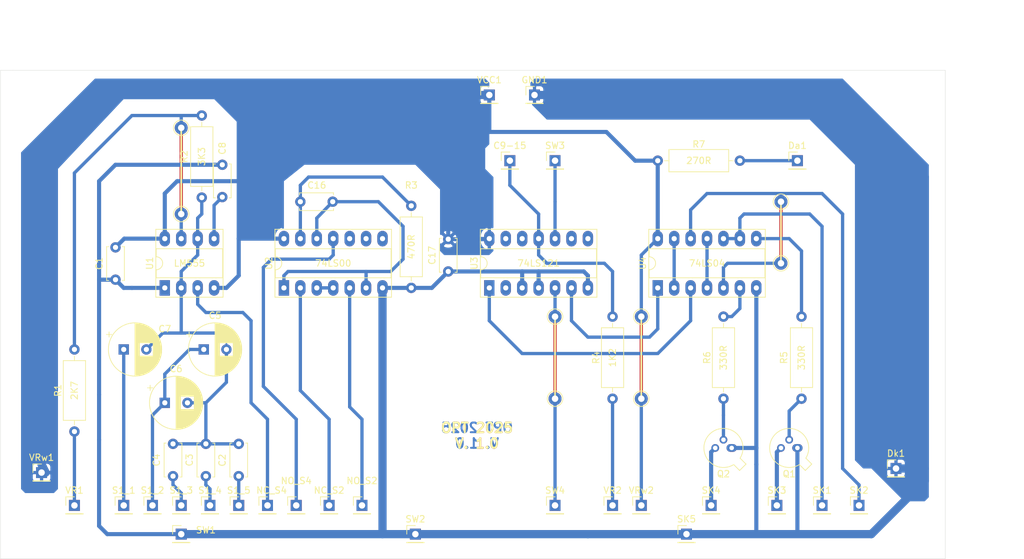
<source format=kicad_pcb>
(kicad_pcb (version 20171130) (host pcbnew "(5.1.10)-1")

  (general
    (thickness 1.6)
    (drawings 14)
    (tracks 206)
    (zones 0)
    (modules 62)
    (nets 37)
  )

  (page A4)
  (layers
    (0 F.Cu signal)
    (31 B.Cu signal)
    (32 B.Adhes user)
    (33 F.Adhes user)
    (34 B.Paste user)
    (35 F.Paste user)
    (36 B.SilkS user)
    (37 F.SilkS user)
    (38 B.Mask user)
    (39 F.Mask user)
    (40 Dwgs.User user)
    (41 Cmts.User user)
    (42 Eco1.User user)
    (43 Eco2.User user)
    (44 Edge.Cuts user)
    (45 Margin user)
    (46 B.CrtYd user)
    (47 F.CrtYd user)
    (48 B.Fab user)
    (49 F.Fab user hide)
  )

  (setup
    (last_trace_width 0.25)
    (trace_clearance 0.2)
    (zone_clearance 0.508)
    (zone_45_only no)
    (trace_min 0.2)
    (via_size 0.8)
    (via_drill 0.4)
    (via_min_size 0.4)
    (via_min_drill 0.3)
    (uvia_size 0.3)
    (uvia_drill 0.1)
    (uvias_allowed no)
    (uvia_min_size 0.2)
    (uvia_min_drill 0.1)
    (edge_width 0.05)
    (segment_width 0.2)
    (pcb_text_width 0.3)
    (pcb_text_size 1.5 1.5)
    (mod_edge_width 0.12)
    (mod_text_size 1 1)
    (mod_text_width 0.15)
    (pad_size 2 2)
    (pad_drill 1)
    (pad_to_mask_clearance 0)
    (aux_axis_origin 0 0)
    (visible_elements 7FFFFFFF)
    (pcbplotparams
      (layerselection 0x010fc_ffffffff)
      (usegerberextensions false)
      (usegerberattributes true)
      (usegerberadvancedattributes true)
      (creategerberjobfile true)
      (excludeedgelayer true)
      (linewidth 0.100000)
      (plotframeref false)
      (viasonmask false)
      (mode 1)
      (useauxorigin false)
      (hpglpennumber 1)
      (hpglpenspeed 20)
      (hpglpendiameter 15.000000)
      (psnegative false)
      (psa4output false)
      (plotreference true)
      (plotvalue true)
      (plotinvisibletext false)
      (padsonsilk false)
      (subtractmaskfromsilk false)
      (outputformat 1)
      (mirror false)
      (drillshape 1)
      (scaleselection 1)
      (outputdirectory ""))
  )

  (net 0 "")
  (net 1 VCC)
  (net 2 "Net-(R1-Pad1)")
  (net 3 "Net-(C2-Pad1)")
  (net 4 "Net-(C8-Pad2)")
  (net 5 GNDREF)
  (net 6 "Net-(C16-Pad2)")
  (net 7 "Net-(C16-Pad1)")
  (net 8 "Net-(U2-Pad3)")
  (net 9 "Net-(U3-Pad6)")
  (net 10 "Net-(C10-Pad1)")
  (net 11 "Net-(U3-Pad9)")
  (net 12 "Net-(U3-Pad1)")
  (net 13 "Net-(U4-Pad13)")
  (net 14 "Net-(R6-Pad1)")
  (net 15 "Net-(SK2-Pad1)")
  (net 16 "Net-(U4-Pad11)")
  (net 17 "Net-(SK1-Pad1)")
  (net 18 "Net-(R5-Pad2)")
  (net 19 "Net-(Q1-Pad2)")
  (net 20 "Net-(Q2-Pad2)")
  (net 21 "Net-(D5-Pad2)")
  (net 22 "Net-(R1-Pad2)")
  (net 23 "Net-(R4-Pad2)")
  (net 24 "Net-(C2-Pad2)")
  (net 25 "Net-(C3-Pad2)")
  (net 26 "Net-(C4-Pad2)")
  (net 27 "Net-(SW3-Pad1)")
  (net 28 "Net-(C5-Pad1)")
  (net 29 "Net-(C7-Pad1)")
  (net 30 "Net-(Q1-Pad3)")
  (net 31 "Net-(Q2-Pad3)")
  (net 32 "Net-(S4-Pad2)")
  (net 33 "Net-(NC_S2-Pad1)")
  (net 34 "Net-(NO_S2-Pad1)")
  (net 35 "Net-(NC_S4-Pad1)")
  (net 36 "Net-(NO_S4-Pad1)")

  (net_class Default "This is the default net class."
    (clearance 0.2)
    (trace_width 0.25)
    (via_dia 0.8)
    (via_drill 0.4)
    (uvia_dia 0.3)
    (uvia_drill 0.1)
    (add_net GNDREF)
    (add_net "Net-(C10-Pad1)")
    (add_net "Net-(C16-Pad1)")
    (add_net "Net-(C16-Pad2)")
    (add_net "Net-(C2-Pad1)")
    (add_net "Net-(C2-Pad2)")
    (add_net "Net-(C3-Pad2)")
    (add_net "Net-(C4-Pad2)")
    (add_net "Net-(C5-Pad1)")
    (add_net "Net-(C7-Pad1)")
    (add_net "Net-(C8-Pad2)")
    (add_net "Net-(D5-Pad2)")
    (add_net "Net-(NC_S2-Pad1)")
    (add_net "Net-(NC_S4-Pad1)")
    (add_net "Net-(NO_S2-Pad1)")
    (add_net "Net-(NO_S4-Pad1)")
    (add_net "Net-(Q1-Pad2)")
    (add_net "Net-(Q1-Pad3)")
    (add_net "Net-(Q2-Pad2)")
    (add_net "Net-(Q2-Pad3)")
    (add_net "Net-(R1-Pad1)")
    (add_net "Net-(R1-Pad2)")
    (add_net "Net-(R4-Pad2)")
    (add_net "Net-(R5-Pad2)")
    (add_net "Net-(R6-Pad1)")
    (add_net "Net-(S4-Pad2)")
    (add_net "Net-(SK1-Pad1)")
    (add_net "Net-(SK2-Pad1)")
    (add_net "Net-(SW3-Pad1)")
    (add_net "Net-(U2-Pad3)")
    (add_net "Net-(U3-Pad1)")
    (add_net "Net-(U3-Pad6)")
    (add_net "Net-(U3-Pad9)")
    (add_net "Net-(U4-Pad11)")
    (add_net "Net-(U4-Pad13)")
    (add_net VCC)
  )

  (module Connector_PinHeader_2.54mm:PinHeader_1x01_P2.54mm_Vertical (layer F.Cu) (tedit 59FED5CC) (tstamp 68E2F1A4)
    (at 113.03 143.51)
    (descr "Through hole straight pin header, 1x01, 2.54mm pitch, single row")
    (tags "Through hole pin header THT 1x01 2.54mm single row")
    (path /68F09805)
    (fp_text reference S1_5 (at 0 -2.33) (layer F.SilkS)
      (effects (font (size 1 1) (thickness 0.15)))
    )
    (fp_text value ~ (at 0 2.33) (layer F.Fab)
      (effects (font (size 1 1) (thickness 0.15)))
    )
    (fp_line (start 1.8 -1.8) (end -1.8 -1.8) (layer F.CrtYd) (width 0.05))
    (fp_line (start 1.8 1.8) (end 1.8 -1.8) (layer F.CrtYd) (width 0.05))
    (fp_line (start -1.8 1.8) (end 1.8 1.8) (layer F.CrtYd) (width 0.05))
    (fp_line (start -1.8 -1.8) (end -1.8 1.8) (layer F.CrtYd) (width 0.05))
    (fp_line (start -1.33 -1.33) (end 0 -1.33) (layer F.SilkS) (width 0.12))
    (fp_line (start -1.33 0) (end -1.33 -1.33) (layer F.SilkS) (width 0.12))
    (fp_line (start -1.33 1.27) (end 1.33 1.27) (layer F.SilkS) (width 0.12))
    (fp_line (start 1.33 1.27) (end 1.33 1.33) (layer F.SilkS) (width 0.12))
    (fp_line (start -1.33 1.27) (end -1.33 1.33) (layer F.SilkS) (width 0.12))
    (fp_line (start -1.33 1.33) (end 1.33 1.33) (layer F.SilkS) (width 0.12))
    (fp_line (start -1.27 -0.635) (end -0.635 -1.27) (layer F.Fab) (width 0.1))
    (fp_line (start -1.27 1.27) (end -1.27 -0.635) (layer F.Fab) (width 0.1))
    (fp_line (start 1.27 1.27) (end -1.27 1.27) (layer F.Fab) (width 0.1))
    (fp_line (start 1.27 -1.27) (end 1.27 1.27) (layer F.Fab) (width 0.1))
    (fp_line (start -0.635 -1.27) (end 1.27 -1.27) (layer F.Fab) (width 0.1))
    (fp_text user %R (at 0 0 90) (layer F.Fab)
      (effects (font (size 1 1) (thickness 0.15)))
    )
    (pad 1 thru_hole rect (at 0 0) (size 1.7 1.7) (drill 1) (layers *.Cu *.Mask)
      (net 24 "Net-(C2-Pad2)"))
    (model ${KISYS3DMOD}/Connector_PinHeader_2.54mm.3dshapes/PinHeader_1x01_P2.54mm_Vertical.wrl
      (at (xyz 0 0 0))
      (scale (xyz 1 1 1))
      (rotate (xyz 0 0 0))
    )
  )

  (module Connector_PinHeader_2.54mm:PinHeader_1x01_P2.54mm_Vertical (layer F.Cu) (tedit 59FED5CC) (tstamp 68E2F18F)
    (at 108.585 143.51)
    (descr "Through hole straight pin header, 1x01, 2.54mm pitch, single row")
    (tags "Through hole pin header THT 1x01 2.54mm single row")
    (path /68F0957D)
    (fp_text reference S1_4 (at 0 -2.33) (layer F.SilkS)
      (effects (font (size 1 1) (thickness 0.15)))
    )
    (fp_text value ~ (at 0 2.33) (layer F.Fab)
      (effects (font (size 1 1) (thickness 0.15)))
    )
    (fp_line (start 1.8 -1.8) (end -1.8 -1.8) (layer F.CrtYd) (width 0.05))
    (fp_line (start 1.8 1.8) (end 1.8 -1.8) (layer F.CrtYd) (width 0.05))
    (fp_line (start -1.8 1.8) (end 1.8 1.8) (layer F.CrtYd) (width 0.05))
    (fp_line (start -1.8 -1.8) (end -1.8 1.8) (layer F.CrtYd) (width 0.05))
    (fp_line (start -1.33 -1.33) (end 0 -1.33) (layer F.SilkS) (width 0.12))
    (fp_line (start -1.33 0) (end -1.33 -1.33) (layer F.SilkS) (width 0.12))
    (fp_line (start -1.33 1.27) (end 1.33 1.27) (layer F.SilkS) (width 0.12))
    (fp_line (start 1.33 1.27) (end 1.33 1.33) (layer F.SilkS) (width 0.12))
    (fp_line (start -1.33 1.27) (end -1.33 1.33) (layer F.SilkS) (width 0.12))
    (fp_line (start -1.33 1.33) (end 1.33 1.33) (layer F.SilkS) (width 0.12))
    (fp_line (start -1.27 -0.635) (end -0.635 -1.27) (layer F.Fab) (width 0.1))
    (fp_line (start -1.27 1.27) (end -1.27 -0.635) (layer F.Fab) (width 0.1))
    (fp_line (start 1.27 1.27) (end -1.27 1.27) (layer F.Fab) (width 0.1))
    (fp_line (start 1.27 -1.27) (end 1.27 1.27) (layer F.Fab) (width 0.1))
    (fp_line (start -0.635 -1.27) (end 1.27 -1.27) (layer F.Fab) (width 0.1))
    (fp_text user %R (at 0 0 90) (layer F.Fab)
      (effects (font (size 1 1) (thickness 0.15)))
    )
    (pad 1 thru_hole rect (at 0 0) (size 1.7 1.7) (drill 1) (layers *.Cu *.Mask)
      (net 25 "Net-(C3-Pad2)"))
    (model ${KISYS3DMOD}/Connector_PinHeader_2.54mm.3dshapes/PinHeader_1x01_P2.54mm_Vertical.wrl
      (at (xyz 0 0 0))
      (scale (xyz 1 1 1))
      (rotate (xyz 0 0 0))
    )
  )

  (module Connector_PinHeader_2.54mm:PinHeader_1x01_P2.54mm_Vertical (layer F.Cu) (tedit 59FED5CC) (tstamp 68E2F17A)
    (at 104.14 143.51)
    (descr "Through hole straight pin header, 1x01, 2.54mm pitch, single row")
    (tags "Through hole pin header THT 1x01 2.54mm single row")
    (path /68EFA228)
    (fp_text reference S1_3 (at 0 -2.33) (layer F.SilkS)
      (effects (font (size 1 1) (thickness 0.15)))
    )
    (fp_text value ~ (at 0 2.33) (layer F.Fab)
      (effects (font (size 1 1) (thickness 0.15)))
    )
    (fp_line (start 1.8 -1.8) (end -1.8 -1.8) (layer F.CrtYd) (width 0.05))
    (fp_line (start 1.8 1.8) (end 1.8 -1.8) (layer F.CrtYd) (width 0.05))
    (fp_line (start -1.8 1.8) (end 1.8 1.8) (layer F.CrtYd) (width 0.05))
    (fp_line (start -1.8 -1.8) (end -1.8 1.8) (layer F.CrtYd) (width 0.05))
    (fp_line (start -1.33 -1.33) (end 0 -1.33) (layer F.SilkS) (width 0.12))
    (fp_line (start -1.33 0) (end -1.33 -1.33) (layer F.SilkS) (width 0.12))
    (fp_line (start -1.33 1.27) (end 1.33 1.27) (layer F.SilkS) (width 0.12))
    (fp_line (start 1.33 1.27) (end 1.33 1.33) (layer F.SilkS) (width 0.12))
    (fp_line (start -1.33 1.27) (end -1.33 1.33) (layer F.SilkS) (width 0.12))
    (fp_line (start -1.33 1.33) (end 1.33 1.33) (layer F.SilkS) (width 0.12))
    (fp_line (start -1.27 -0.635) (end -0.635 -1.27) (layer F.Fab) (width 0.1))
    (fp_line (start -1.27 1.27) (end -1.27 -0.635) (layer F.Fab) (width 0.1))
    (fp_line (start 1.27 1.27) (end -1.27 1.27) (layer F.Fab) (width 0.1))
    (fp_line (start 1.27 -1.27) (end 1.27 1.27) (layer F.Fab) (width 0.1))
    (fp_line (start -0.635 -1.27) (end 1.27 -1.27) (layer F.Fab) (width 0.1))
    (fp_text user %R (at 0 0 90) (layer F.Fab)
      (effects (font (size 1 1) (thickness 0.15)))
    )
    (pad 1 thru_hole rect (at 0 0) (size 1.7 1.7) (drill 1) (layers *.Cu *.Mask)
      (net 26 "Net-(C4-Pad2)"))
    (model ${KISYS3DMOD}/Connector_PinHeader_2.54mm.3dshapes/PinHeader_1x01_P2.54mm_Vertical.wrl
      (at (xyz 0 0 0))
      (scale (xyz 1 1 1))
      (rotate (xyz 0 0 0))
    )
  )

  (module Connector_PinHeader_2.54mm:PinHeader_1x01_P2.54mm_Vertical (layer F.Cu) (tedit 59FED5CC) (tstamp 68E2F165)
    (at 99.695 143.51)
    (descr "Through hole straight pin header, 1x01, 2.54mm pitch, single row")
    (tags "Through hole pin header THT 1x01 2.54mm single row")
    (path /68EF9DC0)
    (fp_text reference S1_2 (at 0 -2.33) (layer F.SilkS)
      (effects (font (size 1 1) (thickness 0.15)))
    )
    (fp_text value ~ (at 0 2.33) (layer F.Fab)
      (effects (font (size 1 1) (thickness 0.15)))
    )
    (fp_line (start 1.8 -1.8) (end -1.8 -1.8) (layer F.CrtYd) (width 0.05))
    (fp_line (start 1.8 1.8) (end 1.8 -1.8) (layer F.CrtYd) (width 0.05))
    (fp_line (start -1.8 1.8) (end 1.8 1.8) (layer F.CrtYd) (width 0.05))
    (fp_line (start -1.8 -1.8) (end -1.8 1.8) (layer F.CrtYd) (width 0.05))
    (fp_line (start -1.33 -1.33) (end 0 -1.33) (layer F.SilkS) (width 0.12))
    (fp_line (start -1.33 0) (end -1.33 -1.33) (layer F.SilkS) (width 0.12))
    (fp_line (start -1.33 1.27) (end 1.33 1.27) (layer F.SilkS) (width 0.12))
    (fp_line (start 1.33 1.27) (end 1.33 1.33) (layer F.SilkS) (width 0.12))
    (fp_line (start -1.33 1.27) (end -1.33 1.33) (layer F.SilkS) (width 0.12))
    (fp_line (start -1.33 1.33) (end 1.33 1.33) (layer F.SilkS) (width 0.12))
    (fp_line (start -1.27 -0.635) (end -0.635 -1.27) (layer F.Fab) (width 0.1))
    (fp_line (start -1.27 1.27) (end -1.27 -0.635) (layer F.Fab) (width 0.1))
    (fp_line (start 1.27 1.27) (end -1.27 1.27) (layer F.Fab) (width 0.1))
    (fp_line (start 1.27 -1.27) (end 1.27 1.27) (layer F.Fab) (width 0.1))
    (fp_line (start -0.635 -1.27) (end 1.27 -1.27) (layer F.Fab) (width 0.1))
    (fp_text user %R (at 0 0 90) (layer F.Fab)
      (effects (font (size 1 1) (thickness 0.15)))
    )
    (pad 1 thru_hole rect (at 0 0) (size 1.7 1.7) (drill 1) (layers *.Cu *.Mask)
      (net 28 "Net-(C5-Pad1)"))
    (model ${KISYS3DMOD}/Connector_PinHeader_2.54mm.3dshapes/PinHeader_1x01_P2.54mm_Vertical.wrl
      (at (xyz 0 0 0))
      (scale (xyz 1 1 1))
      (rotate (xyz 0 0 0))
    )
  )

  (module Connector_PinHeader_2.54mm:PinHeader_1x01_P2.54mm_Vertical (layer F.Cu) (tedit 59FED5CC) (tstamp 68E2F150)
    (at 95.25 143.51)
    (descr "Through hole straight pin header, 1x01, 2.54mm pitch, single row")
    (tags "Through hole pin header THT 1x01 2.54mm single row")
    (path /68EF8CE8)
    (fp_text reference S1_1 (at 0 -2.33) (layer F.SilkS)
      (effects (font (size 1 1) (thickness 0.15)))
    )
    (fp_text value ~ (at 0 2.33) (layer F.Fab)
      (effects (font (size 1 1) (thickness 0.15)))
    )
    (fp_line (start 1.8 -1.8) (end -1.8 -1.8) (layer F.CrtYd) (width 0.05))
    (fp_line (start 1.8 1.8) (end 1.8 -1.8) (layer F.CrtYd) (width 0.05))
    (fp_line (start -1.8 1.8) (end 1.8 1.8) (layer F.CrtYd) (width 0.05))
    (fp_line (start -1.8 -1.8) (end -1.8 1.8) (layer F.CrtYd) (width 0.05))
    (fp_line (start -1.33 -1.33) (end 0 -1.33) (layer F.SilkS) (width 0.12))
    (fp_line (start -1.33 0) (end -1.33 -1.33) (layer F.SilkS) (width 0.12))
    (fp_line (start -1.33 1.27) (end 1.33 1.27) (layer F.SilkS) (width 0.12))
    (fp_line (start 1.33 1.27) (end 1.33 1.33) (layer F.SilkS) (width 0.12))
    (fp_line (start -1.33 1.27) (end -1.33 1.33) (layer F.SilkS) (width 0.12))
    (fp_line (start -1.33 1.33) (end 1.33 1.33) (layer F.SilkS) (width 0.12))
    (fp_line (start -1.27 -0.635) (end -0.635 -1.27) (layer F.Fab) (width 0.1))
    (fp_line (start -1.27 1.27) (end -1.27 -0.635) (layer F.Fab) (width 0.1))
    (fp_line (start 1.27 1.27) (end -1.27 1.27) (layer F.Fab) (width 0.1))
    (fp_line (start 1.27 -1.27) (end 1.27 1.27) (layer F.Fab) (width 0.1))
    (fp_line (start -0.635 -1.27) (end 1.27 -1.27) (layer F.Fab) (width 0.1))
    (fp_text user %R (at 0 0 90) (layer F.Fab)
      (effects (font (size 1 1) (thickness 0.15)))
    )
    (pad 1 thru_hole rect (at 0 0) (size 1.7 1.7) (drill 1) (layers *.Cu *.Mask)
      (net 29 "Net-(C7-Pad1)"))
    (model ${KISYS3DMOD}/Connector_PinHeader_2.54mm.3dshapes/PinHeader_1x01_P2.54mm_Vertical.wrl
      (at (xyz 0 0 0))
      (scale (xyz 1 1 1))
      (rotate (xyz 0 0 0))
    )
  )

  (module Capacitor_THT:C_Disc_D5.0mm_W2.5mm_P5.00mm (layer F.Cu) (tedit 5AE50EF0) (tstamp 68E26E5E)
    (at 102.87 133.985 270)
    (descr "C, Disc series, Radial, pin pitch=5.00mm, , diameter*width=5*2.5mm^2, Capacitor, http://cdn-reichelt.de/documents/datenblatt/B300/DS_KERKO_TC.pdf")
    (tags "C Disc series Radial pin pitch 5.00mm  diameter 5mm width 2.5mm Capacitor")
    (path /68E20FA4)
    (fp_text reference C4 (at 2.5 2.54 90) (layer F.SilkS)
      (effects (font (size 1 1) (thickness 0.15)))
    )
    (fp_text value 150nF (at 2.5 2.5 90) (layer F.Fab)
      (effects (font (size 1 1) (thickness 0.15)))
    )
    (fp_line (start 0 -1.25) (end 0 1.25) (layer F.Fab) (width 0.1))
    (fp_line (start 0 1.25) (end 5 1.25) (layer F.Fab) (width 0.1))
    (fp_line (start 5 1.25) (end 5 -1.25) (layer F.Fab) (width 0.1))
    (fp_line (start 5 -1.25) (end 0 -1.25) (layer F.Fab) (width 0.1))
    (fp_line (start -0.12 -1.37) (end 5.12 -1.37) (layer F.SilkS) (width 0.12))
    (fp_line (start -0.12 1.37) (end 5.12 1.37) (layer F.SilkS) (width 0.12))
    (fp_line (start -0.12 -1.37) (end -0.12 -1.055) (layer F.SilkS) (width 0.12))
    (fp_line (start -0.12 1.055) (end -0.12 1.37) (layer F.SilkS) (width 0.12))
    (fp_line (start 5.12 -1.37) (end 5.12 -1.055) (layer F.SilkS) (width 0.12))
    (fp_line (start 5.12 1.055) (end 5.12 1.37) (layer F.SilkS) (width 0.12))
    (fp_line (start -1.05 -1.5) (end -1.05 1.5) (layer F.CrtYd) (width 0.05))
    (fp_line (start -1.05 1.5) (end 6.05 1.5) (layer F.CrtYd) (width 0.05))
    (fp_line (start 6.05 1.5) (end 6.05 -1.5) (layer F.CrtYd) (width 0.05))
    (fp_line (start 6.05 -1.5) (end -1.05 -1.5) (layer F.CrtYd) (width 0.05))
    (fp_text user %R (at 2.5 0 90) (layer F.Fab)
      (effects (font (size 1 1) (thickness 0.15)))
    )
    (pad 2 thru_hole circle (at 5 0 270) (size 1.6 1.6) (drill 0.8) (layers *.Cu *.Mask)
      (net 26 "Net-(C4-Pad2)"))
    (pad 1 thru_hole circle (at 0 0 270) (size 1.6 1.6) (drill 0.8) (layers *.Cu *.Mask)
      (net 3 "Net-(C2-Pad1)"))
    (model ${KISYS3DMOD}/Capacitor_THT.3dshapes/C_Disc_D5.0mm_W2.5mm_P5.00mm.wrl
      (at (xyz 0 0 0))
      (scale (xyz 1 1 1))
      (rotate (xyz 0 0 0))
    )
  )

  (module Connector_PinHeader_2.54mm:PinHeader_1x01_P2.54mm_Vertical (layer F.Cu) (tedit 59FED5CC) (tstamp 68E2B953)
    (at 121.92 143.51)
    (descr "Through hole straight pin header, 1x01, 2.54mm pitch, single row")
    (tags "Through hole pin header THT 1x01 2.54mm single row")
    (path /68EB9087)
    (fp_text reference NO_S4 (at 0 -3.81) (layer F.SilkS)
      (effects (font (size 1 1) (thickness 0.15)))
    )
    (fp_text value ~ (at 0 2.33) (layer F.Fab)
      (effects (font (size 1 1) (thickness 0.15)))
    )
    (fp_line (start 1.8 -1.8) (end -1.8 -1.8) (layer F.CrtYd) (width 0.05))
    (fp_line (start 1.8 1.8) (end 1.8 -1.8) (layer F.CrtYd) (width 0.05))
    (fp_line (start -1.8 1.8) (end 1.8 1.8) (layer F.CrtYd) (width 0.05))
    (fp_line (start -1.8 -1.8) (end -1.8 1.8) (layer F.CrtYd) (width 0.05))
    (fp_line (start -1.33 -1.33) (end 0 -1.33) (layer F.SilkS) (width 0.12))
    (fp_line (start -1.33 0) (end -1.33 -1.33) (layer F.SilkS) (width 0.12))
    (fp_line (start -1.33 1.27) (end 1.33 1.27) (layer F.SilkS) (width 0.12))
    (fp_line (start 1.33 1.27) (end 1.33 1.33) (layer F.SilkS) (width 0.12))
    (fp_line (start -1.33 1.27) (end -1.33 1.33) (layer F.SilkS) (width 0.12))
    (fp_line (start -1.33 1.33) (end 1.33 1.33) (layer F.SilkS) (width 0.12))
    (fp_line (start -1.27 -0.635) (end -0.635 -1.27) (layer F.Fab) (width 0.1))
    (fp_line (start -1.27 1.27) (end -1.27 -0.635) (layer F.Fab) (width 0.1))
    (fp_line (start 1.27 1.27) (end -1.27 1.27) (layer F.Fab) (width 0.1))
    (fp_line (start 1.27 -1.27) (end 1.27 1.27) (layer F.Fab) (width 0.1))
    (fp_line (start -0.635 -1.27) (end 1.27 -1.27) (layer F.Fab) (width 0.1))
    (fp_text user %R (at 0 0 90) (layer F.Fab)
      (effects (font (size 1 1) (thickness 0.15)))
    )
    (pad 1 thru_hole rect (at 0 0) (size 1.7 1.7) (drill 1) (layers *.Cu *.Mask)
      (net 36 "Net-(NO_S4-Pad1)"))
    (model ${KISYS3DMOD}/Connector_PinHeader_2.54mm.3dshapes/PinHeader_1x01_P2.54mm_Vertical.wrl
      (at (xyz 0 0 0))
      (scale (xyz 1 1 1))
      (rotate (xyz 0 0 0))
    )
  )

  (module Connector_PinHeader_2.54mm:PinHeader_1x01_P2.54mm_Vertical (layer F.Cu) (tedit 59FED5CC) (tstamp 68E2B916)
    (at 117.475 143.51)
    (descr "Through hole straight pin header, 1x01, 2.54mm pitch, single row")
    (tags "Through hole pin header THT 1x01 2.54mm single row")
    (path /68EB898F)
    (fp_text reference NC_S4 (at 0.635 -2.33) (layer F.SilkS)
      (effects (font (size 1 1) (thickness 0.15)))
    )
    (fp_text value ~ (at 0 2.33) (layer F.Fab)
      (effects (font (size 1 1) (thickness 0.15)))
    )
    (fp_line (start 1.8 -1.8) (end -1.8 -1.8) (layer F.CrtYd) (width 0.05))
    (fp_line (start 1.8 1.8) (end 1.8 -1.8) (layer F.CrtYd) (width 0.05))
    (fp_line (start -1.8 1.8) (end 1.8 1.8) (layer F.CrtYd) (width 0.05))
    (fp_line (start -1.8 -1.8) (end -1.8 1.8) (layer F.CrtYd) (width 0.05))
    (fp_line (start -1.33 -1.33) (end 0 -1.33) (layer F.SilkS) (width 0.12))
    (fp_line (start -1.33 0) (end -1.33 -1.33) (layer F.SilkS) (width 0.12))
    (fp_line (start -1.33 1.27) (end 1.33 1.27) (layer F.SilkS) (width 0.12))
    (fp_line (start 1.33 1.27) (end 1.33 1.33) (layer F.SilkS) (width 0.12))
    (fp_line (start -1.33 1.27) (end -1.33 1.33) (layer F.SilkS) (width 0.12))
    (fp_line (start -1.33 1.33) (end 1.33 1.33) (layer F.SilkS) (width 0.12))
    (fp_line (start -1.27 -0.635) (end -0.635 -1.27) (layer F.Fab) (width 0.1))
    (fp_line (start -1.27 1.27) (end -1.27 -0.635) (layer F.Fab) (width 0.1))
    (fp_line (start 1.27 1.27) (end -1.27 1.27) (layer F.Fab) (width 0.1))
    (fp_line (start 1.27 -1.27) (end 1.27 1.27) (layer F.Fab) (width 0.1))
    (fp_line (start -0.635 -1.27) (end 1.27 -1.27) (layer F.Fab) (width 0.1))
    (fp_text user %R (at 0 0 90) (layer F.Fab)
      (effects (font (size 1 1) (thickness 0.15)))
    )
    (pad 1 thru_hole rect (at 0 0) (size 1.7 1.7) (drill 1) (layers *.Cu *.Mask)
      (net 35 "Net-(NC_S4-Pad1)"))
    (model ${KISYS3DMOD}/Connector_PinHeader_2.54mm.3dshapes/PinHeader_1x01_P2.54mm_Vertical.wrl
      (at (xyz 0 0 0))
      (scale (xyz 1 1 1))
      (rotate (xyz 0 0 0))
    )
  )

  (module Connector_PinHeader_2.54mm:PinHeader_1x01_P2.54mm_Vertical (layer F.Cu) (tedit 59FED5CC) (tstamp 68E2A2E1)
    (at 132.08 143.51)
    (descr "Through hole straight pin header, 1x01, 2.54mm pitch, single row")
    (tags "Through hole pin header THT 1x01 2.54mm single row")
    (path /68EA4240)
    (fp_text reference NO_S2 (at 0 -3.81) (layer F.SilkS)
      (effects (font (size 1 1) (thickness 0.15)))
    )
    (fp_text value ~ (at 0 2.33) (layer F.Fab)
      (effects (font (size 1 1) (thickness 0.15)))
    )
    (fp_line (start 1.8 -1.8) (end -1.8 -1.8) (layer F.CrtYd) (width 0.05))
    (fp_line (start 1.8 1.8) (end 1.8 -1.8) (layer F.CrtYd) (width 0.05))
    (fp_line (start -1.8 1.8) (end 1.8 1.8) (layer F.CrtYd) (width 0.05))
    (fp_line (start -1.8 -1.8) (end -1.8 1.8) (layer F.CrtYd) (width 0.05))
    (fp_line (start -1.33 -1.33) (end 0 -1.33) (layer F.SilkS) (width 0.12))
    (fp_line (start -1.33 0) (end -1.33 -1.33) (layer F.SilkS) (width 0.12))
    (fp_line (start -1.33 1.27) (end 1.33 1.27) (layer F.SilkS) (width 0.12))
    (fp_line (start 1.33 1.27) (end 1.33 1.33) (layer F.SilkS) (width 0.12))
    (fp_line (start -1.33 1.27) (end -1.33 1.33) (layer F.SilkS) (width 0.12))
    (fp_line (start -1.33 1.33) (end 1.33 1.33) (layer F.SilkS) (width 0.12))
    (fp_line (start -1.27 -0.635) (end -0.635 -1.27) (layer F.Fab) (width 0.1))
    (fp_line (start -1.27 1.27) (end -1.27 -0.635) (layer F.Fab) (width 0.1))
    (fp_line (start 1.27 1.27) (end -1.27 1.27) (layer F.Fab) (width 0.1))
    (fp_line (start 1.27 -1.27) (end 1.27 1.27) (layer F.Fab) (width 0.1))
    (fp_line (start -0.635 -1.27) (end 1.27 -1.27) (layer F.Fab) (width 0.1))
    (fp_text user %R (at 0 0 90) (layer F.Fab)
      (effects (font (size 1 1) (thickness 0.15)))
    )
    (pad 1 thru_hole rect (at 0 0) (size 1.7 1.7) (drill 1) (layers *.Cu *.Mask)
      (net 34 "Net-(NO_S2-Pad1)"))
    (model ${KISYS3DMOD}/Connector_PinHeader_2.54mm.3dshapes/PinHeader_1x01_P2.54mm_Vertical.wrl
      (at (xyz 0 0 0))
      (scale (xyz 1 1 1))
      (rotate (xyz 0 0 0))
    )
  )

  (module Connector_PinHeader_2.54mm:PinHeader_1x01_P2.54mm_Vertical (layer F.Cu) (tedit 59FED5CC) (tstamp 68E2A2CC)
    (at 127 143.51)
    (descr "Through hole straight pin header, 1x01, 2.54mm pitch, single row")
    (tags "Through hole pin header THT 1x01 2.54mm single row")
    (path /68EA47EC)
    (fp_text reference NC_S2 (at 0 -2.33) (layer F.SilkS)
      (effects (font (size 1 1) (thickness 0.15)))
    )
    (fp_text value ~ (at 0 2.33) (layer F.Fab)
      (effects (font (size 1 1) (thickness 0.15)))
    )
    (fp_line (start 1.8 -1.8) (end -1.8 -1.8) (layer F.CrtYd) (width 0.05))
    (fp_line (start 1.8 1.8) (end 1.8 -1.8) (layer F.CrtYd) (width 0.05))
    (fp_line (start -1.8 1.8) (end 1.8 1.8) (layer F.CrtYd) (width 0.05))
    (fp_line (start -1.8 -1.8) (end -1.8 1.8) (layer F.CrtYd) (width 0.05))
    (fp_line (start -1.33 -1.33) (end 0 -1.33) (layer F.SilkS) (width 0.12))
    (fp_line (start -1.33 0) (end -1.33 -1.33) (layer F.SilkS) (width 0.12))
    (fp_line (start -1.33 1.27) (end 1.33 1.27) (layer F.SilkS) (width 0.12))
    (fp_line (start 1.33 1.27) (end 1.33 1.33) (layer F.SilkS) (width 0.12))
    (fp_line (start -1.33 1.27) (end -1.33 1.33) (layer F.SilkS) (width 0.12))
    (fp_line (start -1.33 1.33) (end 1.33 1.33) (layer F.SilkS) (width 0.12))
    (fp_line (start -1.27 -0.635) (end -0.635 -1.27) (layer F.Fab) (width 0.1))
    (fp_line (start -1.27 1.27) (end -1.27 -0.635) (layer F.Fab) (width 0.1))
    (fp_line (start 1.27 1.27) (end -1.27 1.27) (layer F.Fab) (width 0.1))
    (fp_line (start 1.27 -1.27) (end 1.27 1.27) (layer F.Fab) (width 0.1))
    (fp_line (start -0.635 -1.27) (end 1.27 -1.27) (layer F.Fab) (width 0.1))
    (fp_text user %R (at 0 0 90) (layer F.Fab)
      (effects (font (size 1 1) (thickness 0.15)))
    )
    (pad 1 thru_hole rect (at 0 0) (size 1.7 1.7) (drill 1) (layers *.Cu *.Mask)
      (net 33 "Net-(NC_S2-Pad1)"))
    (model ${KISYS3DMOD}/Connector_PinHeader_2.54mm.3dshapes/PinHeader_1x01_P2.54mm_Vertical.wrl
      (at (xyz 0 0 0))
      (scale (xyz 1 1 1))
      (rotate (xyz 0 0 0))
    )
  )

  (module TestPoint:TestPoint_THTPad_D2.0mm_Drill1.0mm (layer F.Cu) (tedit 68E26757) (tstamp 68E2921D)
    (at 161.925 114.3)
    (descr "THT pad as test Point, diameter 2.0mm, hole diameter 1.0mm")
    (tags "test point THT pad")
    (attr virtual)
    (fp_text reference REF** (at 0 -1.998) (layer F.Fab)
      (effects (font (size 1 1) (thickness 0.15)))
    )
    (fp_text value TestPoint_THTPad_D2.0mm_Drill1.0mm (at 0 2.05) (layer F.Fab)
      (effects (font (size 1 1) (thickness 0.15)))
    )
    (fp_circle (center 0 0) (end 1.5 0) (layer F.CrtYd) (width 0.05))
    (fp_circle (center 0 0) (end 0 1.2) (layer F.SilkS) (width 0.12))
    (fp_text user %R (at 0 -2) (layer F.Fab)
      (effects (font (size 1 1) (thickness 0.15)))
    )
    (pad 1 thru_hole circle (at 0 0) (size 2 2) (drill 1) (layers *.Cu *.Mask)
      (net 32 "Net-(S4-Pad2)"))
  )

  (module TestPoint:TestPoint_THTPad_D2.0mm_Drill1.0mm (layer F.Cu) (tedit 68E26749) (tstamp 68E2920F)
    (at 161.925 127)
    (descr "THT pad as test Point, diameter 2.0mm, hole diameter 1.0mm")
    (tags "test point THT pad")
    (attr virtual)
    (fp_text reference REF** (at 0 -1.998) (layer F.Fab)
      (effects (font (size 1 1) (thickness 0.15)))
    )
    (fp_text value TestPoint_THTPad_D2.0mm_Drill1.0mm (at 0 2.05) (layer F.Fab)
      (effects (font (size 1 1) (thickness 0.15)))
    )
    (fp_circle (center 0 0) (end 0 1.2) (layer F.SilkS) (width 0.12))
    (fp_circle (center 0 0) (end 1.5 0) (layer F.CrtYd) (width 0.05))
    (fp_text user %R (at 0 -2) (layer F.Fab)
      (effects (font (size 1 1) (thickness 0.15)))
    )
    (pad 1 thru_hole circle (at 0 0) (size 2 2) (drill 1) (layers *.Cu *.Mask)
      (net 32 "Net-(S4-Pad2)"))
  )

  (module Connector_PinHeader_2.54mm:PinHeader_1x01_P2.54mm_Vertical (layer F.Cu) (tedit 59FED5CC) (tstamp 68E28FB5)
    (at 161.925 143.51)
    (descr "Through hole straight pin header, 1x01, 2.54mm pitch, single row")
    (tags "Through hole pin header THT 1x01 2.54mm single row")
    (path /68E816B8)
    (fp_text reference SW4 (at 0 -2.33) (layer F.SilkS)
      (effects (font (size 1 1) (thickness 0.15)))
    )
    (fp_text value ~ (at 0 2.33) (layer F.Fab)
      (effects (font (size 1 1) (thickness 0.15)))
    )
    (fp_line (start 1.8 -1.8) (end -1.8 -1.8) (layer F.CrtYd) (width 0.05))
    (fp_line (start 1.8 1.8) (end 1.8 -1.8) (layer F.CrtYd) (width 0.05))
    (fp_line (start -1.8 1.8) (end 1.8 1.8) (layer F.CrtYd) (width 0.05))
    (fp_line (start -1.8 -1.8) (end -1.8 1.8) (layer F.CrtYd) (width 0.05))
    (fp_line (start -1.33 -1.33) (end 0 -1.33) (layer F.SilkS) (width 0.12))
    (fp_line (start -1.33 0) (end -1.33 -1.33) (layer F.SilkS) (width 0.12))
    (fp_line (start -1.33 1.27) (end 1.33 1.27) (layer F.SilkS) (width 0.12))
    (fp_line (start 1.33 1.27) (end 1.33 1.33) (layer F.SilkS) (width 0.12))
    (fp_line (start -1.33 1.27) (end -1.33 1.33) (layer F.SilkS) (width 0.12))
    (fp_line (start -1.33 1.33) (end 1.33 1.33) (layer F.SilkS) (width 0.12))
    (fp_line (start -1.27 -0.635) (end -0.635 -1.27) (layer F.Fab) (width 0.1))
    (fp_line (start -1.27 1.27) (end -1.27 -0.635) (layer F.Fab) (width 0.1))
    (fp_line (start 1.27 1.27) (end -1.27 1.27) (layer F.Fab) (width 0.1))
    (fp_line (start 1.27 -1.27) (end 1.27 1.27) (layer F.Fab) (width 0.1))
    (fp_line (start -0.635 -1.27) (end 1.27 -1.27) (layer F.Fab) (width 0.1))
    (fp_text user %R (at 0 0 90) (layer F.Fab)
      (effects (font (size 1 1) (thickness 0.15)))
    )
    (pad 1 thru_hole rect (at 0 0) (size 1.7 1.7) (drill 1) (layers *.Cu *.Mask)
      (net 32 "Net-(S4-Pad2)"))
    (model ${KISYS3DMOD}/Connector_PinHeader_2.54mm.3dshapes/PinHeader_1x01_P2.54mm_Vertical.wrl
      (at (xyz 0 0 0))
      (scale (xyz 1 1 1))
      (rotate (xyz 0 0 0))
    )
  )

  (module TestPoint:TestPoint_THTPad_D2.0mm_Drill1.0mm (layer F.Cu) (tedit 68E265B8) (tstamp 68E27CAA)
    (at 175.26 114.3)
    (descr "THT pad as test Point, diameter 2.0mm, hole diameter 1.0mm")
    (tags "test point THT pad")
    (attr virtual)
    (fp_text reference REF** (at 0 -1.998) (layer F.Fab)
      (effects (font (size 1 1) (thickness 0.15)))
    )
    (fp_text value TestPoint_THTPad_D2.0mm_Drill1.0mm (at 0 2.05) (layer F.Fab)
      (effects (font (size 1 1) (thickness 0.15)))
    )
    (fp_circle (center 0 0) (end 0 1.2) (layer F.SilkS) (width 0.12))
    (fp_circle (center 0 0) (end 1.5 0) (layer F.CrtYd) (width 0.05))
    (fp_text user %R (at 0 -2) (layer F.Fab)
      (effects (font (size 1 1) (thickness 0.15)))
    )
    (pad 1 thru_hole circle (at 0 0) (size 2 2) (drill 1) (layers *.Cu *.Mask)
      (net 1 VCC))
  )

  (module TestPoint:TestPoint_THTPad_D2.0mm_Drill1.0mm (layer F.Cu) (tedit 68E265B8) (tstamp 68E27BD4)
    (at 175.26 127)
    (descr "THT pad as test Point, diameter 2.0mm, hole diameter 1.0mm")
    (tags "test point THT pad")
    (attr virtual)
    (fp_text reference REF** (at 0 -1.998) (layer F.Fab)
      (effects (font (size 1 1) (thickness 0.15)))
    )
    (fp_text value TestPoint_THTPad_D2.0mm_Drill1.0mm (at 0 2.05) (layer F.Fab)
      (effects (font (size 1 1) (thickness 0.15)))
    )
    (fp_circle (center 0 0) (end 1.5 0) (layer F.CrtYd) (width 0.05))
    (fp_circle (center 0 0) (end 0 1.2) (layer F.SilkS) (width 0.12))
    (fp_text user %R (at 0 -2) (layer F.Fab)
      (effects (font (size 1 1) (thickness 0.15)))
    )
    (pad 1 thru_hole circle (at 0 0) (size 2 2) (drill 1) (layers *.Cu *.Mask)
      (net 1 VCC))
  )

  (module Connector_PinHeader_2.54mm:PinHeader_1x01_P2.54mm_Vertical (layer F.Cu) (tedit 59FED5CC) (tstamp 68E279C5)
    (at 175.26 143.51)
    (descr "Through hole straight pin header, 1x01, 2.54mm pitch, single row")
    (tags "Through hole pin header THT 1x01 2.54mm single row")
    (path /68E2D5B9)
    (fp_text reference VRw2 (at 0 -2.33) (layer F.SilkS)
      (effects (font (size 1 1) (thickness 0.15)))
    )
    (fp_text value ~ (at 0 2.33) (layer F.Fab)
      (effects (font (size 1 1) (thickness 0.15)))
    )
    (fp_line (start 1.8 -1.8) (end -1.8 -1.8) (layer F.CrtYd) (width 0.05))
    (fp_line (start 1.8 1.8) (end 1.8 -1.8) (layer F.CrtYd) (width 0.05))
    (fp_line (start -1.8 1.8) (end 1.8 1.8) (layer F.CrtYd) (width 0.05))
    (fp_line (start -1.8 -1.8) (end -1.8 1.8) (layer F.CrtYd) (width 0.05))
    (fp_line (start -1.33 -1.33) (end 0 -1.33) (layer F.SilkS) (width 0.12))
    (fp_line (start -1.33 0) (end -1.33 -1.33) (layer F.SilkS) (width 0.12))
    (fp_line (start -1.33 1.27) (end 1.33 1.27) (layer F.SilkS) (width 0.12))
    (fp_line (start 1.33 1.27) (end 1.33 1.33) (layer F.SilkS) (width 0.12))
    (fp_line (start -1.33 1.27) (end -1.33 1.33) (layer F.SilkS) (width 0.12))
    (fp_line (start -1.33 1.33) (end 1.33 1.33) (layer F.SilkS) (width 0.12))
    (fp_line (start -1.27 -0.635) (end -0.635 -1.27) (layer F.Fab) (width 0.1))
    (fp_line (start -1.27 1.27) (end -1.27 -0.635) (layer F.Fab) (width 0.1))
    (fp_line (start 1.27 1.27) (end -1.27 1.27) (layer F.Fab) (width 0.1))
    (fp_line (start 1.27 -1.27) (end 1.27 1.27) (layer F.Fab) (width 0.1))
    (fp_line (start -0.635 -1.27) (end 1.27 -1.27) (layer F.Fab) (width 0.1))
    (fp_text user %R (at 0 0 90) (layer F.Fab)
      (effects (font (size 1 1) (thickness 0.15)))
    )
    (pad 1 thru_hole rect (at 0 0) (size 1.7 1.7) (drill 1) (layers *.Cu *.Mask)
      (net 1 VCC))
    (model ${KISYS3DMOD}/Connector_PinHeader_2.54mm.3dshapes/PinHeader_1x01_P2.54mm_Vertical.wrl
      (at (xyz 0 0 0))
      (scale (xyz 1 1 1))
      (rotate (xyz 0 0 0))
    )
  )

  (module Connector_PinHeader_2.54mm:PinHeader_1x01_P2.54mm_Vertical (layer F.Cu) (tedit 59FED5CC) (tstamp 68E2799C)
    (at 170.815 143.51)
    (descr "Through hole straight pin header, 1x01, 2.54mm pitch, single row")
    (tags "Through hole pin header THT 1x01 2.54mm single row")
    (path /68E2DA39)
    (fp_text reference VR2 (at 0 -2.33) (layer F.SilkS)
      (effects (font (size 1 1) (thickness 0.15)))
    )
    (fp_text value ~ (at 0 2.33) (layer F.Fab)
      (effects (font (size 1 1) (thickness 0.15)))
    )
    (fp_line (start 1.8 -1.8) (end -1.8 -1.8) (layer F.CrtYd) (width 0.05))
    (fp_line (start 1.8 1.8) (end 1.8 -1.8) (layer F.CrtYd) (width 0.05))
    (fp_line (start -1.8 1.8) (end 1.8 1.8) (layer F.CrtYd) (width 0.05))
    (fp_line (start -1.8 -1.8) (end -1.8 1.8) (layer F.CrtYd) (width 0.05))
    (fp_line (start -1.33 -1.33) (end 0 -1.33) (layer F.SilkS) (width 0.12))
    (fp_line (start -1.33 0) (end -1.33 -1.33) (layer F.SilkS) (width 0.12))
    (fp_line (start -1.33 1.27) (end 1.33 1.27) (layer F.SilkS) (width 0.12))
    (fp_line (start 1.33 1.27) (end 1.33 1.33) (layer F.SilkS) (width 0.12))
    (fp_line (start -1.33 1.27) (end -1.33 1.33) (layer F.SilkS) (width 0.12))
    (fp_line (start -1.33 1.33) (end 1.33 1.33) (layer F.SilkS) (width 0.12))
    (fp_line (start -1.27 -0.635) (end -0.635 -1.27) (layer F.Fab) (width 0.1))
    (fp_line (start -1.27 1.27) (end -1.27 -0.635) (layer F.Fab) (width 0.1))
    (fp_line (start 1.27 1.27) (end -1.27 1.27) (layer F.Fab) (width 0.1))
    (fp_line (start 1.27 -1.27) (end 1.27 1.27) (layer F.Fab) (width 0.1))
    (fp_line (start -0.635 -1.27) (end 1.27 -1.27) (layer F.Fab) (width 0.1))
    (fp_text user %R (at 0 0 90) (layer F.Fab)
      (effects (font (size 1 1) (thickness 0.15)))
    )
    (pad 1 thru_hole rect (at 0 0) (size 1.7 1.7) (drill 1) (layers *.Cu *.Mask)
      (net 23 "Net-(R4-Pad2)"))
    (model ${KISYS3DMOD}/Connector_PinHeader_2.54mm.3dshapes/PinHeader_1x01_P2.54mm_Vertical.wrl
      (at (xyz 0 0 0))
      (scale (xyz 1 1 1))
      (rotate (xyz 0 0 0))
    )
  )

  (module TestPoint:TestPoint_THTPad_D2.0mm_Drill1.0mm (layer F.Cu) (tedit 68E261F8) (tstamp 68E26289)
    (at 104.14 98.425)
    (descr "THT pad as test Point, diameter 2.0mm, hole diameter 1.0mm")
    (tags "test point THT pad")
    (attr virtual)
    (fp_text reference REF** (at 0 -1.998) (layer F.Fab)
      (effects (font (size 1 1) (thickness 0.15)))
    )
    (fp_text value TestPoint_THTPad_D2.0mm_Drill1.0mm (at 0 2.05) (layer F.Fab)
      (effects (font (size 1 1) (thickness 0.15)))
    )
    (fp_circle (center 0 0) (end 1.5 0) (layer F.CrtYd) (width 0.05))
    (fp_circle (center 0 0) (end 0 1.2) (layer F.SilkS) (width 0.12))
    (fp_text user %R (at 0 -2) (layer F.Fab)
      (effects (font (size 1 1) (thickness 0.15)))
    )
    (pad 1 thru_hole circle (at 0 0) (size 2 2) (drill 1) (layers *.Cu *.Mask)
      (net 2 "Net-(R1-Pad1)"))
  )

  (module TestPoint:TestPoint_THTPad_D2.0mm_Drill1.0mm (layer F.Cu) (tedit 68E2620D) (tstamp 68E2620F)
    (at 104.14 85.09)
    (descr "THT pad as test Point, diameter 2.0mm, hole diameter 1.0mm")
    (tags "test point THT pad")
    (attr virtual)
    (fp_text reference REF** (at 0 -1.998) (layer F.Fab)
      (effects (font (size 1 1) (thickness 0.15)))
    )
    (fp_text value TestPoint_THTPad_D2.0mm_Drill1.0mm (at 0 2.05) (layer F.Fab)
      (effects (font (size 1 1) (thickness 0.15)))
    )
    (fp_circle (center 0 0) (end 0 1.2) (layer F.SilkS) (width 0.12))
    (fp_circle (center 0 0) (end 1.5 0) (layer F.CrtYd) (width 0.05))
    (fp_text user %R (at 0 -2) (layer F.Fab)
      (effects (font (size 1 1) (thickness 0.15)))
    )
    (pad 1 thru_hole circle (at 0 0) (size 2 2) (drill 1) (layers *.Cu *.Mask)
      (net 2 "Net-(R1-Pad1)"))
  )

  (module TestPoint:TestPoint_THTPad_D2.0mm_Drill1.0mm (layer F.Cu) (tedit 68E26171) (tstamp 68E261E5)
    (at 196.85 96.52)
    (descr "THT pad as test Point, diameter 2.0mm, hole diameter 1.0mm")
    (tags "test point THT pad")
    (attr virtual)
    (fp_text reference REF** (at 0 -1.998) (layer F.Fab)
      (effects (font (size 1 1) (thickness 0.15)))
    )
    (fp_text value TestPoint_THTPad_D2.0mm_Drill1.0mm (at 0 2.05) (layer F.Fab)
      (effects (font (size 1 1) (thickness 0.15)))
    )
    (fp_circle (center 0 0) (end 1.5 0) (layer F.CrtYd) (width 0.05))
    (fp_circle (center 0 0) (end 0 1.2) (layer F.SilkS) (width 0.12))
    (fp_text user %R (at 0 -2) (layer F.Fab)
      (effects (font (size 1 1) (thickness 0.15)))
    )
    (pad 1 thru_hole circle (at 0 0) (size 2 2) (drill 1) (layers *.Cu *.Mask)
      (net 15 "Net-(SK2-Pad1)"))
  )

  (module TestPoint:TestPoint_THTPad_D2.0mm_Drill1.0mm (layer F.Cu) (tedit 68E2617F) (tstamp 68E26196)
    (at 196.85 106.045)
    (descr "THT pad as test Point, diameter 2.0mm, hole diameter 1.0mm")
    (tags "test point THT pad")
    (attr virtual)
    (fp_text reference REF** (at 0 -1.998) (layer F.Fab)
      (effects (font (size 1 1) (thickness 0.15)))
    )
    (fp_text value TestPoint_THTPad_D2.0mm_Drill1.0mm (at 0 2.05) (layer F.Fab)
      (effects (font (size 1 1) (thickness 0.15)))
    )
    (fp_circle (center 0 0) (end 0 1.2) (layer F.SilkS) (width 0.12))
    (fp_circle (center 0 0) (end 1.5 0) (layer F.CrtYd) (width 0.05))
    (fp_text user %R (at 0 -2) (layer F.Fab)
      (effects (font (size 1 1) (thickness 0.15)))
    )
    (pad 1 thru_hole circle (at 0 0) (size 2 2) (drill 1) (layers *.Cu *.Mask)
      (net 15 "Net-(SK2-Pad1)"))
  )

  (module Package_TO_SOT_THT:TO-18-3 (layer F.Cu) (tedit 5A02FF81) (tstamp 68E39BBE)
    (at 189.23 134.62 180)
    (descr TO-18-3)
    (tags TO-18-3)
    (path /68F93D01)
    (fp_text reference Q2 (at 1.27 -4.02) (layer F.SilkS)
      (effects (font (size 1 1) (thickness 0.15)))
    )
    (fp_text value Q_NPN_EBC (at 1.27 4.02) (layer F.Fab)
      (effects (font (size 1 1) (thickness 0.15)))
    )
    (fp_line (start -0.329057 -2.419301) (end -1.156372 -3.246616) (layer F.Fab) (width 0.1))
    (fp_line (start -1.156372 -3.246616) (end -1.976616 -2.426372) (layer F.Fab) (width 0.1))
    (fp_line (start -1.976616 -2.426372) (end -1.149301 -1.599057) (layer F.Fab) (width 0.1))
    (fp_line (start -0.312331 -2.572281) (end -1.224499 -3.484448) (layer F.SilkS) (width 0.12))
    (fp_line (start -1.224499 -3.484448) (end -2.214448 -2.494499) (layer F.SilkS) (width 0.12))
    (fp_line (start -2.214448 -2.494499) (end -1.302281 -1.582331) (layer F.SilkS) (width 0.12))
    (fp_line (start -2.23 -3.5) (end -2.23 3.15) (layer F.CrtYd) (width 0.05))
    (fp_line (start -2.23 3.15) (end 4.42 3.15) (layer F.CrtYd) (width 0.05))
    (fp_line (start 4.42 3.15) (end 4.42 -3.5) (layer F.CrtYd) (width 0.05))
    (fp_line (start 4.42 -3.5) (end -2.23 -3.5) (layer F.CrtYd) (width 0.05))
    (fp_circle (center 1.27 0) (end 3.67 0) (layer F.Fab) (width 0.1))
    (fp_arc (start 1.27 0) (end -0.312331 -2.572281) (angle 333.2) (layer F.SilkS) (width 0.12))
    (fp_arc (start 1.27 0) (end -0.329057 -2.419301) (angle 336.9) (layer F.Fab) (width 0.1))
    (fp_text user %R (at 1.27 -4.02) (layer F.Fab)
      (effects (font (size 1 1) (thickness 0.15)))
    )
    (pad 3 thru_hole oval (at 2.54 0 180) (size 1.2 1.2) (drill 0.7) (layers *.Cu *.Mask)
      (net 31 "Net-(Q2-Pad3)"))
    (pad 2 thru_hole oval (at 1.27 1.27 180) (size 1.2 1.2) (drill 0.7) (layers *.Cu *.Mask)
      (net 20 "Net-(Q2-Pad2)"))
    (pad 1 thru_hole oval (at 0 0 180) (size 1.6 1.2) (drill 0.7) (layers *.Cu *.Mask)
      (net 5 GNDREF))
    (model ${KISYS3DMOD}/Package_TO_SOT_THT.3dshapes/TO-18-3.wrl
      (at (xyz 0 0 0))
      (scale (xyz 1 1 1))
      (rotate (xyz 0 0 0))
    )
  )

  (module Package_TO_SOT_THT:TO-18-3 (layer F.Cu) (tedit 5A02FF81) (tstamp 68E39BA9)
    (at 199.39 134.62 180)
    (descr TO-18-3)
    (tags TO-18-3)
    (path /68F94DB0)
    (fp_text reference Q1 (at 1.27 -4.02) (layer F.SilkS)
      (effects (font (size 1 1) (thickness 0.15)))
    )
    (fp_text value Q_NPN_EBC (at 1.27 4.02) (layer F.Fab)
      (effects (font (size 1 1) (thickness 0.15)))
    )
    (fp_line (start -0.329057 -2.419301) (end -1.156372 -3.246616) (layer F.Fab) (width 0.1))
    (fp_line (start -1.156372 -3.246616) (end -1.976616 -2.426372) (layer F.Fab) (width 0.1))
    (fp_line (start -1.976616 -2.426372) (end -1.149301 -1.599057) (layer F.Fab) (width 0.1))
    (fp_line (start -0.312331 -2.572281) (end -1.224499 -3.484448) (layer F.SilkS) (width 0.12))
    (fp_line (start -1.224499 -3.484448) (end -2.214448 -2.494499) (layer F.SilkS) (width 0.12))
    (fp_line (start -2.214448 -2.494499) (end -1.302281 -1.582331) (layer F.SilkS) (width 0.12))
    (fp_line (start -2.23 -3.5) (end -2.23 3.15) (layer F.CrtYd) (width 0.05))
    (fp_line (start -2.23 3.15) (end 4.42 3.15) (layer F.CrtYd) (width 0.05))
    (fp_line (start 4.42 3.15) (end 4.42 -3.5) (layer F.CrtYd) (width 0.05))
    (fp_line (start 4.42 -3.5) (end -2.23 -3.5) (layer F.CrtYd) (width 0.05))
    (fp_circle (center 1.27 0) (end 3.67 0) (layer F.Fab) (width 0.1))
    (fp_arc (start 1.27 0) (end -0.312331 -2.572281) (angle 333.2) (layer F.SilkS) (width 0.12))
    (fp_arc (start 1.27 0) (end -0.329057 -2.419301) (angle 336.9) (layer F.Fab) (width 0.1))
    (fp_text user %R (at 1.27 -4.02) (layer F.Fab)
      (effects (font (size 1 1) (thickness 0.15)))
    )
    (pad 3 thru_hole oval (at 2.54 0 180) (size 1.2 1.2) (drill 0.7) (layers *.Cu *.Mask)
      (net 30 "Net-(Q1-Pad3)"))
    (pad 2 thru_hole oval (at 1.27 1.27 180) (size 1.2 1.2) (drill 0.7) (layers *.Cu *.Mask)
      (net 19 "Net-(Q1-Pad2)"))
    (pad 1 thru_hole oval (at 0 0 180) (size 1.6 1.2) (drill 0.7) (layers *.Cu *.Mask)
      (net 5 GNDREF))
    (model ${KISYS3DMOD}/Package_TO_SOT_THT.3dshapes/TO-18-3.wrl
      (at (xyz 0 0 0))
      (scale (xyz 1 1 1))
      (rotate (xyz 0 0 0))
    )
  )

  (module Connector_PinHeader_2.54mm:PinHeader_1x01_P2.54mm_Vertical (layer F.Cu) (tedit 59FED5CC) (tstamp 68E32A4E)
    (at 82.55 138.43)
    (descr "Through hole straight pin header, 1x01, 2.54mm pitch, single row")
    (tags "Through hole pin header THT 1x01 2.54mm single row")
    (path /68F147D2)
    (fp_text reference VRw1 (at 0 -2.33) (layer F.SilkS)
      (effects (font (size 1 1) (thickness 0.15)))
    )
    (fp_text value ~ (at 0 2.33) (layer F.Fab)
      (effects (font (size 1 1) (thickness 0.15)))
    )
    (fp_line (start -0.635 -1.27) (end 1.27 -1.27) (layer F.Fab) (width 0.1))
    (fp_line (start 1.27 -1.27) (end 1.27 1.27) (layer F.Fab) (width 0.1))
    (fp_line (start 1.27 1.27) (end -1.27 1.27) (layer F.Fab) (width 0.1))
    (fp_line (start -1.27 1.27) (end -1.27 -0.635) (layer F.Fab) (width 0.1))
    (fp_line (start -1.27 -0.635) (end -0.635 -1.27) (layer F.Fab) (width 0.1))
    (fp_line (start -1.33 1.33) (end 1.33 1.33) (layer F.SilkS) (width 0.12))
    (fp_line (start -1.33 1.27) (end -1.33 1.33) (layer F.SilkS) (width 0.12))
    (fp_line (start 1.33 1.27) (end 1.33 1.33) (layer F.SilkS) (width 0.12))
    (fp_line (start -1.33 1.27) (end 1.33 1.27) (layer F.SilkS) (width 0.12))
    (fp_line (start -1.33 0) (end -1.33 -1.33) (layer F.SilkS) (width 0.12))
    (fp_line (start -1.33 -1.33) (end 0 -1.33) (layer F.SilkS) (width 0.12))
    (fp_line (start -1.8 -1.8) (end -1.8 1.8) (layer F.CrtYd) (width 0.05))
    (fp_line (start -1.8 1.8) (end 1.8 1.8) (layer F.CrtYd) (width 0.05))
    (fp_line (start 1.8 1.8) (end 1.8 -1.8) (layer F.CrtYd) (width 0.05))
    (fp_line (start 1.8 -1.8) (end -1.8 -1.8) (layer F.CrtYd) (width 0.05))
    (fp_text user %R (at 0 0 90) (layer F.Fab)
      (effects (font (size 1 1) (thickness 0.15)))
    )
    (pad 1 thru_hole rect (at 0 0) (size 1.7 1.7) (drill 1) (layers *.Cu *.Mask)
      (net 1 VCC))
    (model ${KISYS3DMOD}/Connector_PinHeader_2.54mm.3dshapes/PinHeader_1x01_P2.54mm_Vertical.wrl
      (at (xyz 0 0 0))
      (scale (xyz 1 1 1))
      (rotate (xyz 0 0 0))
    )
  )

  (module Connector_PinHeader_2.54mm:PinHeader_1x01_P2.54mm_Vertical (layer F.Cu) (tedit 59FED5CC) (tstamp 68E32A39)
    (at 87.63 143.51)
    (descr "Through hole straight pin header, 1x01, 2.54mm pitch, single row")
    (tags "Through hole pin header THT 1x01 2.54mm single row")
    (path /68F1BC3D)
    (fp_text reference VR1 (at 0 -2.33) (layer F.SilkS)
      (effects (font (size 1 1) (thickness 0.15)))
    )
    (fp_text value ~ (at 0 2.33) (layer F.Fab)
      (effects (font (size 1 1) (thickness 0.15)))
    )
    (fp_line (start -0.635 -1.27) (end 1.27 -1.27) (layer F.Fab) (width 0.1))
    (fp_line (start 1.27 -1.27) (end 1.27 1.27) (layer F.Fab) (width 0.1))
    (fp_line (start 1.27 1.27) (end -1.27 1.27) (layer F.Fab) (width 0.1))
    (fp_line (start -1.27 1.27) (end -1.27 -0.635) (layer F.Fab) (width 0.1))
    (fp_line (start -1.27 -0.635) (end -0.635 -1.27) (layer F.Fab) (width 0.1))
    (fp_line (start -1.33 1.33) (end 1.33 1.33) (layer F.SilkS) (width 0.12))
    (fp_line (start -1.33 1.27) (end -1.33 1.33) (layer F.SilkS) (width 0.12))
    (fp_line (start 1.33 1.27) (end 1.33 1.33) (layer F.SilkS) (width 0.12))
    (fp_line (start -1.33 1.27) (end 1.33 1.27) (layer F.SilkS) (width 0.12))
    (fp_line (start -1.33 0) (end -1.33 -1.33) (layer F.SilkS) (width 0.12))
    (fp_line (start -1.33 -1.33) (end 0 -1.33) (layer F.SilkS) (width 0.12))
    (fp_line (start -1.8 -1.8) (end -1.8 1.8) (layer F.CrtYd) (width 0.05))
    (fp_line (start -1.8 1.8) (end 1.8 1.8) (layer F.CrtYd) (width 0.05))
    (fp_line (start 1.8 1.8) (end 1.8 -1.8) (layer F.CrtYd) (width 0.05))
    (fp_line (start 1.8 -1.8) (end -1.8 -1.8) (layer F.CrtYd) (width 0.05))
    (fp_text user %R (at 0 0 90) (layer F.Fab)
      (effects (font (size 1 1) (thickness 0.15)))
    )
    (pad 1 thru_hole rect (at 0 0) (size 1.7 1.7) (drill 1) (layers *.Cu *.Mask)
      (net 22 "Net-(R1-Pad2)"))
    (model ${KISYS3DMOD}/Connector_PinHeader_2.54mm.3dshapes/PinHeader_1x01_P2.54mm_Vertical.wrl
      (at (xyz 0 0 0))
      (scale (xyz 1 1 1))
      (rotate (xyz 0 0 0))
    )
  )

  (module Connector_PinHeader_2.54mm:PinHeader_1x01_P2.54mm_Vertical (layer F.Cu) (tedit 59FED5CC) (tstamp 68E32A24)
    (at 151.765 80.01)
    (descr "Through hole straight pin header, 1x01, 2.54mm pitch, single row")
    (tags "Through hole pin header THT 1x01 2.54mm single row")
    (path /68F256FC)
    (fp_text reference VCC1 (at 0 -2.33) (layer F.SilkS)
      (effects (font (size 1 1) (thickness 0.15)))
    )
    (fp_text value Conn_01x01_Female (at 0 2.33) (layer F.Fab)
      (effects (font (size 1 1) (thickness 0.15)))
    )
    (fp_line (start -0.635 -1.27) (end 1.27 -1.27) (layer F.Fab) (width 0.1))
    (fp_line (start 1.27 -1.27) (end 1.27 1.27) (layer F.Fab) (width 0.1))
    (fp_line (start 1.27 1.27) (end -1.27 1.27) (layer F.Fab) (width 0.1))
    (fp_line (start -1.27 1.27) (end -1.27 -0.635) (layer F.Fab) (width 0.1))
    (fp_line (start -1.27 -0.635) (end -0.635 -1.27) (layer F.Fab) (width 0.1))
    (fp_line (start -1.33 1.33) (end 1.33 1.33) (layer F.SilkS) (width 0.12))
    (fp_line (start -1.33 1.27) (end -1.33 1.33) (layer F.SilkS) (width 0.12))
    (fp_line (start 1.33 1.27) (end 1.33 1.33) (layer F.SilkS) (width 0.12))
    (fp_line (start -1.33 1.27) (end 1.33 1.27) (layer F.SilkS) (width 0.12))
    (fp_line (start -1.33 0) (end -1.33 -1.33) (layer F.SilkS) (width 0.12))
    (fp_line (start -1.33 -1.33) (end 0 -1.33) (layer F.SilkS) (width 0.12))
    (fp_line (start -1.8 -1.8) (end -1.8 1.8) (layer F.CrtYd) (width 0.05))
    (fp_line (start -1.8 1.8) (end 1.8 1.8) (layer F.CrtYd) (width 0.05))
    (fp_line (start 1.8 1.8) (end 1.8 -1.8) (layer F.CrtYd) (width 0.05))
    (fp_line (start 1.8 -1.8) (end -1.8 -1.8) (layer F.CrtYd) (width 0.05))
    (fp_text user %R (at 0 0 90) (layer F.Fab)
      (effects (font (size 1 1) (thickness 0.15)))
    )
    (pad 1 thru_hole rect (at 0 0) (size 1.7 1.7) (drill 1) (layers *.Cu *.Mask)
      (net 1 VCC))
    (model ${KISYS3DMOD}/Connector_PinHeader_2.54mm.3dshapes/PinHeader_1x01_P2.54mm_Vertical.wrl
      (at (xyz 0 0 0))
      (scale (xyz 1 1 1))
      (rotate (xyz 0 0 0))
    )
  )

  (module Connector_PinHeader_2.54mm:PinHeader_1x01_P2.54mm_Vertical (layer F.Cu) (tedit 59FED5CC) (tstamp 68E3265F)
    (at 158.75 80.01)
    (descr "Through hole straight pin header, 1x01, 2.54mm pitch, single row")
    (tags "Through hole pin header THT 1x01 2.54mm single row")
    (path /68F1E414)
    (fp_text reference GND1 (at 0 -2.33) (layer F.SilkS)
      (effects (font (size 1 1) (thickness 0.15)))
    )
    (fp_text value ~ (at 0 2.33) (layer F.Fab)
      (effects (font (size 1 1) (thickness 0.15)))
    )
    (fp_line (start -0.635 -1.27) (end 1.27 -1.27) (layer F.Fab) (width 0.1))
    (fp_line (start 1.27 -1.27) (end 1.27 1.27) (layer F.Fab) (width 0.1))
    (fp_line (start 1.27 1.27) (end -1.27 1.27) (layer F.Fab) (width 0.1))
    (fp_line (start -1.27 1.27) (end -1.27 -0.635) (layer F.Fab) (width 0.1))
    (fp_line (start -1.27 -0.635) (end -0.635 -1.27) (layer F.Fab) (width 0.1))
    (fp_line (start -1.33 1.33) (end 1.33 1.33) (layer F.SilkS) (width 0.12))
    (fp_line (start -1.33 1.27) (end -1.33 1.33) (layer F.SilkS) (width 0.12))
    (fp_line (start 1.33 1.27) (end 1.33 1.33) (layer F.SilkS) (width 0.12))
    (fp_line (start -1.33 1.27) (end 1.33 1.27) (layer F.SilkS) (width 0.12))
    (fp_line (start -1.33 0) (end -1.33 -1.33) (layer F.SilkS) (width 0.12))
    (fp_line (start -1.33 -1.33) (end 0 -1.33) (layer F.SilkS) (width 0.12))
    (fp_line (start -1.8 -1.8) (end -1.8 1.8) (layer F.CrtYd) (width 0.05))
    (fp_line (start -1.8 1.8) (end 1.8 1.8) (layer F.CrtYd) (width 0.05))
    (fp_line (start 1.8 1.8) (end 1.8 -1.8) (layer F.CrtYd) (width 0.05))
    (fp_line (start 1.8 -1.8) (end -1.8 -1.8) (layer F.CrtYd) (width 0.05))
    (fp_text user %R (at 0 0 90) (layer F.Fab)
      (effects (font (size 1 1) (thickness 0.15)))
    )
    (pad 1 thru_hole rect (at 0 0) (size 1.7 1.7) (drill 1) (layers *.Cu *.Mask)
      (net 5 GNDREF))
    (model ${KISYS3DMOD}/Connector_PinHeader_2.54mm.3dshapes/PinHeader_1x01_P2.54mm_Vertical.wrl
      (at (xyz 0 0 0))
      (scale (xyz 1 1 1))
      (rotate (xyz 0 0 0))
    )
  )

  (module Connector_PinHeader_2.54mm:PinHeader_1x01_P2.54mm_Vertical (layer F.Cu) (tedit 59FED5CC) (tstamp 68E2DDAC)
    (at 140.335 147.955)
    (descr "Through hole straight pin header, 1x01, 2.54mm pitch, single row")
    (tags "Through hole pin header THT 1x01 2.54mm single row")
    (path /68E94502)
    (fp_text reference SW2 (at 0 -2.33) (layer F.SilkS)
      (effects (font (size 1 1) (thickness 0.15)))
    )
    (fp_text value ~ (at 0 2.33) (layer F.Fab)
      (effects (font (size 1 1) (thickness 0.15)))
    )
    (fp_line (start -0.635 -1.27) (end 1.27 -1.27) (layer F.Fab) (width 0.1))
    (fp_line (start 1.27 -1.27) (end 1.27 1.27) (layer F.Fab) (width 0.1))
    (fp_line (start 1.27 1.27) (end -1.27 1.27) (layer F.Fab) (width 0.1))
    (fp_line (start -1.27 1.27) (end -1.27 -0.635) (layer F.Fab) (width 0.1))
    (fp_line (start -1.27 -0.635) (end -0.635 -1.27) (layer F.Fab) (width 0.1))
    (fp_line (start -1.33 1.33) (end 1.33 1.33) (layer F.SilkS) (width 0.12))
    (fp_line (start -1.33 1.27) (end -1.33 1.33) (layer F.SilkS) (width 0.12))
    (fp_line (start 1.33 1.27) (end 1.33 1.33) (layer F.SilkS) (width 0.12))
    (fp_line (start -1.33 1.27) (end 1.33 1.27) (layer F.SilkS) (width 0.12))
    (fp_line (start -1.33 0) (end -1.33 -1.33) (layer F.SilkS) (width 0.12))
    (fp_line (start -1.33 -1.33) (end 0 -1.33) (layer F.SilkS) (width 0.12))
    (fp_line (start -1.8 -1.8) (end -1.8 1.8) (layer F.CrtYd) (width 0.05))
    (fp_line (start -1.8 1.8) (end 1.8 1.8) (layer F.CrtYd) (width 0.05))
    (fp_line (start 1.8 1.8) (end 1.8 -1.8) (layer F.CrtYd) (width 0.05))
    (fp_line (start 1.8 -1.8) (end -1.8 -1.8) (layer F.CrtYd) (width 0.05))
    (fp_text user %R (at 0 0 90) (layer F.Fab)
      (effects (font (size 1 1) (thickness 0.15)))
    )
    (pad 1 thru_hole rect (at 0 0) (size 1.7 1.7) (drill 1) (layers *.Cu *.Mask)
      (net 5 GNDREF))
    (model ${KISYS3DMOD}/Connector_PinHeader_2.54mm.3dshapes/PinHeader_1x01_P2.54mm_Vertical.wrl
      (at (xyz 0 0 0))
      (scale (xyz 1 1 1))
      (rotate (xyz 0 0 0))
    )
  )

  (module Connector_PinHeader_2.54mm:PinHeader_1x01_P2.54mm_Vertical (layer F.Cu) (tedit 59FED5CC) (tstamp 68E2EA40)
    (at 104.14 147.955)
    (descr "Through hole straight pin header, 1x01, 2.54mm pitch, single row")
    (tags "Through hole pin header THT 1x01 2.54mm single row")
    (path /68E9A78F)
    (fp_text reference SW1 (at 3.81 -0.635) (layer F.SilkS)
      (effects (font (size 1 1) (thickness 0.15)))
    )
    (fp_text value ~ (at 0 2.33) (layer F.Fab)
      (effects (font (size 1 1) (thickness 0.15)))
    )
    (fp_line (start -0.635 -1.27) (end 1.27 -1.27) (layer F.Fab) (width 0.1))
    (fp_line (start 1.27 -1.27) (end 1.27 1.27) (layer F.Fab) (width 0.1))
    (fp_line (start 1.27 1.27) (end -1.27 1.27) (layer F.Fab) (width 0.1))
    (fp_line (start -1.27 1.27) (end -1.27 -0.635) (layer F.Fab) (width 0.1))
    (fp_line (start -1.27 -0.635) (end -0.635 -1.27) (layer F.Fab) (width 0.1))
    (fp_line (start -1.33 1.33) (end 1.33 1.33) (layer F.SilkS) (width 0.12))
    (fp_line (start -1.33 1.27) (end -1.33 1.33) (layer F.SilkS) (width 0.12))
    (fp_line (start 1.33 1.27) (end 1.33 1.33) (layer F.SilkS) (width 0.12))
    (fp_line (start -1.33 1.27) (end 1.33 1.27) (layer F.SilkS) (width 0.12))
    (fp_line (start -1.33 0) (end -1.33 -1.33) (layer F.SilkS) (width 0.12))
    (fp_line (start -1.33 -1.33) (end 0 -1.33) (layer F.SilkS) (width 0.12))
    (fp_line (start -1.8 -1.8) (end -1.8 1.8) (layer F.CrtYd) (width 0.05))
    (fp_line (start -1.8 1.8) (end 1.8 1.8) (layer F.CrtYd) (width 0.05))
    (fp_line (start 1.8 1.8) (end 1.8 -1.8) (layer F.CrtYd) (width 0.05))
    (fp_line (start 1.8 -1.8) (end -1.8 -1.8) (layer F.CrtYd) (width 0.05))
    (fp_text user %R (at 0 0 90) (layer F.Fab)
      (effects (font (size 1 1) (thickness 0.15)))
    )
    (pad 1 thru_hole rect (at 0 0) (size 1.7 1.7) (drill 1) (layers *.Cu *.Mask)
      (net 5 GNDREF))
    (model ${KISYS3DMOD}/Connector_PinHeader_2.54mm.3dshapes/PinHeader_1x01_P2.54mm_Vertical.wrl
      (at (xyz 0 0 0))
      (scale (xyz 1 1 1))
      (rotate (xyz 0 0 0))
    )
  )

  (module Connector_PinHeader_2.54mm:PinHeader_1x01_P2.54mm_Vertical (layer F.Cu) (tedit 59FED5CC) (tstamp 68E2EA2B)
    (at 182.245 147.955)
    (descr "Through hole straight pin header, 1x01, 2.54mm pitch, single row")
    (tags "Through hole pin header THT 1x01 2.54mm single row")
    (path /68E8D7A1)
    (fp_text reference SK5 (at 0 -2.33) (layer F.SilkS)
      (effects (font (size 1 1) (thickness 0.15)))
    )
    (fp_text value ~ (at 0 2.33) (layer F.Fab)
      (effects (font (size 1 1) (thickness 0.15)))
    )
    (fp_line (start -0.635 -1.27) (end 1.27 -1.27) (layer F.Fab) (width 0.1))
    (fp_line (start 1.27 -1.27) (end 1.27 1.27) (layer F.Fab) (width 0.1))
    (fp_line (start 1.27 1.27) (end -1.27 1.27) (layer F.Fab) (width 0.1))
    (fp_line (start -1.27 1.27) (end -1.27 -0.635) (layer F.Fab) (width 0.1))
    (fp_line (start -1.27 -0.635) (end -0.635 -1.27) (layer F.Fab) (width 0.1))
    (fp_line (start -1.33 1.33) (end 1.33 1.33) (layer F.SilkS) (width 0.12))
    (fp_line (start -1.33 1.27) (end -1.33 1.33) (layer F.SilkS) (width 0.12))
    (fp_line (start 1.33 1.27) (end 1.33 1.33) (layer F.SilkS) (width 0.12))
    (fp_line (start -1.33 1.27) (end 1.33 1.27) (layer F.SilkS) (width 0.12))
    (fp_line (start -1.33 0) (end -1.33 -1.33) (layer F.SilkS) (width 0.12))
    (fp_line (start -1.33 -1.33) (end 0 -1.33) (layer F.SilkS) (width 0.12))
    (fp_line (start -1.8 -1.8) (end -1.8 1.8) (layer F.CrtYd) (width 0.05))
    (fp_line (start -1.8 1.8) (end 1.8 1.8) (layer F.CrtYd) (width 0.05))
    (fp_line (start 1.8 1.8) (end 1.8 -1.8) (layer F.CrtYd) (width 0.05))
    (fp_line (start 1.8 -1.8) (end -1.8 -1.8) (layer F.CrtYd) (width 0.05))
    (fp_text user %R (at 0 0 90) (layer F.Fab)
      (effects (font (size 1 1) (thickness 0.15)))
    )
    (pad 1 thru_hole rect (at 0 0) (size 1.7 1.7) (drill 1) (layers *.Cu *.Mask)
      (net 5 GNDREF))
    (model ${KISYS3DMOD}/Connector_PinHeader_2.54mm.3dshapes/PinHeader_1x01_P2.54mm_Vertical.wrl
      (at (xyz 0 0 0))
      (scale (xyz 1 1 1))
      (rotate (xyz 0 0 0))
    )
  )

  (module Capacitor_THT:CP_Radial_D8.0mm_P3.50mm (layer F.Cu) (tedit 5AE50EF0) (tstamp 68E2CB87)
    (at 95.25 119.38)
    (descr "CP, Radial series, Radial, pin pitch=3.50mm, , diameter=8mm, Electrolytic Capacitor")
    (tags "CP Radial series Radial pin pitch 3.50mm  diameter 8mm Electrolytic Capacitor")
    (path /68E21A6C)
    (fp_text reference C7 (at 6.35 -3.175) (layer F.SilkS)
      (effects (font (size 1 1) (thickness 0.15)))
    )
    (fp_text value 15uF (at 1.75 5.25) (layer F.Fab)
      (effects (font (size 1 1) (thickness 0.15)))
    )
    (fp_circle (center 1.75 0) (end 5.75 0) (layer F.Fab) (width 0.1))
    (fp_circle (center 1.75 0) (end 5.87 0) (layer F.SilkS) (width 0.12))
    (fp_circle (center 1.75 0) (end 6 0) (layer F.CrtYd) (width 0.05))
    (fp_line (start -1.676759 -1.7475) (end -0.876759 -1.7475) (layer F.Fab) (width 0.1))
    (fp_line (start -1.276759 -2.1475) (end -1.276759 -1.3475) (layer F.Fab) (width 0.1))
    (fp_line (start 1.75 -4.08) (end 1.75 4.08) (layer F.SilkS) (width 0.12))
    (fp_line (start 1.79 -4.08) (end 1.79 4.08) (layer F.SilkS) (width 0.12))
    (fp_line (start 1.83 -4.08) (end 1.83 4.08) (layer F.SilkS) (width 0.12))
    (fp_line (start 1.87 -4.079) (end 1.87 4.079) (layer F.SilkS) (width 0.12))
    (fp_line (start 1.91 -4.077) (end 1.91 4.077) (layer F.SilkS) (width 0.12))
    (fp_line (start 1.95 -4.076) (end 1.95 4.076) (layer F.SilkS) (width 0.12))
    (fp_line (start 1.99 -4.074) (end 1.99 4.074) (layer F.SilkS) (width 0.12))
    (fp_line (start 2.03 -4.071) (end 2.03 4.071) (layer F.SilkS) (width 0.12))
    (fp_line (start 2.07 -4.068) (end 2.07 4.068) (layer F.SilkS) (width 0.12))
    (fp_line (start 2.11 -4.065) (end 2.11 4.065) (layer F.SilkS) (width 0.12))
    (fp_line (start 2.15 -4.061) (end 2.15 4.061) (layer F.SilkS) (width 0.12))
    (fp_line (start 2.19 -4.057) (end 2.19 4.057) (layer F.SilkS) (width 0.12))
    (fp_line (start 2.23 -4.052) (end 2.23 4.052) (layer F.SilkS) (width 0.12))
    (fp_line (start 2.27 -4.048) (end 2.27 4.048) (layer F.SilkS) (width 0.12))
    (fp_line (start 2.31 -4.042) (end 2.31 4.042) (layer F.SilkS) (width 0.12))
    (fp_line (start 2.35 -4.037) (end 2.35 4.037) (layer F.SilkS) (width 0.12))
    (fp_line (start 2.39 -4.03) (end 2.39 4.03) (layer F.SilkS) (width 0.12))
    (fp_line (start 2.43 -4.024) (end 2.43 4.024) (layer F.SilkS) (width 0.12))
    (fp_line (start 2.471 -4.017) (end 2.471 -1.04) (layer F.SilkS) (width 0.12))
    (fp_line (start 2.471 1.04) (end 2.471 4.017) (layer F.SilkS) (width 0.12))
    (fp_line (start 2.511 -4.01) (end 2.511 -1.04) (layer F.SilkS) (width 0.12))
    (fp_line (start 2.511 1.04) (end 2.511 4.01) (layer F.SilkS) (width 0.12))
    (fp_line (start 2.551 -4.002) (end 2.551 -1.04) (layer F.SilkS) (width 0.12))
    (fp_line (start 2.551 1.04) (end 2.551 4.002) (layer F.SilkS) (width 0.12))
    (fp_line (start 2.591 -3.994) (end 2.591 -1.04) (layer F.SilkS) (width 0.12))
    (fp_line (start 2.591 1.04) (end 2.591 3.994) (layer F.SilkS) (width 0.12))
    (fp_line (start 2.631 -3.985) (end 2.631 -1.04) (layer F.SilkS) (width 0.12))
    (fp_line (start 2.631 1.04) (end 2.631 3.985) (layer F.SilkS) (width 0.12))
    (fp_line (start 2.671 -3.976) (end 2.671 -1.04) (layer F.SilkS) (width 0.12))
    (fp_line (start 2.671 1.04) (end 2.671 3.976) (layer F.SilkS) (width 0.12))
    (fp_line (start 2.711 -3.967) (end 2.711 -1.04) (layer F.SilkS) (width 0.12))
    (fp_line (start 2.711 1.04) (end 2.711 3.967) (layer F.SilkS) (width 0.12))
    (fp_line (start 2.751 -3.957) (end 2.751 -1.04) (layer F.SilkS) (width 0.12))
    (fp_line (start 2.751 1.04) (end 2.751 3.957) (layer F.SilkS) (width 0.12))
    (fp_line (start 2.791 -3.947) (end 2.791 -1.04) (layer F.SilkS) (width 0.12))
    (fp_line (start 2.791 1.04) (end 2.791 3.947) (layer F.SilkS) (width 0.12))
    (fp_line (start 2.831 -3.936) (end 2.831 -1.04) (layer F.SilkS) (width 0.12))
    (fp_line (start 2.831 1.04) (end 2.831 3.936) (layer F.SilkS) (width 0.12))
    (fp_line (start 2.871 -3.925) (end 2.871 -1.04) (layer F.SilkS) (width 0.12))
    (fp_line (start 2.871 1.04) (end 2.871 3.925) (layer F.SilkS) (width 0.12))
    (fp_line (start 2.911 -3.914) (end 2.911 -1.04) (layer F.SilkS) (width 0.12))
    (fp_line (start 2.911 1.04) (end 2.911 3.914) (layer F.SilkS) (width 0.12))
    (fp_line (start 2.951 -3.902) (end 2.951 -1.04) (layer F.SilkS) (width 0.12))
    (fp_line (start 2.951 1.04) (end 2.951 3.902) (layer F.SilkS) (width 0.12))
    (fp_line (start 2.991 -3.889) (end 2.991 -1.04) (layer F.SilkS) (width 0.12))
    (fp_line (start 2.991 1.04) (end 2.991 3.889) (layer F.SilkS) (width 0.12))
    (fp_line (start 3.031 -3.877) (end 3.031 -1.04) (layer F.SilkS) (width 0.12))
    (fp_line (start 3.031 1.04) (end 3.031 3.877) (layer F.SilkS) (width 0.12))
    (fp_line (start 3.071 -3.863) (end 3.071 -1.04) (layer F.SilkS) (width 0.12))
    (fp_line (start 3.071 1.04) (end 3.071 3.863) (layer F.SilkS) (width 0.12))
    (fp_line (start 3.111 -3.85) (end 3.111 -1.04) (layer F.SilkS) (width 0.12))
    (fp_line (start 3.111 1.04) (end 3.111 3.85) (layer F.SilkS) (width 0.12))
    (fp_line (start 3.151 -3.835) (end 3.151 -1.04) (layer F.SilkS) (width 0.12))
    (fp_line (start 3.151 1.04) (end 3.151 3.835) (layer F.SilkS) (width 0.12))
    (fp_line (start 3.191 -3.821) (end 3.191 -1.04) (layer F.SilkS) (width 0.12))
    (fp_line (start 3.191 1.04) (end 3.191 3.821) (layer F.SilkS) (width 0.12))
    (fp_line (start 3.231 -3.805) (end 3.231 -1.04) (layer F.SilkS) (width 0.12))
    (fp_line (start 3.231 1.04) (end 3.231 3.805) (layer F.SilkS) (width 0.12))
    (fp_line (start 3.271 -3.79) (end 3.271 -1.04) (layer F.SilkS) (width 0.12))
    (fp_line (start 3.271 1.04) (end 3.271 3.79) (layer F.SilkS) (width 0.12))
    (fp_line (start 3.311 -3.774) (end 3.311 -1.04) (layer F.SilkS) (width 0.12))
    (fp_line (start 3.311 1.04) (end 3.311 3.774) (layer F.SilkS) (width 0.12))
    (fp_line (start 3.351 -3.757) (end 3.351 -1.04) (layer F.SilkS) (width 0.12))
    (fp_line (start 3.351 1.04) (end 3.351 3.757) (layer F.SilkS) (width 0.12))
    (fp_line (start 3.391 -3.74) (end 3.391 -1.04) (layer F.SilkS) (width 0.12))
    (fp_line (start 3.391 1.04) (end 3.391 3.74) (layer F.SilkS) (width 0.12))
    (fp_line (start 3.431 -3.722) (end 3.431 -1.04) (layer F.SilkS) (width 0.12))
    (fp_line (start 3.431 1.04) (end 3.431 3.722) (layer F.SilkS) (width 0.12))
    (fp_line (start 3.471 -3.704) (end 3.471 -1.04) (layer F.SilkS) (width 0.12))
    (fp_line (start 3.471 1.04) (end 3.471 3.704) (layer F.SilkS) (width 0.12))
    (fp_line (start 3.511 -3.686) (end 3.511 -1.04) (layer F.SilkS) (width 0.12))
    (fp_line (start 3.511 1.04) (end 3.511 3.686) (layer F.SilkS) (width 0.12))
    (fp_line (start 3.551 -3.666) (end 3.551 -1.04) (layer F.SilkS) (width 0.12))
    (fp_line (start 3.551 1.04) (end 3.551 3.666) (layer F.SilkS) (width 0.12))
    (fp_line (start 3.591 -3.647) (end 3.591 -1.04) (layer F.SilkS) (width 0.12))
    (fp_line (start 3.591 1.04) (end 3.591 3.647) (layer F.SilkS) (width 0.12))
    (fp_line (start 3.631 -3.627) (end 3.631 -1.04) (layer F.SilkS) (width 0.12))
    (fp_line (start 3.631 1.04) (end 3.631 3.627) (layer F.SilkS) (width 0.12))
    (fp_line (start 3.671 -3.606) (end 3.671 -1.04) (layer F.SilkS) (width 0.12))
    (fp_line (start 3.671 1.04) (end 3.671 3.606) (layer F.SilkS) (width 0.12))
    (fp_line (start 3.711 -3.584) (end 3.711 -1.04) (layer F.SilkS) (width 0.12))
    (fp_line (start 3.711 1.04) (end 3.711 3.584) (layer F.SilkS) (width 0.12))
    (fp_line (start 3.751 -3.562) (end 3.751 -1.04) (layer F.SilkS) (width 0.12))
    (fp_line (start 3.751 1.04) (end 3.751 3.562) (layer F.SilkS) (width 0.12))
    (fp_line (start 3.791 -3.54) (end 3.791 -1.04) (layer F.SilkS) (width 0.12))
    (fp_line (start 3.791 1.04) (end 3.791 3.54) (layer F.SilkS) (width 0.12))
    (fp_line (start 3.831 -3.517) (end 3.831 -1.04) (layer F.SilkS) (width 0.12))
    (fp_line (start 3.831 1.04) (end 3.831 3.517) (layer F.SilkS) (width 0.12))
    (fp_line (start 3.871 -3.493) (end 3.871 -1.04) (layer F.SilkS) (width 0.12))
    (fp_line (start 3.871 1.04) (end 3.871 3.493) (layer F.SilkS) (width 0.12))
    (fp_line (start 3.911 -3.469) (end 3.911 -1.04) (layer F.SilkS) (width 0.12))
    (fp_line (start 3.911 1.04) (end 3.911 3.469) (layer F.SilkS) (width 0.12))
    (fp_line (start 3.951 -3.444) (end 3.951 -1.04) (layer F.SilkS) (width 0.12))
    (fp_line (start 3.951 1.04) (end 3.951 3.444) (layer F.SilkS) (width 0.12))
    (fp_line (start 3.991 -3.418) (end 3.991 -1.04) (layer F.SilkS) (width 0.12))
    (fp_line (start 3.991 1.04) (end 3.991 3.418) (layer F.SilkS) (width 0.12))
    (fp_line (start 4.031 -3.392) (end 4.031 -1.04) (layer F.SilkS) (width 0.12))
    (fp_line (start 4.031 1.04) (end 4.031 3.392) (layer F.SilkS) (width 0.12))
    (fp_line (start 4.071 -3.365) (end 4.071 -1.04) (layer F.SilkS) (width 0.12))
    (fp_line (start 4.071 1.04) (end 4.071 3.365) (layer F.SilkS) (width 0.12))
    (fp_line (start 4.111 -3.338) (end 4.111 -1.04) (layer F.SilkS) (width 0.12))
    (fp_line (start 4.111 1.04) (end 4.111 3.338) (layer F.SilkS) (width 0.12))
    (fp_line (start 4.151 -3.309) (end 4.151 -1.04) (layer F.SilkS) (width 0.12))
    (fp_line (start 4.151 1.04) (end 4.151 3.309) (layer F.SilkS) (width 0.12))
    (fp_line (start 4.191 -3.28) (end 4.191 -1.04) (layer F.SilkS) (width 0.12))
    (fp_line (start 4.191 1.04) (end 4.191 3.28) (layer F.SilkS) (width 0.12))
    (fp_line (start 4.231 -3.25) (end 4.231 -1.04) (layer F.SilkS) (width 0.12))
    (fp_line (start 4.231 1.04) (end 4.231 3.25) (layer F.SilkS) (width 0.12))
    (fp_line (start 4.271 -3.22) (end 4.271 -1.04) (layer F.SilkS) (width 0.12))
    (fp_line (start 4.271 1.04) (end 4.271 3.22) (layer F.SilkS) (width 0.12))
    (fp_line (start 4.311 -3.189) (end 4.311 -1.04) (layer F.SilkS) (width 0.12))
    (fp_line (start 4.311 1.04) (end 4.311 3.189) (layer F.SilkS) (width 0.12))
    (fp_line (start 4.351 -3.156) (end 4.351 -1.04) (layer F.SilkS) (width 0.12))
    (fp_line (start 4.351 1.04) (end 4.351 3.156) (layer F.SilkS) (width 0.12))
    (fp_line (start 4.391 -3.124) (end 4.391 -1.04) (layer F.SilkS) (width 0.12))
    (fp_line (start 4.391 1.04) (end 4.391 3.124) (layer F.SilkS) (width 0.12))
    (fp_line (start 4.431 -3.09) (end 4.431 -1.04) (layer F.SilkS) (width 0.12))
    (fp_line (start 4.431 1.04) (end 4.431 3.09) (layer F.SilkS) (width 0.12))
    (fp_line (start 4.471 -3.055) (end 4.471 -1.04) (layer F.SilkS) (width 0.12))
    (fp_line (start 4.471 1.04) (end 4.471 3.055) (layer F.SilkS) (width 0.12))
    (fp_line (start 4.511 -3.019) (end 4.511 -1.04) (layer F.SilkS) (width 0.12))
    (fp_line (start 4.511 1.04) (end 4.511 3.019) (layer F.SilkS) (width 0.12))
    (fp_line (start 4.551 -2.983) (end 4.551 2.983) (layer F.SilkS) (width 0.12))
    (fp_line (start 4.591 -2.945) (end 4.591 2.945) (layer F.SilkS) (width 0.12))
    (fp_line (start 4.631 -2.907) (end 4.631 2.907) (layer F.SilkS) (width 0.12))
    (fp_line (start 4.671 -2.867) (end 4.671 2.867) (layer F.SilkS) (width 0.12))
    (fp_line (start 4.711 -2.826) (end 4.711 2.826) (layer F.SilkS) (width 0.12))
    (fp_line (start 4.751 -2.784) (end 4.751 2.784) (layer F.SilkS) (width 0.12))
    (fp_line (start 4.791 -2.741) (end 4.791 2.741) (layer F.SilkS) (width 0.12))
    (fp_line (start 4.831 -2.697) (end 4.831 2.697) (layer F.SilkS) (width 0.12))
    (fp_line (start 4.871 -2.651) (end 4.871 2.651) (layer F.SilkS) (width 0.12))
    (fp_line (start 4.911 -2.604) (end 4.911 2.604) (layer F.SilkS) (width 0.12))
    (fp_line (start 4.951 -2.556) (end 4.951 2.556) (layer F.SilkS) (width 0.12))
    (fp_line (start 4.991 -2.505) (end 4.991 2.505) (layer F.SilkS) (width 0.12))
    (fp_line (start 5.031 -2.454) (end 5.031 2.454) (layer F.SilkS) (width 0.12))
    (fp_line (start 5.071 -2.4) (end 5.071 2.4) (layer F.SilkS) (width 0.12))
    (fp_line (start 5.111 -2.345) (end 5.111 2.345) (layer F.SilkS) (width 0.12))
    (fp_line (start 5.151 -2.287) (end 5.151 2.287) (layer F.SilkS) (width 0.12))
    (fp_line (start 5.191 -2.228) (end 5.191 2.228) (layer F.SilkS) (width 0.12))
    (fp_line (start 5.231 -2.166) (end 5.231 2.166) (layer F.SilkS) (width 0.12))
    (fp_line (start 5.271 -2.102) (end 5.271 2.102) (layer F.SilkS) (width 0.12))
    (fp_line (start 5.311 -2.034) (end 5.311 2.034) (layer F.SilkS) (width 0.12))
    (fp_line (start 5.351 -1.964) (end 5.351 1.964) (layer F.SilkS) (width 0.12))
    (fp_line (start 5.391 -1.89) (end 5.391 1.89) (layer F.SilkS) (width 0.12))
    (fp_line (start 5.431 -1.813) (end 5.431 1.813) (layer F.SilkS) (width 0.12))
    (fp_line (start 5.471 -1.731) (end 5.471 1.731) (layer F.SilkS) (width 0.12))
    (fp_line (start 5.511 -1.645) (end 5.511 1.645) (layer F.SilkS) (width 0.12))
    (fp_line (start 5.551 -1.552) (end 5.551 1.552) (layer F.SilkS) (width 0.12))
    (fp_line (start 5.591 -1.453) (end 5.591 1.453) (layer F.SilkS) (width 0.12))
    (fp_line (start 5.631 -1.346) (end 5.631 1.346) (layer F.SilkS) (width 0.12))
    (fp_line (start 5.671 -1.229) (end 5.671 1.229) (layer F.SilkS) (width 0.12))
    (fp_line (start 5.711 -1.098) (end 5.711 1.098) (layer F.SilkS) (width 0.12))
    (fp_line (start 5.751 -0.948) (end 5.751 0.948) (layer F.SilkS) (width 0.12))
    (fp_line (start 5.791 -0.768) (end 5.791 0.768) (layer F.SilkS) (width 0.12))
    (fp_line (start 5.831 -0.533) (end 5.831 0.533) (layer F.SilkS) (width 0.12))
    (fp_line (start -2.659698 -2.315) (end -1.859698 -2.315) (layer F.SilkS) (width 0.12))
    (fp_line (start -2.259698 -2.715) (end -2.259698 -1.915) (layer F.SilkS) (width 0.12))
    (fp_text user %R (at 1.75 0) (layer F.Fab)
      (effects (font (size 1 1) (thickness 0.15)))
    )
    (pad 2 thru_hole circle (at 3.5 0) (size 1.6 1.6) (drill 0.8) (layers *.Cu *.Mask)
      (net 3 "Net-(C2-Pad1)"))
    (pad 1 thru_hole rect (at 0 0) (size 1.6 1.6) (drill 0.8) (layers *.Cu *.Mask)
      (net 29 "Net-(C7-Pad1)"))
    (model ${KISYS3DMOD}/Capacitor_THT.3dshapes/CP_Radial_D8.0mm_P3.50mm.wrl
      (at (xyz 0 0 0))
      (scale (xyz 1 1 1))
      (rotate (xyz 0 0 0))
    )
  )

  (module Capacitor_THT:CP_Radial_D8.0mm_P3.50mm (layer F.Cu) (tedit 5AE50EF0) (tstamp 68E2CADE)
    (at 101.6 127.635)
    (descr "CP, Radial series, Radial, pin pitch=3.50mm, , diameter=8mm, Electrolytic Capacitor")
    (tags "CP Radial series Radial pin pitch 3.50mm  diameter 8mm Electrolytic Capacitor")
    (path /68E2165C)
    (fp_text reference C6 (at 1.75 -5.25) (layer F.SilkS)
      (effects (font (size 1 1) (thickness 0.15)))
    )
    (fp_text value 0.47uF (at 1.75 5.25) (layer F.Fab)
      (effects (font (size 1 1) (thickness 0.15)))
    )
    (fp_circle (center 1.75 0) (end 5.75 0) (layer F.Fab) (width 0.1))
    (fp_circle (center 1.75 0) (end 5.87 0) (layer F.SilkS) (width 0.12))
    (fp_circle (center 1.75 0) (end 6 0) (layer F.CrtYd) (width 0.05))
    (fp_line (start -1.676759 -1.7475) (end -0.876759 -1.7475) (layer F.Fab) (width 0.1))
    (fp_line (start -1.276759 -2.1475) (end -1.276759 -1.3475) (layer F.Fab) (width 0.1))
    (fp_line (start 1.75 -4.08) (end 1.75 4.08) (layer F.SilkS) (width 0.12))
    (fp_line (start 1.79 -4.08) (end 1.79 4.08) (layer F.SilkS) (width 0.12))
    (fp_line (start 1.83 -4.08) (end 1.83 4.08) (layer F.SilkS) (width 0.12))
    (fp_line (start 1.87 -4.079) (end 1.87 4.079) (layer F.SilkS) (width 0.12))
    (fp_line (start 1.91 -4.077) (end 1.91 4.077) (layer F.SilkS) (width 0.12))
    (fp_line (start 1.95 -4.076) (end 1.95 4.076) (layer F.SilkS) (width 0.12))
    (fp_line (start 1.99 -4.074) (end 1.99 4.074) (layer F.SilkS) (width 0.12))
    (fp_line (start 2.03 -4.071) (end 2.03 4.071) (layer F.SilkS) (width 0.12))
    (fp_line (start 2.07 -4.068) (end 2.07 4.068) (layer F.SilkS) (width 0.12))
    (fp_line (start 2.11 -4.065) (end 2.11 4.065) (layer F.SilkS) (width 0.12))
    (fp_line (start 2.15 -4.061) (end 2.15 4.061) (layer F.SilkS) (width 0.12))
    (fp_line (start 2.19 -4.057) (end 2.19 4.057) (layer F.SilkS) (width 0.12))
    (fp_line (start 2.23 -4.052) (end 2.23 4.052) (layer F.SilkS) (width 0.12))
    (fp_line (start 2.27 -4.048) (end 2.27 4.048) (layer F.SilkS) (width 0.12))
    (fp_line (start 2.31 -4.042) (end 2.31 4.042) (layer F.SilkS) (width 0.12))
    (fp_line (start 2.35 -4.037) (end 2.35 4.037) (layer F.SilkS) (width 0.12))
    (fp_line (start 2.39 -4.03) (end 2.39 4.03) (layer F.SilkS) (width 0.12))
    (fp_line (start 2.43 -4.024) (end 2.43 4.024) (layer F.SilkS) (width 0.12))
    (fp_line (start 2.471 -4.017) (end 2.471 -1.04) (layer F.SilkS) (width 0.12))
    (fp_line (start 2.471 1.04) (end 2.471 4.017) (layer F.SilkS) (width 0.12))
    (fp_line (start 2.511 -4.01) (end 2.511 -1.04) (layer F.SilkS) (width 0.12))
    (fp_line (start 2.511 1.04) (end 2.511 4.01) (layer F.SilkS) (width 0.12))
    (fp_line (start 2.551 -4.002) (end 2.551 -1.04) (layer F.SilkS) (width 0.12))
    (fp_line (start 2.551 1.04) (end 2.551 4.002) (layer F.SilkS) (width 0.12))
    (fp_line (start 2.591 -3.994) (end 2.591 -1.04) (layer F.SilkS) (width 0.12))
    (fp_line (start 2.591 1.04) (end 2.591 3.994) (layer F.SilkS) (width 0.12))
    (fp_line (start 2.631 -3.985) (end 2.631 -1.04) (layer F.SilkS) (width 0.12))
    (fp_line (start 2.631 1.04) (end 2.631 3.985) (layer F.SilkS) (width 0.12))
    (fp_line (start 2.671 -3.976) (end 2.671 -1.04) (layer F.SilkS) (width 0.12))
    (fp_line (start 2.671 1.04) (end 2.671 3.976) (layer F.SilkS) (width 0.12))
    (fp_line (start 2.711 -3.967) (end 2.711 -1.04) (layer F.SilkS) (width 0.12))
    (fp_line (start 2.711 1.04) (end 2.711 3.967) (layer F.SilkS) (width 0.12))
    (fp_line (start 2.751 -3.957) (end 2.751 -1.04) (layer F.SilkS) (width 0.12))
    (fp_line (start 2.751 1.04) (end 2.751 3.957) (layer F.SilkS) (width 0.12))
    (fp_line (start 2.791 -3.947) (end 2.791 -1.04) (layer F.SilkS) (width 0.12))
    (fp_line (start 2.791 1.04) (end 2.791 3.947) (layer F.SilkS) (width 0.12))
    (fp_line (start 2.831 -3.936) (end 2.831 -1.04) (layer F.SilkS) (width 0.12))
    (fp_line (start 2.831 1.04) (end 2.831 3.936) (layer F.SilkS) (width 0.12))
    (fp_line (start 2.871 -3.925) (end 2.871 -1.04) (layer F.SilkS) (width 0.12))
    (fp_line (start 2.871 1.04) (end 2.871 3.925) (layer F.SilkS) (width 0.12))
    (fp_line (start 2.911 -3.914) (end 2.911 -1.04) (layer F.SilkS) (width 0.12))
    (fp_line (start 2.911 1.04) (end 2.911 3.914) (layer F.SilkS) (width 0.12))
    (fp_line (start 2.951 -3.902) (end 2.951 -1.04) (layer F.SilkS) (width 0.12))
    (fp_line (start 2.951 1.04) (end 2.951 3.902) (layer F.SilkS) (width 0.12))
    (fp_line (start 2.991 -3.889) (end 2.991 -1.04) (layer F.SilkS) (width 0.12))
    (fp_line (start 2.991 1.04) (end 2.991 3.889) (layer F.SilkS) (width 0.12))
    (fp_line (start 3.031 -3.877) (end 3.031 -1.04) (layer F.SilkS) (width 0.12))
    (fp_line (start 3.031 1.04) (end 3.031 3.877) (layer F.SilkS) (width 0.12))
    (fp_line (start 3.071 -3.863) (end 3.071 -1.04) (layer F.SilkS) (width 0.12))
    (fp_line (start 3.071 1.04) (end 3.071 3.863) (layer F.SilkS) (width 0.12))
    (fp_line (start 3.111 -3.85) (end 3.111 -1.04) (layer F.SilkS) (width 0.12))
    (fp_line (start 3.111 1.04) (end 3.111 3.85) (layer F.SilkS) (width 0.12))
    (fp_line (start 3.151 -3.835) (end 3.151 -1.04) (layer F.SilkS) (width 0.12))
    (fp_line (start 3.151 1.04) (end 3.151 3.835) (layer F.SilkS) (width 0.12))
    (fp_line (start 3.191 -3.821) (end 3.191 -1.04) (layer F.SilkS) (width 0.12))
    (fp_line (start 3.191 1.04) (end 3.191 3.821) (layer F.SilkS) (width 0.12))
    (fp_line (start 3.231 -3.805) (end 3.231 -1.04) (layer F.SilkS) (width 0.12))
    (fp_line (start 3.231 1.04) (end 3.231 3.805) (layer F.SilkS) (width 0.12))
    (fp_line (start 3.271 -3.79) (end 3.271 -1.04) (layer F.SilkS) (width 0.12))
    (fp_line (start 3.271 1.04) (end 3.271 3.79) (layer F.SilkS) (width 0.12))
    (fp_line (start 3.311 -3.774) (end 3.311 -1.04) (layer F.SilkS) (width 0.12))
    (fp_line (start 3.311 1.04) (end 3.311 3.774) (layer F.SilkS) (width 0.12))
    (fp_line (start 3.351 -3.757) (end 3.351 -1.04) (layer F.SilkS) (width 0.12))
    (fp_line (start 3.351 1.04) (end 3.351 3.757) (layer F.SilkS) (width 0.12))
    (fp_line (start 3.391 -3.74) (end 3.391 -1.04) (layer F.SilkS) (width 0.12))
    (fp_line (start 3.391 1.04) (end 3.391 3.74) (layer F.SilkS) (width 0.12))
    (fp_line (start 3.431 -3.722) (end 3.431 -1.04) (layer F.SilkS) (width 0.12))
    (fp_line (start 3.431 1.04) (end 3.431 3.722) (layer F.SilkS) (width 0.12))
    (fp_line (start 3.471 -3.704) (end 3.471 -1.04) (layer F.SilkS) (width 0.12))
    (fp_line (start 3.471 1.04) (end 3.471 3.704) (layer F.SilkS) (width 0.12))
    (fp_line (start 3.511 -3.686) (end 3.511 -1.04) (layer F.SilkS) (width 0.12))
    (fp_line (start 3.511 1.04) (end 3.511 3.686) (layer F.SilkS) (width 0.12))
    (fp_line (start 3.551 -3.666) (end 3.551 -1.04) (layer F.SilkS) (width 0.12))
    (fp_line (start 3.551 1.04) (end 3.551 3.666) (layer F.SilkS) (width 0.12))
    (fp_line (start 3.591 -3.647) (end 3.591 -1.04) (layer F.SilkS) (width 0.12))
    (fp_line (start 3.591 1.04) (end 3.591 3.647) (layer F.SilkS) (width 0.12))
    (fp_line (start 3.631 -3.627) (end 3.631 -1.04) (layer F.SilkS) (width 0.12))
    (fp_line (start 3.631 1.04) (end 3.631 3.627) (layer F.SilkS) (width 0.12))
    (fp_line (start 3.671 -3.606) (end 3.671 -1.04) (layer F.SilkS) (width 0.12))
    (fp_line (start 3.671 1.04) (end 3.671 3.606) (layer F.SilkS) (width 0.12))
    (fp_line (start 3.711 -3.584) (end 3.711 -1.04) (layer F.SilkS) (width 0.12))
    (fp_line (start 3.711 1.04) (end 3.711 3.584) (layer F.SilkS) (width 0.12))
    (fp_line (start 3.751 -3.562) (end 3.751 -1.04) (layer F.SilkS) (width 0.12))
    (fp_line (start 3.751 1.04) (end 3.751 3.562) (layer F.SilkS) (width 0.12))
    (fp_line (start 3.791 -3.54) (end 3.791 -1.04) (layer F.SilkS) (width 0.12))
    (fp_line (start 3.791 1.04) (end 3.791 3.54) (layer F.SilkS) (width 0.12))
    (fp_line (start 3.831 -3.517) (end 3.831 -1.04) (layer F.SilkS) (width 0.12))
    (fp_line (start 3.831 1.04) (end 3.831 3.517) (layer F.SilkS) (width 0.12))
    (fp_line (start 3.871 -3.493) (end 3.871 -1.04) (layer F.SilkS) (width 0.12))
    (fp_line (start 3.871 1.04) (end 3.871 3.493) (layer F.SilkS) (width 0.12))
    (fp_line (start 3.911 -3.469) (end 3.911 -1.04) (layer F.SilkS) (width 0.12))
    (fp_line (start 3.911 1.04) (end 3.911 3.469) (layer F.SilkS) (width 0.12))
    (fp_line (start 3.951 -3.444) (end 3.951 -1.04) (layer F.SilkS) (width 0.12))
    (fp_line (start 3.951 1.04) (end 3.951 3.444) (layer F.SilkS) (width 0.12))
    (fp_line (start 3.991 -3.418) (end 3.991 -1.04) (layer F.SilkS) (width 0.12))
    (fp_line (start 3.991 1.04) (end 3.991 3.418) (layer F.SilkS) (width 0.12))
    (fp_line (start 4.031 -3.392) (end 4.031 -1.04) (layer F.SilkS) (width 0.12))
    (fp_line (start 4.031 1.04) (end 4.031 3.392) (layer F.SilkS) (width 0.12))
    (fp_line (start 4.071 -3.365) (end 4.071 -1.04) (layer F.SilkS) (width 0.12))
    (fp_line (start 4.071 1.04) (end 4.071 3.365) (layer F.SilkS) (width 0.12))
    (fp_line (start 4.111 -3.338) (end 4.111 -1.04) (layer F.SilkS) (width 0.12))
    (fp_line (start 4.111 1.04) (end 4.111 3.338) (layer F.SilkS) (width 0.12))
    (fp_line (start 4.151 -3.309) (end 4.151 -1.04) (layer F.SilkS) (width 0.12))
    (fp_line (start 4.151 1.04) (end 4.151 3.309) (layer F.SilkS) (width 0.12))
    (fp_line (start 4.191 -3.28) (end 4.191 -1.04) (layer F.SilkS) (width 0.12))
    (fp_line (start 4.191 1.04) (end 4.191 3.28) (layer F.SilkS) (width 0.12))
    (fp_line (start 4.231 -3.25) (end 4.231 -1.04) (layer F.SilkS) (width 0.12))
    (fp_line (start 4.231 1.04) (end 4.231 3.25) (layer F.SilkS) (width 0.12))
    (fp_line (start 4.271 -3.22) (end 4.271 -1.04) (layer F.SilkS) (width 0.12))
    (fp_line (start 4.271 1.04) (end 4.271 3.22) (layer F.SilkS) (width 0.12))
    (fp_line (start 4.311 -3.189) (end 4.311 -1.04) (layer F.SilkS) (width 0.12))
    (fp_line (start 4.311 1.04) (end 4.311 3.189) (layer F.SilkS) (width 0.12))
    (fp_line (start 4.351 -3.156) (end 4.351 -1.04) (layer F.SilkS) (width 0.12))
    (fp_line (start 4.351 1.04) (end 4.351 3.156) (layer F.SilkS) (width 0.12))
    (fp_line (start 4.391 -3.124) (end 4.391 -1.04) (layer F.SilkS) (width 0.12))
    (fp_line (start 4.391 1.04) (end 4.391 3.124) (layer F.SilkS) (width 0.12))
    (fp_line (start 4.431 -3.09) (end 4.431 -1.04) (layer F.SilkS) (width 0.12))
    (fp_line (start 4.431 1.04) (end 4.431 3.09) (layer F.SilkS) (width 0.12))
    (fp_line (start 4.471 -3.055) (end 4.471 -1.04) (layer F.SilkS) (width 0.12))
    (fp_line (start 4.471 1.04) (end 4.471 3.055) (layer F.SilkS) (width 0.12))
    (fp_line (start 4.511 -3.019) (end 4.511 -1.04) (layer F.SilkS) (width 0.12))
    (fp_line (start 4.511 1.04) (end 4.511 3.019) (layer F.SilkS) (width 0.12))
    (fp_line (start 4.551 -2.983) (end 4.551 2.983) (layer F.SilkS) (width 0.12))
    (fp_line (start 4.591 -2.945) (end 4.591 2.945) (layer F.SilkS) (width 0.12))
    (fp_line (start 4.631 -2.907) (end 4.631 2.907) (layer F.SilkS) (width 0.12))
    (fp_line (start 4.671 -2.867) (end 4.671 2.867) (layer F.SilkS) (width 0.12))
    (fp_line (start 4.711 -2.826) (end 4.711 2.826) (layer F.SilkS) (width 0.12))
    (fp_line (start 4.751 -2.784) (end 4.751 2.784) (layer F.SilkS) (width 0.12))
    (fp_line (start 4.791 -2.741) (end 4.791 2.741) (layer F.SilkS) (width 0.12))
    (fp_line (start 4.831 -2.697) (end 4.831 2.697) (layer F.SilkS) (width 0.12))
    (fp_line (start 4.871 -2.651) (end 4.871 2.651) (layer F.SilkS) (width 0.12))
    (fp_line (start 4.911 -2.604) (end 4.911 2.604) (layer F.SilkS) (width 0.12))
    (fp_line (start 4.951 -2.556) (end 4.951 2.556) (layer F.SilkS) (width 0.12))
    (fp_line (start 4.991 -2.505) (end 4.991 2.505) (layer F.SilkS) (width 0.12))
    (fp_line (start 5.031 -2.454) (end 5.031 2.454) (layer F.SilkS) (width 0.12))
    (fp_line (start 5.071 -2.4) (end 5.071 2.4) (layer F.SilkS) (width 0.12))
    (fp_line (start 5.111 -2.345) (end 5.111 2.345) (layer F.SilkS) (width 0.12))
    (fp_line (start 5.151 -2.287) (end 5.151 2.287) (layer F.SilkS) (width 0.12))
    (fp_line (start 5.191 -2.228) (end 5.191 2.228) (layer F.SilkS) (width 0.12))
    (fp_line (start 5.231 -2.166) (end 5.231 2.166) (layer F.SilkS) (width 0.12))
    (fp_line (start 5.271 -2.102) (end 5.271 2.102) (layer F.SilkS) (width 0.12))
    (fp_line (start 5.311 -2.034) (end 5.311 2.034) (layer F.SilkS) (width 0.12))
    (fp_line (start 5.351 -1.964) (end 5.351 1.964) (layer F.SilkS) (width 0.12))
    (fp_line (start 5.391 -1.89) (end 5.391 1.89) (layer F.SilkS) (width 0.12))
    (fp_line (start 5.431 -1.813) (end 5.431 1.813) (layer F.SilkS) (width 0.12))
    (fp_line (start 5.471 -1.731) (end 5.471 1.731) (layer F.SilkS) (width 0.12))
    (fp_line (start 5.511 -1.645) (end 5.511 1.645) (layer F.SilkS) (width 0.12))
    (fp_line (start 5.551 -1.552) (end 5.551 1.552) (layer F.SilkS) (width 0.12))
    (fp_line (start 5.591 -1.453) (end 5.591 1.453) (layer F.SilkS) (width 0.12))
    (fp_line (start 5.631 -1.346) (end 5.631 1.346) (layer F.SilkS) (width 0.12))
    (fp_line (start 5.671 -1.229) (end 5.671 1.229) (layer F.SilkS) (width 0.12))
    (fp_line (start 5.711 -1.098) (end 5.711 1.098) (layer F.SilkS) (width 0.12))
    (fp_line (start 5.751 -0.948) (end 5.751 0.948) (layer F.SilkS) (width 0.12))
    (fp_line (start 5.791 -0.768) (end 5.791 0.768) (layer F.SilkS) (width 0.12))
    (fp_line (start 5.831 -0.533) (end 5.831 0.533) (layer F.SilkS) (width 0.12))
    (fp_line (start -2.659698 -2.315) (end -1.859698 -2.315) (layer F.SilkS) (width 0.12))
    (fp_line (start -2.259698 -2.715) (end -2.259698 -1.915) (layer F.SilkS) (width 0.12))
    (fp_text user %R (at 1.75 0) (layer F.Fab)
      (effects (font (size 1 1) (thickness 0.15)))
    )
    (pad 2 thru_hole circle (at 3.5 0) (size 1.6 1.6) (drill 0.8) (layers *.Cu *.Mask)
      (net 3 "Net-(C2-Pad1)"))
    (pad 1 thru_hole rect (at 0 0) (size 1.6 1.6) (drill 0.8) (layers *.Cu *.Mask)
      (net 28 "Net-(C5-Pad1)"))
    (model ${KISYS3DMOD}/Capacitor_THT.3dshapes/CP_Radial_D8.0mm_P3.50mm.wrl
      (at (xyz 0 0 0))
      (scale (xyz 1 1 1))
      (rotate (xyz 0 0 0))
    )
  )

  (module Capacitor_THT:CP_Radial_D8.0mm_P3.50mm (layer F.Cu) (tedit 5AE50EF0) (tstamp 68E2CA35)
    (at 107.625 119.38)
    (descr "CP, Radial series, Radial, pin pitch=3.50mm, , diameter=8mm, Electrolytic Capacitor")
    (tags "CP Radial series Radial pin pitch 3.50mm  diameter 8mm Electrolytic Capacitor")
    (path /68E213A3)
    (fp_text reference C5 (at 1.75 -5.25) (layer F.SilkS)
      (effects (font (size 1 1) (thickness 0.15)))
    )
    (fp_text value 1uF (at 1.75 5.25) (layer F.Fab)
      (effects (font (size 1 1) (thickness 0.15)))
    )
    (fp_circle (center 1.75 0) (end 5.75 0) (layer F.Fab) (width 0.1))
    (fp_circle (center 1.75 0) (end 5.87 0) (layer F.SilkS) (width 0.12))
    (fp_circle (center 1.75 0) (end 6 0) (layer F.CrtYd) (width 0.05))
    (fp_line (start -1.676759 -1.7475) (end -0.876759 -1.7475) (layer F.Fab) (width 0.1))
    (fp_line (start -1.276759 -2.1475) (end -1.276759 -1.3475) (layer F.Fab) (width 0.1))
    (fp_line (start 1.75 -4.08) (end 1.75 4.08) (layer F.SilkS) (width 0.12))
    (fp_line (start 1.79 -4.08) (end 1.79 4.08) (layer F.SilkS) (width 0.12))
    (fp_line (start 1.83 -4.08) (end 1.83 4.08) (layer F.SilkS) (width 0.12))
    (fp_line (start 1.87 -4.079) (end 1.87 4.079) (layer F.SilkS) (width 0.12))
    (fp_line (start 1.91 -4.077) (end 1.91 4.077) (layer F.SilkS) (width 0.12))
    (fp_line (start 1.95 -4.076) (end 1.95 4.076) (layer F.SilkS) (width 0.12))
    (fp_line (start 1.99 -4.074) (end 1.99 4.074) (layer F.SilkS) (width 0.12))
    (fp_line (start 2.03 -4.071) (end 2.03 4.071) (layer F.SilkS) (width 0.12))
    (fp_line (start 2.07 -4.068) (end 2.07 4.068) (layer F.SilkS) (width 0.12))
    (fp_line (start 2.11 -4.065) (end 2.11 4.065) (layer F.SilkS) (width 0.12))
    (fp_line (start 2.15 -4.061) (end 2.15 4.061) (layer F.SilkS) (width 0.12))
    (fp_line (start 2.19 -4.057) (end 2.19 4.057) (layer F.SilkS) (width 0.12))
    (fp_line (start 2.23 -4.052) (end 2.23 4.052) (layer F.SilkS) (width 0.12))
    (fp_line (start 2.27 -4.048) (end 2.27 4.048) (layer F.SilkS) (width 0.12))
    (fp_line (start 2.31 -4.042) (end 2.31 4.042) (layer F.SilkS) (width 0.12))
    (fp_line (start 2.35 -4.037) (end 2.35 4.037) (layer F.SilkS) (width 0.12))
    (fp_line (start 2.39 -4.03) (end 2.39 4.03) (layer F.SilkS) (width 0.12))
    (fp_line (start 2.43 -4.024) (end 2.43 4.024) (layer F.SilkS) (width 0.12))
    (fp_line (start 2.471 -4.017) (end 2.471 -1.04) (layer F.SilkS) (width 0.12))
    (fp_line (start 2.471 1.04) (end 2.471 4.017) (layer F.SilkS) (width 0.12))
    (fp_line (start 2.511 -4.01) (end 2.511 -1.04) (layer F.SilkS) (width 0.12))
    (fp_line (start 2.511 1.04) (end 2.511 4.01) (layer F.SilkS) (width 0.12))
    (fp_line (start 2.551 -4.002) (end 2.551 -1.04) (layer F.SilkS) (width 0.12))
    (fp_line (start 2.551 1.04) (end 2.551 4.002) (layer F.SilkS) (width 0.12))
    (fp_line (start 2.591 -3.994) (end 2.591 -1.04) (layer F.SilkS) (width 0.12))
    (fp_line (start 2.591 1.04) (end 2.591 3.994) (layer F.SilkS) (width 0.12))
    (fp_line (start 2.631 -3.985) (end 2.631 -1.04) (layer F.SilkS) (width 0.12))
    (fp_line (start 2.631 1.04) (end 2.631 3.985) (layer F.SilkS) (width 0.12))
    (fp_line (start 2.671 -3.976) (end 2.671 -1.04) (layer F.SilkS) (width 0.12))
    (fp_line (start 2.671 1.04) (end 2.671 3.976) (layer F.SilkS) (width 0.12))
    (fp_line (start 2.711 -3.967) (end 2.711 -1.04) (layer F.SilkS) (width 0.12))
    (fp_line (start 2.711 1.04) (end 2.711 3.967) (layer F.SilkS) (width 0.12))
    (fp_line (start 2.751 -3.957) (end 2.751 -1.04) (layer F.SilkS) (width 0.12))
    (fp_line (start 2.751 1.04) (end 2.751 3.957) (layer F.SilkS) (width 0.12))
    (fp_line (start 2.791 -3.947) (end 2.791 -1.04) (layer F.SilkS) (width 0.12))
    (fp_line (start 2.791 1.04) (end 2.791 3.947) (layer F.SilkS) (width 0.12))
    (fp_line (start 2.831 -3.936) (end 2.831 -1.04) (layer F.SilkS) (width 0.12))
    (fp_line (start 2.831 1.04) (end 2.831 3.936) (layer F.SilkS) (width 0.12))
    (fp_line (start 2.871 -3.925) (end 2.871 -1.04) (layer F.SilkS) (width 0.12))
    (fp_line (start 2.871 1.04) (end 2.871 3.925) (layer F.SilkS) (width 0.12))
    (fp_line (start 2.911 -3.914) (end 2.911 -1.04) (layer F.SilkS) (width 0.12))
    (fp_line (start 2.911 1.04) (end 2.911 3.914) (layer F.SilkS) (width 0.12))
    (fp_line (start 2.951 -3.902) (end 2.951 -1.04) (layer F.SilkS) (width 0.12))
    (fp_line (start 2.951 1.04) (end 2.951 3.902) (layer F.SilkS) (width 0.12))
    (fp_line (start 2.991 -3.889) (end 2.991 -1.04) (layer F.SilkS) (width 0.12))
    (fp_line (start 2.991 1.04) (end 2.991 3.889) (layer F.SilkS) (width 0.12))
    (fp_line (start 3.031 -3.877) (end 3.031 -1.04) (layer F.SilkS) (width 0.12))
    (fp_line (start 3.031 1.04) (end 3.031 3.877) (layer F.SilkS) (width 0.12))
    (fp_line (start 3.071 -3.863) (end 3.071 -1.04) (layer F.SilkS) (width 0.12))
    (fp_line (start 3.071 1.04) (end 3.071 3.863) (layer F.SilkS) (width 0.12))
    (fp_line (start 3.111 -3.85) (end 3.111 -1.04) (layer F.SilkS) (width 0.12))
    (fp_line (start 3.111 1.04) (end 3.111 3.85) (layer F.SilkS) (width 0.12))
    (fp_line (start 3.151 -3.835) (end 3.151 -1.04) (layer F.SilkS) (width 0.12))
    (fp_line (start 3.151 1.04) (end 3.151 3.835) (layer F.SilkS) (width 0.12))
    (fp_line (start 3.191 -3.821) (end 3.191 -1.04) (layer F.SilkS) (width 0.12))
    (fp_line (start 3.191 1.04) (end 3.191 3.821) (layer F.SilkS) (width 0.12))
    (fp_line (start 3.231 -3.805) (end 3.231 -1.04) (layer F.SilkS) (width 0.12))
    (fp_line (start 3.231 1.04) (end 3.231 3.805) (layer F.SilkS) (width 0.12))
    (fp_line (start 3.271 -3.79) (end 3.271 -1.04) (layer F.SilkS) (width 0.12))
    (fp_line (start 3.271 1.04) (end 3.271 3.79) (layer F.SilkS) (width 0.12))
    (fp_line (start 3.311 -3.774) (end 3.311 -1.04) (layer F.SilkS) (width 0.12))
    (fp_line (start 3.311 1.04) (end 3.311 3.774) (layer F.SilkS) (width 0.12))
    (fp_line (start 3.351 -3.757) (end 3.351 -1.04) (layer F.SilkS) (width 0.12))
    (fp_line (start 3.351 1.04) (end 3.351 3.757) (layer F.SilkS) (width 0.12))
    (fp_line (start 3.391 -3.74) (end 3.391 -1.04) (layer F.SilkS) (width 0.12))
    (fp_line (start 3.391 1.04) (end 3.391 3.74) (layer F.SilkS) (width 0.12))
    (fp_line (start 3.431 -3.722) (end 3.431 -1.04) (layer F.SilkS) (width 0.12))
    (fp_line (start 3.431 1.04) (end 3.431 3.722) (layer F.SilkS) (width 0.12))
    (fp_line (start 3.471 -3.704) (end 3.471 -1.04) (layer F.SilkS) (width 0.12))
    (fp_line (start 3.471 1.04) (end 3.471 3.704) (layer F.SilkS) (width 0.12))
    (fp_line (start 3.511 -3.686) (end 3.511 -1.04) (layer F.SilkS) (width 0.12))
    (fp_line (start 3.511 1.04) (end 3.511 3.686) (layer F.SilkS) (width 0.12))
    (fp_line (start 3.551 -3.666) (end 3.551 -1.04) (layer F.SilkS) (width 0.12))
    (fp_line (start 3.551 1.04) (end 3.551 3.666) (layer F.SilkS) (width 0.12))
    (fp_line (start 3.591 -3.647) (end 3.591 -1.04) (layer F.SilkS) (width 0.12))
    (fp_line (start 3.591 1.04) (end 3.591 3.647) (layer F.SilkS) (width 0.12))
    (fp_line (start 3.631 -3.627) (end 3.631 -1.04) (layer F.SilkS) (width 0.12))
    (fp_line (start 3.631 1.04) (end 3.631 3.627) (layer F.SilkS) (width 0.12))
    (fp_line (start 3.671 -3.606) (end 3.671 -1.04) (layer F.SilkS) (width 0.12))
    (fp_line (start 3.671 1.04) (end 3.671 3.606) (layer F.SilkS) (width 0.12))
    (fp_line (start 3.711 -3.584) (end 3.711 -1.04) (layer F.SilkS) (width 0.12))
    (fp_line (start 3.711 1.04) (end 3.711 3.584) (layer F.SilkS) (width 0.12))
    (fp_line (start 3.751 -3.562) (end 3.751 -1.04) (layer F.SilkS) (width 0.12))
    (fp_line (start 3.751 1.04) (end 3.751 3.562) (layer F.SilkS) (width 0.12))
    (fp_line (start 3.791 -3.54) (end 3.791 -1.04) (layer F.SilkS) (width 0.12))
    (fp_line (start 3.791 1.04) (end 3.791 3.54) (layer F.SilkS) (width 0.12))
    (fp_line (start 3.831 -3.517) (end 3.831 -1.04) (layer F.SilkS) (width 0.12))
    (fp_line (start 3.831 1.04) (end 3.831 3.517) (layer F.SilkS) (width 0.12))
    (fp_line (start 3.871 -3.493) (end 3.871 -1.04) (layer F.SilkS) (width 0.12))
    (fp_line (start 3.871 1.04) (end 3.871 3.493) (layer F.SilkS) (width 0.12))
    (fp_line (start 3.911 -3.469) (end 3.911 -1.04) (layer F.SilkS) (width 0.12))
    (fp_line (start 3.911 1.04) (end 3.911 3.469) (layer F.SilkS) (width 0.12))
    (fp_line (start 3.951 -3.444) (end 3.951 -1.04) (layer F.SilkS) (width 0.12))
    (fp_line (start 3.951 1.04) (end 3.951 3.444) (layer F.SilkS) (width 0.12))
    (fp_line (start 3.991 -3.418) (end 3.991 -1.04) (layer F.SilkS) (width 0.12))
    (fp_line (start 3.991 1.04) (end 3.991 3.418) (layer F.SilkS) (width 0.12))
    (fp_line (start 4.031 -3.392) (end 4.031 -1.04) (layer F.SilkS) (width 0.12))
    (fp_line (start 4.031 1.04) (end 4.031 3.392) (layer F.SilkS) (width 0.12))
    (fp_line (start 4.071 -3.365) (end 4.071 -1.04) (layer F.SilkS) (width 0.12))
    (fp_line (start 4.071 1.04) (end 4.071 3.365) (layer F.SilkS) (width 0.12))
    (fp_line (start 4.111 -3.338) (end 4.111 -1.04) (layer F.SilkS) (width 0.12))
    (fp_line (start 4.111 1.04) (end 4.111 3.338) (layer F.SilkS) (width 0.12))
    (fp_line (start 4.151 -3.309) (end 4.151 -1.04) (layer F.SilkS) (width 0.12))
    (fp_line (start 4.151 1.04) (end 4.151 3.309) (layer F.SilkS) (width 0.12))
    (fp_line (start 4.191 -3.28) (end 4.191 -1.04) (layer F.SilkS) (width 0.12))
    (fp_line (start 4.191 1.04) (end 4.191 3.28) (layer F.SilkS) (width 0.12))
    (fp_line (start 4.231 -3.25) (end 4.231 -1.04) (layer F.SilkS) (width 0.12))
    (fp_line (start 4.231 1.04) (end 4.231 3.25) (layer F.SilkS) (width 0.12))
    (fp_line (start 4.271 -3.22) (end 4.271 -1.04) (layer F.SilkS) (width 0.12))
    (fp_line (start 4.271 1.04) (end 4.271 3.22) (layer F.SilkS) (width 0.12))
    (fp_line (start 4.311 -3.189) (end 4.311 -1.04) (layer F.SilkS) (width 0.12))
    (fp_line (start 4.311 1.04) (end 4.311 3.189) (layer F.SilkS) (width 0.12))
    (fp_line (start 4.351 -3.156) (end 4.351 -1.04) (layer F.SilkS) (width 0.12))
    (fp_line (start 4.351 1.04) (end 4.351 3.156) (layer F.SilkS) (width 0.12))
    (fp_line (start 4.391 -3.124) (end 4.391 -1.04) (layer F.SilkS) (width 0.12))
    (fp_line (start 4.391 1.04) (end 4.391 3.124) (layer F.SilkS) (width 0.12))
    (fp_line (start 4.431 -3.09) (end 4.431 -1.04) (layer F.SilkS) (width 0.12))
    (fp_line (start 4.431 1.04) (end 4.431 3.09) (layer F.SilkS) (width 0.12))
    (fp_line (start 4.471 -3.055) (end 4.471 -1.04) (layer F.SilkS) (width 0.12))
    (fp_line (start 4.471 1.04) (end 4.471 3.055) (layer F.SilkS) (width 0.12))
    (fp_line (start 4.511 -3.019) (end 4.511 -1.04) (layer F.SilkS) (width 0.12))
    (fp_line (start 4.511 1.04) (end 4.511 3.019) (layer F.SilkS) (width 0.12))
    (fp_line (start 4.551 -2.983) (end 4.551 2.983) (layer F.SilkS) (width 0.12))
    (fp_line (start 4.591 -2.945) (end 4.591 2.945) (layer F.SilkS) (width 0.12))
    (fp_line (start 4.631 -2.907) (end 4.631 2.907) (layer F.SilkS) (width 0.12))
    (fp_line (start 4.671 -2.867) (end 4.671 2.867) (layer F.SilkS) (width 0.12))
    (fp_line (start 4.711 -2.826) (end 4.711 2.826) (layer F.SilkS) (width 0.12))
    (fp_line (start 4.751 -2.784) (end 4.751 2.784) (layer F.SilkS) (width 0.12))
    (fp_line (start 4.791 -2.741) (end 4.791 2.741) (layer F.SilkS) (width 0.12))
    (fp_line (start 4.831 -2.697) (end 4.831 2.697) (layer F.SilkS) (width 0.12))
    (fp_line (start 4.871 -2.651) (end 4.871 2.651) (layer F.SilkS) (width 0.12))
    (fp_line (start 4.911 -2.604) (end 4.911 2.604) (layer F.SilkS) (width 0.12))
    (fp_line (start 4.951 -2.556) (end 4.951 2.556) (layer F.SilkS) (width 0.12))
    (fp_line (start 4.991 -2.505) (end 4.991 2.505) (layer F.SilkS) (width 0.12))
    (fp_line (start 5.031 -2.454) (end 5.031 2.454) (layer F.SilkS) (width 0.12))
    (fp_line (start 5.071 -2.4) (end 5.071 2.4) (layer F.SilkS) (width 0.12))
    (fp_line (start 5.111 -2.345) (end 5.111 2.345) (layer F.SilkS) (width 0.12))
    (fp_line (start 5.151 -2.287) (end 5.151 2.287) (layer F.SilkS) (width 0.12))
    (fp_line (start 5.191 -2.228) (end 5.191 2.228) (layer F.SilkS) (width 0.12))
    (fp_line (start 5.231 -2.166) (end 5.231 2.166) (layer F.SilkS) (width 0.12))
    (fp_line (start 5.271 -2.102) (end 5.271 2.102) (layer F.SilkS) (width 0.12))
    (fp_line (start 5.311 -2.034) (end 5.311 2.034) (layer F.SilkS) (width 0.12))
    (fp_line (start 5.351 -1.964) (end 5.351 1.964) (layer F.SilkS) (width 0.12))
    (fp_line (start 5.391 -1.89) (end 5.391 1.89) (layer F.SilkS) (width 0.12))
    (fp_line (start 5.431 -1.813) (end 5.431 1.813) (layer F.SilkS) (width 0.12))
    (fp_line (start 5.471 -1.731) (end 5.471 1.731) (layer F.SilkS) (width 0.12))
    (fp_line (start 5.511 -1.645) (end 5.511 1.645) (layer F.SilkS) (width 0.12))
    (fp_line (start 5.551 -1.552) (end 5.551 1.552) (layer F.SilkS) (width 0.12))
    (fp_line (start 5.591 -1.453) (end 5.591 1.453) (layer F.SilkS) (width 0.12))
    (fp_line (start 5.631 -1.346) (end 5.631 1.346) (layer F.SilkS) (width 0.12))
    (fp_line (start 5.671 -1.229) (end 5.671 1.229) (layer F.SilkS) (width 0.12))
    (fp_line (start 5.711 -1.098) (end 5.711 1.098) (layer F.SilkS) (width 0.12))
    (fp_line (start 5.751 -0.948) (end 5.751 0.948) (layer F.SilkS) (width 0.12))
    (fp_line (start 5.791 -0.768) (end 5.791 0.768) (layer F.SilkS) (width 0.12))
    (fp_line (start 5.831 -0.533) (end 5.831 0.533) (layer F.SilkS) (width 0.12))
    (fp_line (start -2.659698 -2.315) (end -1.859698 -2.315) (layer F.SilkS) (width 0.12))
    (fp_line (start -2.259698 -2.715) (end -2.259698 -1.915) (layer F.SilkS) (width 0.12))
    (fp_text user %R (at 1.75 0) (layer F.Fab)
      (effects (font (size 1 1) (thickness 0.15)))
    )
    (pad 2 thru_hole circle (at 3.5 0) (size 1.6 1.6) (drill 0.8) (layers *.Cu *.Mask)
      (net 3 "Net-(C2-Pad1)"))
    (pad 1 thru_hole rect (at 0 0) (size 1.6 1.6) (drill 0.8) (layers *.Cu *.Mask)
      (net 28 "Net-(C5-Pad1)"))
    (model ${KISYS3DMOD}/Capacitor_THT.3dshapes/CP_Radial_D8.0mm_P3.50mm.wrl
      (at (xyz 0 0 0))
      (scale (xyz 1 1 1))
      (rotate (xyz 0 0 0))
    )
  )

  (module Connector_PinHeader_2.54mm:PinHeader_1x01_P2.54mm_Vertical (layer F.Cu) (tedit 59FED5CC) (tstamp 68E270FE)
    (at 161.925 90.17)
    (descr "Through hole straight pin header, 1x01, 2.54mm pitch, single row")
    (tags "Through hole pin header THT 1x01 2.54mm single row")
    (path /68E6BE37)
    (fp_text reference SW3 (at 0 -2.33) (layer F.SilkS)
      (effects (font (size 1 1) (thickness 0.15)))
    )
    (fp_text value ~ (at 0 2.33) (layer F.Fab)
      (effects (font (size 1 1) (thickness 0.15)))
    )
    (fp_line (start -0.635 -1.27) (end 1.27 -1.27) (layer F.Fab) (width 0.1))
    (fp_line (start 1.27 -1.27) (end 1.27 1.27) (layer F.Fab) (width 0.1))
    (fp_line (start 1.27 1.27) (end -1.27 1.27) (layer F.Fab) (width 0.1))
    (fp_line (start -1.27 1.27) (end -1.27 -0.635) (layer F.Fab) (width 0.1))
    (fp_line (start -1.27 -0.635) (end -0.635 -1.27) (layer F.Fab) (width 0.1))
    (fp_line (start -1.33 1.33) (end 1.33 1.33) (layer F.SilkS) (width 0.12))
    (fp_line (start -1.33 1.27) (end -1.33 1.33) (layer F.SilkS) (width 0.12))
    (fp_line (start 1.33 1.27) (end 1.33 1.33) (layer F.SilkS) (width 0.12))
    (fp_line (start -1.33 1.27) (end 1.33 1.27) (layer F.SilkS) (width 0.12))
    (fp_line (start -1.33 0) (end -1.33 -1.33) (layer F.SilkS) (width 0.12))
    (fp_line (start -1.33 -1.33) (end 0 -1.33) (layer F.SilkS) (width 0.12))
    (fp_line (start -1.8 -1.8) (end -1.8 1.8) (layer F.CrtYd) (width 0.05))
    (fp_line (start -1.8 1.8) (end 1.8 1.8) (layer F.CrtYd) (width 0.05))
    (fp_line (start 1.8 1.8) (end 1.8 -1.8) (layer F.CrtYd) (width 0.05))
    (fp_line (start 1.8 -1.8) (end -1.8 -1.8) (layer F.CrtYd) (width 0.05))
    (fp_text user %R (at 0 0 90) (layer F.Fab)
      (effects (font (size 1 1) (thickness 0.15)))
    )
    (pad 1 thru_hole rect (at 0 0) (size 1.7 1.7) (drill 1) (layers *.Cu *.Mask)
      (net 27 "Net-(SW3-Pad1)"))
    (model ${KISYS3DMOD}/Connector_PinHeader_2.54mm.3dshapes/PinHeader_1x01_P2.54mm_Vertical.wrl
      (at (xyz 0 0 0))
      (scale (xyz 1 1 1))
      (rotate (xyz 0 0 0))
    )
  )

  (module Connector_PinHeader_2.54mm:PinHeader_1x01_P2.54mm_Vertical (layer F.Cu) (tedit 59FED5CC) (tstamp 68E26EC5)
    (at 154.94 90.17)
    (descr "Through hole straight pin header, 1x01, 2.54mm pitch, single row")
    (tags "Through hole pin header THT 1x01 2.54mm single row")
    (path /68E6B88F)
    (fp_text reference C9-15 (at 0 -2.33) (layer F.SilkS)
      (effects (font (size 1 1) (thickness 0.15)))
    )
    (fp_text value ~ (at 0 2.33) (layer F.Fab)
      (effects (font (size 1 1) (thickness 0.15)))
    )
    (fp_line (start -0.635 -1.27) (end 1.27 -1.27) (layer F.Fab) (width 0.1))
    (fp_line (start 1.27 -1.27) (end 1.27 1.27) (layer F.Fab) (width 0.1))
    (fp_line (start 1.27 1.27) (end -1.27 1.27) (layer F.Fab) (width 0.1))
    (fp_line (start -1.27 1.27) (end -1.27 -0.635) (layer F.Fab) (width 0.1))
    (fp_line (start -1.27 -0.635) (end -0.635 -1.27) (layer F.Fab) (width 0.1))
    (fp_line (start -1.33 1.33) (end 1.33 1.33) (layer F.SilkS) (width 0.12))
    (fp_line (start -1.33 1.27) (end -1.33 1.33) (layer F.SilkS) (width 0.12))
    (fp_line (start 1.33 1.27) (end 1.33 1.33) (layer F.SilkS) (width 0.12))
    (fp_line (start -1.33 1.27) (end 1.33 1.27) (layer F.SilkS) (width 0.12))
    (fp_line (start -1.33 0) (end -1.33 -1.33) (layer F.SilkS) (width 0.12))
    (fp_line (start -1.33 -1.33) (end 0 -1.33) (layer F.SilkS) (width 0.12))
    (fp_line (start -1.8 -1.8) (end -1.8 1.8) (layer F.CrtYd) (width 0.05))
    (fp_line (start -1.8 1.8) (end 1.8 1.8) (layer F.CrtYd) (width 0.05))
    (fp_line (start 1.8 1.8) (end 1.8 -1.8) (layer F.CrtYd) (width 0.05))
    (fp_line (start 1.8 -1.8) (end -1.8 -1.8) (layer F.CrtYd) (width 0.05))
    (fp_text user %R (at 0 0 90) (layer F.Fab)
      (effects (font (size 1 1) (thickness 0.15)))
    )
    (pad 1 thru_hole rect (at 0 0) (size 1.7 1.7) (drill 1) (layers *.Cu *.Mask)
      (net 10 "Net-(C10-Pad1)"))
    (model ${KISYS3DMOD}/Connector_PinHeader_2.54mm.3dshapes/PinHeader_1x01_P2.54mm_Vertical.wrl
      (at (xyz 0 0 0))
      (scale (xyz 1 1 1))
      (rotate (xyz 0 0 0))
    )
  )

  (module Capacitor_THT:C_Disc_D5.0mm_W2.5mm_P5.00mm (layer F.Cu) (tedit 5AE50EF0) (tstamp 68E26E88)
    (at 122.555 96.52)
    (descr "C, Disc series, Radial, pin pitch=5.00mm, , diameter*width=5*2.5mm^2, Capacitor, http://cdn-reichelt.de/documents/datenblatt/B300/DS_KERKO_TC.pdf")
    (tags "C Disc series Radial pin pitch 5.00mm  diameter 5mm width 2.5mm Capacitor")
    (path /68EB8249)
    (fp_text reference C16 (at 2.54 -2.54) (layer F.SilkS)
      (effects (font (size 1 1) (thickness 0.15)))
    )
    (fp_text value 1nF (at 2.5 2.5) (layer F.Fab)
      (effects (font (size 1 1) (thickness 0.15)))
    )
    (fp_line (start 0 -1.25) (end 0 1.25) (layer F.Fab) (width 0.1))
    (fp_line (start 0 1.25) (end 5 1.25) (layer F.Fab) (width 0.1))
    (fp_line (start 5 1.25) (end 5 -1.25) (layer F.Fab) (width 0.1))
    (fp_line (start 5 -1.25) (end 0 -1.25) (layer F.Fab) (width 0.1))
    (fp_line (start -0.12 -1.37) (end 5.12 -1.37) (layer F.SilkS) (width 0.12))
    (fp_line (start -0.12 1.37) (end 5.12 1.37) (layer F.SilkS) (width 0.12))
    (fp_line (start -0.12 -1.37) (end -0.12 -1.055) (layer F.SilkS) (width 0.12))
    (fp_line (start -0.12 1.055) (end -0.12 1.37) (layer F.SilkS) (width 0.12))
    (fp_line (start 5.12 -1.37) (end 5.12 -1.055) (layer F.SilkS) (width 0.12))
    (fp_line (start 5.12 1.055) (end 5.12 1.37) (layer F.SilkS) (width 0.12))
    (fp_line (start -1.05 -1.5) (end -1.05 1.5) (layer F.CrtYd) (width 0.05))
    (fp_line (start -1.05 1.5) (end 6.05 1.5) (layer F.CrtYd) (width 0.05))
    (fp_line (start 6.05 1.5) (end 6.05 -1.5) (layer F.CrtYd) (width 0.05))
    (fp_line (start 6.05 -1.5) (end -1.05 -1.5) (layer F.CrtYd) (width 0.05))
    (fp_text user %R (at 2.5 0) (layer F.Fab)
      (effects (font (size 1 1) (thickness 0.15)))
    )
    (pad 2 thru_hole circle (at 5 0) (size 1.6 1.6) (drill 0.8) (layers *.Cu *.Mask)
      (net 6 "Net-(C16-Pad2)"))
    (pad 1 thru_hole circle (at 0 0) (size 1.6 1.6) (drill 0.8) (layers *.Cu *.Mask)
      (net 7 "Net-(C16-Pad1)"))
    (model ${KISYS3DMOD}/Capacitor_THT.3dshapes/C_Disc_D5.0mm_W2.5mm_P5.00mm.wrl
      (at (xyz 0 0 0))
      (scale (xyz 1 1 1))
      (rotate (xyz 0 0 0))
    )
  )

  (module Capacitor_THT:C_Disc_D5.0mm_W2.5mm_P5.00mm (layer F.Cu) (tedit 5AE50EF0) (tstamp 68E26E73)
    (at 110.49 90.805 270)
    (descr "C, Disc series, Radial, pin pitch=5.00mm, , diameter*width=5*2.5mm^2, Capacitor, http://cdn-reichelt.de/documents/datenblatt/B300/DS_KERKO_TC.pdf")
    (tags "C Disc series Radial pin pitch 5.00mm  diameter 5mm width 2.5mm Capacitor")
    (path /68F9DE7B)
    (fp_text reference C8 (at -2.54 0 90) (layer F.SilkS)
      (effects (font (size 1 1) (thickness 0.15)))
    )
    (fp_text value 0.1uF (at 2.5 2.5 90) (layer F.Fab)
      (effects (font (size 1 1) (thickness 0.15)))
    )
    (fp_line (start 0 -1.25) (end 0 1.25) (layer F.Fab) (width 0.1))
    (fp_line (start 0 1.25) (end 5 1.25) (layer F.Fab) (width 0.1))
    (fp_line (start 5 1.25) (end 5 -1.25) (layer F.Fab) (width 0.1))
    (fp_line (start 5 -1.25) (end 0 -1.25) (layer F.Fab) (width 0.1))
    (fp_line (start -0.12 -1.37) (end 5.12 -1.37) (layer F.SilkS) (width 0.12))
    (fp_line (start -0.12 1.37) (end 5.12 1.37) (layer F.SilkS) (width 0.12))
    (fp_line (start -0.12 -1.37) (end -0.12 -1.055) (layer F.SilkS) (width 0.12))
    (fp_line (start -0.12 1.055) (end -0.12 1.37) (layer F.SilkS) (width 0.12))
    (fp_line (start 5.12 -1.37) (end 5.12 -1.055) (layer F.SilkS) (width 0.12))
    (fp_line (start 5.12 1.055) (end 5.12 1.37) (layer F.SilkS) (width 0.12))
    (fp_line (start -1.05 -1.5) (end -1.05 1.5) (layer F.CrtYd) (width 0.05))
    (fp_line (start -1.05 1.5) (end 6.05 1.5) (layer F.CrtYd) (width 0.05))
    (fp_line (start 6.05 1.5) (end 6.05 -1.5) (layer F.CrtYd) (width 0.05))
    (fp_line (start 6.05 -1.5) (end -1.05 -1.5) (layer F.CrtYd) (width 0.05))
    (fp_text user %R (at 2.5 0 90) (layer F.Fab)
      (effects (font (size 1 1) (thickness 0.15)))
    )
    (pad 2 thru_hole circle (at 5 0 270) (size 1.6 1.6) (drill 0.8) (layers *.Cu *.Mask)
      (net 4 "Net-(C8-Pad2)"))
    (pad 1 thru_hole circle (at 0 0 270) (size 1.6 1.6) (drill 0.8) (layers *.Cu *.Mask)
      (net 5 GNDREF))
    (model ${KISYS3DMOD}/Capacitor_THT.3dshapes/C_Disc_D5.0mm_W2.5mm_P5.00mm.wrl
      (at (xyz 0 0 0))
      (scale (xyz 1 1 1))
      (rotate (xyz 0 0 0))
    )
  )

  (module Capacitor_THT:C_Disc_D5.0mm_W2.5mm_P5.00mm (layer F.Cu) (tedit 5AE50EF0) (tstamp 68E26E49)
    (at 107.95 133.985 270)
    (descr "C, Disc series, Radial, pin pitch=5.00mm, , diameter*width=5*2.5mm^2, Capacitor, http://cdn-reichelt.de/documents/datenblatt/B300/DS_KERKO_TC.pdf")
    (tags "C Disc series Radial pin pitch 5.00mm  diameter 5mm width 2.5mm Capacitor")
    (path /68E20DFE)
    (fp_text reference C3 (at 2.5 2.54 90) (layer F.SilkS)
      (effects (font (size 1 1) (thickness 0.15)))
    )
    (fp_text value 15nF (at 2.5 2.5 90) (layer F.Fab)
      (effects (font (size 1 1) (thickness 0.15)))
    )
    (fp_line (start 0 -1.25) (end 0 1.25) (layer F.Fab) (width 0.1))
    (fp_line (start 0 1.25) (end 5 1.25) (layer F.Fab) (width 0.1))
    (fp_line (start 5 1.25) (end 5 -1.25) (layer F.Fab) (width 0.1))
    (fp_line (start 5 -1.25) (end 0 -1.25) (layer F.Fab) (width 0.1))
    (fp_line (start -0.12 -1.37) (end 5.12 -1.37) (layer F.SilkS) (width 0.12))
    (fp_line (start -0.12 1.37) (end 5.12 1.37) (layer F.SilkS) (width 0.12))
    (fp_line (start -0.12 -1.37) (end -0.12 -1.055) (layer F.SilkS) (width 0.12))
    (fp_line (start -0.12 1.055) (end -0.12 1.37) (layer F.SilkS) (width 0.12))
    (fp_line (start 5.12 -1.37) (end 5.12 -1.055) (layer F.SilkS) (width 0.12))
    (fp_line (start 5.12 1.055) (end 5.12 1.37) (layer F.SilkS) (width 0.12))
    (fp_line (start -1.05 -1.5) (end -1.05 1.5) (layer F.CrtYd) (width 0.05))
    (fp_line (start -1.05 1.5) (end 6.05 1.5) (layer F.CrtYd) (width 0.05))
    (fp_line (start 6.05 1.5) (end 6.05 -1.5) (layer F.CrtYd) (width 0.05))
    (fp_line (start 6.05 -1.5) (end -1.05 -1.5) (layer F.CrtYd) (width 0.05))
    (fp_text user %R (at 2.5 0 90) (layer F.Fab)
      (effects (font (size 1 1) (thickness 0.15)))
    )
    (pad 2 thru_hole circle (at 5 0 270) (size 1.6 1.6) (drill 0.8) (layers *.Cu *.Mask)
      (net 25 "Net-(C3-Pad2)"))
    (pad 1 thru_hole circle (at 0 0 270) (size 1.6 1.6) (drill 0.8) (layers *.Cu *.Mask)
      (net 3 "Net-(C2-Pad1)"))
    (model ${KISYS3DMOD}/Capacitor_THT.3dshapes/C_Disc_D5.0mm_W2.5mm_P5.00mm.wrl
      (at (xyz 0 0 0))
      (scale (xyz 1 1 1))
      (rotate (xyz 0 0 0))
    )
  )

  (module Capacitor_THT:C_Disc_D5.0mm_W2.5mm_P5.00mm (layer F.Cu) (tedit 5AE50EF0) (tstamp 68E2C618)
    (at 113.03 133.985 270)
    (descr "C, Disc series, Radial, pin pitch=5.00mm, , diameter*width=5*2.5mm^2, Capacitor, http://cdn-reichelt.de/documents/datenblatt/B300/DS_KERKO_TC.pdf")
    (tags "C Disc series Radial pin pitch 5.00mm  diameter 5mm width 2.5mm Capacitor")
    (path /68E20ADE)
    (fp_text reference C2 (at 2.54 2.54 90) (layer F.SilkS)
      (effects (font (size 1 1) (thickness 0.15)))
    )
    (fp_text value 1nF (at 2.5 2.5 90) (layer F.Fab)
      (effects (font (size 1 1) (thickness 0.15)))
    )
    (fp_line (start 0 -1.25) (end 0 1.25) (layer F.Fab) (width 0.1))
    (fp_line (start 0 1.25) (end 5 1.25) (layer F.Fab) (width 0.1))
    (fp_line (start 5 1.25) (end 5 -1.25) (layer F.Fab) (width 0.1))
    (fp_line (start 5 -1.25) (end 0 -1.25) (layer F.Fab) (width 0.1))
    (fp_line (start -0.12 -1.37) (end 5.12 -1.37) (layer F.SilkS) (width 0.12))
    (fp_line (start -0.12 1.37) (end 5.12 1.37) (layer F.SilkS) (width 0.12))
    (fp_line (start -0.12 -1.37) (end -0.12 -1.055) (layer F.SilkS) (width 0.12))
    (fp_line (start -0.12 1.055) (end -0.12 1.37) (layer F.SilkS) (width 0.12))
    (fp_line (start 5.12 -1.37) (end 5.12 -1.055) (layer F.SilkS) (width 0.12))
    (fp_line (start 5.12 1.055) (end 5.12 1.37) (layer F.SilkS) (width 0.12))
    (fp_line (start -1.05 -1.5) (end -1.05 1.5) (layer F.CrtYd) (width 0.05))
    (fp_line (start -1.05 1.5) (end 6.05 1.5) (layer F.CrtYd) (width 0.05))
    (fp_line (start 6.05 1.5) (end 6.05 -1.5) (layer F.CrtYd) (width 0.05))
    (fp_line (start 6.05 -1.5) (end -1.05 -1.5) (layer F.CrtYd) (width 0.05))
    (fp_text user %R (at 2.5 0 90) (layer F.Fab)
      (effects (font (size 1 1) (thickness 0.15)))
    )
    (pad 2 thru_hole circle (at 5 0 270) (size 1.6 1.6) (drill 0.8) (layers *.Cu *.Mask)
      (net 24 "Net-(C2-Pad2)"))
    (pad 1 thru_hole circle (at 0 0 270) (size 1.6 1.6) (drill 0.8) (layers *.Cu *.Mask)
      (net 3 "Net-(C2-Pad1)"))
    (model ${KISYS3DMOD}/Capacitor_THT.3dshapes/C_Disc_D5.0mm_W2.5mm_P5.00mm.wrl
      (at (xyz 0 0 0))
      (scale (xyz 1 1 1))
      (rotate (xyz 0 0 0))
    )
  )

  (module Capacitor_THT:C_Disc_D5.0mm_W2.5mm_P5.00mm (layer F.Cu) (tedit 5AE50EF0) (tstamp 68E26905)
    (at 145.415 107.315 90)
    (descr "C, Disc series, Radial, pin pitch=5.00mm, , diameter*width=5*2.5mm^2, Capacitor, http://cdn-reichelt.de/documents/datenblatt/B300/DS_KERKO_TC.pdf")
    (tags "C Disc series Radial pin pitch 5.00mm  diameter 5mm width 2.5mm Capacitor")
    (path /68E836BC)
    (fp_text reference C17 (at 2.5 -2.5 90) (layer F.SilkS)
      (effects (font (size 1 1) (thickness 0.15)))
    )
    (fp_text value 0.1uF (at 2.5 2.5 90) (layer F.Fab)
      (effects (font (size 1 1) (thickness 0.15)))
    )
    (fp_line (start 0 -1.25) (end 0 1.25) (layer F.Fab) (width 0.1))
    (fp_line (start 0 1.25) (end 5 1.25) (layer F.Fab) (width 0.1))
    (fp_line (start 5 1.25) (end 5 -1.25) (layer F.Fab) (width 0.1))
    (fp_line (start 5 -1.25) (end 0 -1.25) (layer F.Fab) (width 0.1))
    (fp_line (start -0.12 -1.37) (end 5.12 -1.37) (layer F.SilkS) (width 0.12))
    (fp_line (start -0.12 1.37) (end 5.12 1.37) (layer F.SilkS) (width 0.12))
    (fp_line (start -0.12 -1.37) (end -0.12 -1.055) (layer F.SilkS) (width 0.12))
    (fp_line (start -0.12 1.055) (end -0.12 1.37) (layer F.SilkS) (width 0.12))
    (fp_line (start 5.12 -1.37) (end 5.12 -1.055) (layer F.SilkS) (width 0.12))
    (fp_line (start 5.12 1.055) (end 5.12 1.37) (layer F.SilkS) (width 0.12))
    (fp_line (start -1.05 -1.5) (end -1.05 1.5) (layer F.CrtYd) (width 0.05))
    (fp_line (start -1.05 1.5) (end 6.05 1.5) (layer F.CrtYd) (width 0.05))
    (fp_line (start 6.05 1.5) (end 6.05 -1.5) (layer F.CrtYd) (width 0.05))
    (fp_line (start 6.05 -1.5) (end -1.05 -1.5) (layer F.CrtYd) (width 0.05))
    (fp_text user %R (at 2.5 0 90) (layer F.Fab)
      (effects (font (size 1 1) (thickness 0.15)))
    )
    (pad 2 thru_hole circle (at 5 0 90) (size 1.6 1.6) (drill 0.8) (layers *.Cu *.Mask)
      (net 1 VCC))
    (pad 1 thru_hole circle (at 0 0 90) (size 1.6 1.6) (drill 0.8) (layers *.Cu *.Mask)
      (net 5 GNDREF))
    (model ${KISYS3DMOD}/Capacitor_THT.3dshapes/C_Disc_D5.0mm_W2.5mm_P5.00mm.wrl
      (at (xyz 0 0 0))
      (scale (xyz 1 1 1))
      (rotate (xyz 0 0 0))
    )
  )

  (module Capacitor_THT:C_Disc_D5.0mm_W2.5mm_P5.00mm (layer F.Cu) (tedit 5AE50EF0) (tstamp 68E268C9)
    (at 93.98 108.585 90)
    (descr "C, Disc series, Radial, pin pitch=5.00mm, , diameter*width=5*2.5mm^2, Capacitor, http://cdn-reichelt.de/documents/datenblatt/B300/DS_KERKO_TC.pdf")
    (tags "C Disc series Radial pin pitch 5.00mm  diameter 5mm width 2.5mm Capacitor")
    (path /68E22FBE)
    (fp_text reference C1 (at 2.5 -2.5 90) (layer F.SilkS)
      (effects (font (size 1 1) (thickness 0.15)))
    )
    (fp_text value 0.1uF (at 2.5 2.5 90) (layer F.Fab)
      (effects (font (size 1 1) (thickness 0.15)))
    )
    (fp_line (start 0 -1.25) (end 0 1.25) (layer F.Fab) (width 0.1))
    (fp_line (start 0 1.25) (end 5 1.25) (layer F.Fab) (width 0.1))
    (fp_line (start 5 1.25) (end 5 -1.25) (layer F.Fab) (width 0.1))
    (fp_line (start 5 -1.25) (end 0 -1.25) (layer F.Fab) (width 0.1))
    (fp_line (start -0.12 -1.37) (end 5.12 -1.37) (layer F.SilkS) (width 0.12))
    (fp_line (start -0.12 1.37) (end 5.12 1.37) (layer F.SilkS) (width 0.12))
    (fp_line (start -0.12 -1.37) (end -0.12 -1.055) (layer F.SilkS) (width 0.12))
    (fp_line (start -0.12 1.055) (end -0.12 1.37) (layer F.SilkS) (width 0.12))
    (fp_line (start 5.12 -1.37) (end 5.12 -1.055) (layer F.SilkS) (width 0.12))
    (fp_line (start 5.12 1.055) (end 5.12 1.37) (layer F.SilkS) (width 0.12))
    (fp_line (start -1.05 -1.5) (end -1.05 1.5) (layer F.CrtYd) (width 0.05))
    (fp_line (start -1.05 1.5) (end 6.05 1.5) (layer F.CrtYd) (width 0.05))
    (fp_line (start 6.05 1.5) (end 6.05 -1.5) (layer F.CrtYd) (width 0.05))
    (fp_line (start 6.05 -1.5) (end -1.05 -1.5) (layer F.CrtYd) (width 0.05))
    (fp_text user %R (at 2.5 0 90) (layer F.Fab)
      (effects (font (size 1 1) (thickness 0.15)))
    )
    (pad 2 thru_hole circle (at 5 0 90) (size 1.6 1.6) (drill 0.8) (layers *.Cu *.Mask)
      (net 1 VCC))
    (pad 1 thru_hole circle (at 0 0 90) (size 1.6 1.6) (drill 0.8) (layers *.Cu *.Mask)
      (net 5 GNDREF))
    (model ${KISYS3DMOD}/Capacitor_THT.3dshapes/C_Disc_D5.0mm_W2.5mm_P5.00mm.wrl
      (at (xyz 0 0 0))
      (scale (xyz 1 1 1))
      (rotate (xyz 0 0 0))
    )
  )

  (module MountingHole:MountingHole_3.2mm_M3 (layer F.Cu) (tedit 56D1B4CB) (tstamp 68E25F42)
    (at 217.805 147.32)
    (descr "Mounting Hole 3.2mm, no annular, M3")
    (tags "mounting hole 3.2mm no annular m3")
    (attr virtual)
    (fp_text reference REF** (at 0 -4.2) (layer F.Fab)
      (effects (font (size 1 1) (thickness 0.15)))
    )
    (fp_text value MountingHole_3.2mm_M3 (at 0 4.2) (layer F.Fab)
      (effects (font (size 1 1) (thickness 0.15)))
    )
    (fp_circle (center 0 0) (end 3.45 0) (layer F.CrtYd) (width 0.05))
    (fp_circle (center 0 0) (end 3.2 0) (layer Cmts.User) (width 0.15))
    (fp_text user %R (at 0.3 0) (layer F.Fab)
      (effects (font (size 1 1) (thickness 0.15)))
    )
    (pad 1 np_thru_hole circle (at 0 0) (size 3.2 3.2) (drill 3.2) (layers *.Cu *.Mask))
  )

  (module MountingHole:MountingHole_3.2mm_M3 (layer F.Cu) (tedit 56D1B4CB) (tstamp 68E25F34)
    (at 217.805 80.645)
    (descr "Mounting Hole 3.2mm, no annular, M3")
    (tags "mounting hole 3.2mm no annular m3")
    (attr virtual)
    (fp_text reference REF** (at 0 -4.2) (layer F.Fab)
      (effects (font (size 1 1) (thickness 0.15)))
    )
    (fp_text value MountingHole_3.2mm_M3 (at 0 4.2) (layer F.Fab)
      (effects (font (size 1 1) (thickness 0.15)))
    )
    (fp_circle (center 0 0) (end 3.2 0) (layer Cmts.User) (width 0.15))
    (fp_circle (center 0 0) (end 3.45 0) (layer F.CrtYd) (width 0.05))
    (fp_text user %R (at 0.3 0) (layer F.Fab)
      (effects (font (size 1 1) (thickness 0.15)))
    )
    (pad 1 np_thru_hole circle (at 0 0) (size 3.2 3.2) (drill 3.2) (layers *.Cu *.Mask))
  )

  (module MountingHole:MountingHole_3.2mm_M3 (layer F.Cu) (tedit 56D1B4CB) (tstamp 68E25F26)
    (at 80.645 147.32)
    (descr "Mounting Hole 3.2mm, no annular, M3")
    (tags "mounting hole 3.2mm no annular m3")
    (attr virtual)
    (fp_text reference REF** (at 0 -4.2) (layer F.Fab)
      (effects (font (size 1 1) (thickness 0.15)))
    )
    (fp_text value MountingHole_3.2mm_M3 (at 0 4.2) (layer F.Fab)
      (effects (font (size 1 1) (thickness 0.15)))
    )
    (fp_circle (center 0 0) (end 3.45 0) (layer F.CrtYd) (width 0.05))
    (fp_circle (center 0 0) (end 3.2 0) (layer Cmts.User) (width 0.15))
    (fp_text user %R (at 0.3 0) (layer F.Fab)
      (effects (font (size 1 1) (thickness 0.15)))
    )
    (pad 1 np_thru_hole circle (at 0 0) (size 3.2 3.2) (drill 3.2) (layers *.Cu *.Mask))
  )

  (module Connector_PinHeader_2.54mm:PinHeader_1x01_P2.54mm_Vertical (layer F.Cu) (tedit 59FED5CC) (tstamp 68E2570E)
    (at 186.055 143.51)
    (descr "Through hole straight pin header, 1x01, 2.54mm pitch, single row")
    (tags "Through hole pin header THT 1x01 2.54mm single row")
    (path /68F259DE)
    (fp_text reference SK4 (at 0 -2.33) (layer F.SilkS)
      (effects (font (size 1 1) (thickness 0.15)))
    )
    (fp_text value ~ (at 0 2.33) (layer F.Fab)
      (effects (font (size 1 1) (thickness 0.15)))
    )
    (fp_line (start -0.635 -1.27) (end 1.27 -1.27) (layer F.Fab) (width 0.1))
    (fp_line (start 1.27 -1.27) (end 1.27 1.27) (layer F.Fab) (width 0.1))
    (fp_line (start 1.27 1.27) (end -1.27 1.27) (layer F.Fab) (width 0.1))
    (fp_line (start -1.27 1.27) (end -1.27 -0.635) (layer F.Fab) (width 0.1))
    (fp_line (start -1.27 -0.635) (end -0.635 -1.27) (layer F.Fab) (width 0.1))
    (fp_line (start -1.33 1.33) (end 1.33 1.33) (layer F.SilkS) (width 0.12))
    (fp_line (start -1.33 1.27) (end -1.33 1.33) (layer F.SilkS) (width 0.12))
    (fp_line (start 1.33 1.27) (end 1.33 1.33) (layer F.SilkS) (width 0.12))
    (fp_line (start -1.33 1.27) (end 1.33 1.27) (layer F.SilkS) (width 0.12))
    (fp_line (start -1.33 0) (end -1.33 -1.33) (layer F.SilkS) (width 0.12))
    (fp_line (start -1.33 -1.33) (end 0 -1.33) (layer F.SilkS) (width 0.12))
    (fp_line (start -1.8 -1.8) (end -1.8 1.8) (layer F.CrtYd) (width 0.05))
    (fp_line (start -1.8 1.8) (end 1.8 1.8) (layer F.CrtYd) (width 0.05))
    (fp_line (start 1.8 1.8) (end 1.8 -1.8) (layer F.CrtYd) (width 0.05))
    (fp_line (start 1.8 -1.8) (end -1.8 -1.8) (layer F.CrtYd) (width 0.05))
    (fp_text user %R (at 0 0 90) (layer F.Fab)
      (effects (font (size 1 1) (thickness 0.15)))
    )
    (pad 1 thru_hole rect (at 0 0) (size 1.7 1.7) (drill 1) (layers *.Cu *.Mask)
      (net 31 "Net-(Q2-Pad3)"))
    (model ${KISYS3DMOD}/Connector_PinHeader_2.54mm.3dshapes/PinHeader_1x01_P2.54mm_Vertical.wrl
      (at (xyz 0 0 0))
      (scale (xyz 1 1 1))
      (rotate (xyz 0 0 0))
    )
  )

  (module Connector_PinHeader_2.54mm:PinHeader_1x01_P2.54mm_Vertical (layer F.Cu) (tedit 59FED5CC) (tstamp 68E256F9)
    (at 196.215 143.51)
    (descr "Through hole straight pin header, 1x01, 2.54mm pitch, single row")
    (tags "Through hole pin header THT 1x01 2.54mm single row")
    (path /68F4108D)
    (fp_text reference SK3 (at 0 -2.33) (layer F.SilkS)
      (effects (font (size 1 1) (thickness 0.15)))
    )
    (fp_text value ~ (at 0 2.33) (layer F.Fab)
      (effects (font (size 1 1) (thickness 0.15)))
    )
    (fp_line (start -0.635 -1.27) (end 1.27 -1.27) (layer F.Fab) (width 0.1))
    (fp_line (start 1.27 -1.27) (end 1.27 1.27) (layer F.Fab) (width 0.1))
    (fp_line (start 1.27 1.27) (end -1.27 1.27) (layer F.Fab) (width 0.1))
    (fp_line (start -1.27 1.27) (end -1.27 -0.635) (layer F.Fab) (width 0.1))
    (fp_line (start -1.27 -0.635) (end -0.635 -1.27) (layer F.Fab) (width 0.1))
    (fp_line (start -1.33 1.33) (end 1.33 1.33) (layer F.SilkS) (width 0.12))
    (fp_line (start -1.33 1.27) (end -1.33 1.33) (layer F.SilkS) (width 0.12))
    (fp_line (start 1.33 1.27) (end 1.33 1.33) (layer F.SilkS) (width 0.12))
    (fp_line (start -1.33 1.27) (end 1.33 1.27) (layer F.SilkS) (width 0.12))
    (fp_line (start -1.33 0) (end -1.33 -1.33) (layer F.SilkS) (width 0.12))
    (fp_line (start -1.33 -1.33) (end 0 -1.33) (layer F.SilkS) (width 0.12))
    (fp_line (start -1.8 -1.8) (end -1.8 1.8) (layer F.CrtYd) (width 0.05))
    (fp_line (start -1.8 1.8) (end 1.8 1.8) (layer F.CrtYd) (width 0.05))
    (fp_line (start 1.8 1.8) (end 1.8 -1.8) (layer F.CrtYd) (width 0.05))
    (fp_line (start 1.8 -1.8) (end -1.8 -1.8) (layer F.CrtYd) (width 0.05))
    (fp_text user %R (at 0 0 90) (layer F.Fab)
      (effects (font (size 1 1) (thickness 0.15)))
    )
    (pad 1 thru_hole rect (at 0 0) (size 1.7 1.7) (drill 1) (layers *.Cu *.Mask)
      (net 30 "Net-(Q1-Pad3)"))
    (model ${KISYS3DMOD}/Connector_PinHeader_2.54mm.3dshapes/PinHeader_1x01_P2.54mm_Vertical.wrl
      (at (xyz 0 0 0))
      (scale (xyz 1 1 1))
      (rotate (xyz 0 0 0))
    )
  )

  (module Connector_PinHeader_2.54mm:PinHeader_1x01_P2.54mm_Vertical (layer F.Cu) (tedit 59FED5CC) (tstamp 68E256E4)
    (at 208.915 143.51)
    (descr "Through hole straight pin header, 1x01, 2.54mm pitch, single row")
    (tags "Through hole pin header THT 1x01 2.54mm single row")
    (path /68F7C889)
    (fp_text reference SK2 (at 0 -2.33) (layer F.SilkS)
      (effects (font (size 1 1) (thickness 0.15)))
    )
    (fp_text value ~ (at 0 2.33) (layer F.Fab)
      (effects (font (size 1 1) (thickness 0.15)))
    )
    (fp_line (start -0.635 -1.27) (end 1.27 -1.27) (layer F.Fab) (width 0.1))
    (fp_line (start 1.27 -1.27) (end 1.27 1.27) (layer F.Fab) (width 0.1))
    (fp_line (start 1.27 1.27) (end -1.27 1.27) (layer F.Fab) (width 0.1))
    (fp_line (start -1.27 1.27) (end -1.27 -0.635) (layer F.Fab) (width 0.1))
    (fp_line (start -1.27 -0.635) (end -0.635 -1.27) (layer F.Fab) (width 0.1))
    (fp_line (start -1.33 1.33) (end 1.33 1.33) (layer F.SilkS) (width 0.12))
    (fp_line (start -1.33 1.27) (end -1.33 1.33) (layer F.SilkS) (width 0.12))
    (fp_line (start 1.33 1.27) (end 1.33 1.33) (layer F.SilkS) (width 0.12))
    (fp_line (start -1.33 1.27) (end 1.33 1.27) (layer F.SilkS) (width 0.12))
    (fp_line (start -1.33 0) (end -1.33 -1.33) (layer F.SilkS) (width 0.12))
    (fp_line (start -1.33 -1.33) (end 0 -1.33) (layer F.SilkS) (width 0.12))
    (fp_line (start -1.8 -1.8) (end -1.8 1.8) (layer F.CrtYd) (width 0.05))
    (fp_line (start -1.8 1.8) (end 1.8 1.8) (layer F.CrtYd) (width 0.05))
    (fp_line (start 1.8 1.8) (end 1.8 -1.8) (layer F.CrtYd) (width 0.05))
    (fp_line (start 1.8 -1.8) (end -1.8 -1.8) (layer F.CrtYd) (width 0.05))
    (fp_text user %R (at 0 0 90) (layer F.Fab)
      (effects (font (size 1 1) (thickness 0.15)))
    )
    (pad 1 thru_hole rect (at 0 0) (size 1.7 1.7) (drill 1) (layers *.Cu *.Mask)
      (net 15 "Net-(SK2-Pad1)"))
    (model ${KISYS3DMOD}/Connector_PinHeader_2.54mm.3dshapes/PinHeader_1x01_P2.54mm_Vertical.wrl
      (at (xyz 0 0 0))
      (scale (xyz 1 1 1))
      (rotate (xyz 0 0 0))
    )
  )

  (module Connector_PinHeader_2.54mm:PinHeader_1x01_P2.54mm_Vertical (layer F.Cu) (tedit 59FED5CC) (tstamp 68E256CF)
    (at 203.2 143.51)
    (descr "Through hole straight pin header, 1x01, 2.54mm pitch, single row")
    (tags "Through hole pin header THT 1x01 2.54mm single row")
    (path /68F77884)
    (fp_text reference SK1 (at 0 -2.33) (layer F.SilkS)
      (effects (font (size 1 1) (thickness 0.15)))
    )
    (fp_text value ~ (at 0 2.33) (layer F.Fab)
      (effects (font (size 1 1) (thickness 0.15)))
    )
    (fp_line (start -0.635 -1.27) (end 1.27 -1.27) (layer F.Fab) (width 0.1))
    (fp_line (start 1.27 -1.27) (end 1.27 1.27) (layer F.Fab) (width 0.1))
    (fp_line (start 1.27 1.27) (end -1.27 1.27) (layer F.Fab) (width 0.1))
    (fp_line (start -1.27 1.27) (end -1.27 -0.635) (layer F.Fab) (width 0.1))
    (fp_line (start -1.27 -0.635) (end -0.635 -1.27) (layer F.Fab) (width 0.1))
    (fp_line (start -1.33 1.33) (end 1.33 1.33) (layer F.SilkS) (width 0.12))
    (fp_line (start -1.33 1.27) (end -1.33 1.33) (layer F.SilkS) (width 0.12))
    (fp_line (start 1.33 1.27) (end 1.33 1.33) (layer F.SilkS) (width 0.12))
    (fp_line (start -1.33 1.27) (end 1.33 1.27) (layer F.SilkS) (width 0.12))
    (fp_line (start -1.33 0) (end -1.33 -1.33) (layer F.SilkS) (width 0.12))
    (fp_line (start -1.33 -1.33) (end 0 -1.33) (layer F.SilkS) (width 0.12))
    (fp_line (start -1.8 -1.8) (end -1.8 1.8) (layer F.CrtYd) (width 0.05))
    (fp_line (start -1.8 1.8) (end 1.8 1.8) (layer F.CrtYd) (width 0.05))
    (fp_line (start 1.8 1.8) (end 1.8 -1.8) (layer F.CrtYd) (width 0.05))
    (fp_line (start 1.8 -1.8) (end -1.8 -1.8) (layer F.CrtYd) (width 0.05))
    (fp_text user %R (at 0 0 90) (layer F.Fab)
      (effects (font (size 1 1) (thickness 0.15)))
    )
    (pad 1 thru_hole rect (at 0 0) (size 1.7 1.7) (drill 1) (layers *.Cu *.Mask)
      (net 17 "Net-(SK1-Pad1)"))
    (model ${KISYS3DMOD}/Connector_PinHeader_2.54mm.3dshapes/PinHeader_1x01_P2.54mm_Vertical.wrl
      (at (xyz 0 0 0))
      (scale (xyz 1 1 1))
      (rotate (xyz 0 0 0))
    )
  )

  (module Resistor_THT:R_Axial_DIN0309_L9.0mm_D3.2mm_P12.70mm_Horizontal (layer F.Cu) (tedit 5AE5139B) (tstamp 68E256BA)
    (at 190.5 90.17 180)
    (descr "Resistor, Axial_DIN0309 series, Axial, Horizontal, pin pitch=12.7mm, 0.5W = 1/2W, length*diameter=9*3.2mm^2, http://cdn-reichelt.de/documents/datenblatt/B400/1_4W%23YAG.pdf")
    (tags "Resistor Axial_DIN0309 series Axial Horizontal pin pitch 12.7mm 0.5W = 1/2W length 9mm diameter 3.2mm")
    (path /68F7FD8E)
    (fp_text reference R7 (at 6.35 2.54) (layer F.SilkS)
      (effects (font (size 1 1) (thickness 0.15)))
    )
    (fp_text value 270R (at 6.35 0) (layer F.SilkS)
      (effects (font (size 1 1) (thickness 0.15)))
    )
    (fp_line (start 1.85 -1.6) (end 1.85 1.6) (layer F.Fab) (width 0.1))
    (fp_line (start 1.85 1.6) (end 10.85 1.6) (layer F.Fab) (width 0.1))
    (fp_line (start 10.85 1.6) (end 10.85 -1.6) (layer F.Fab) (width 0.1))
    (fp_line (start 10.85 -1.6) (end 1.85 -1.6) (layer F.Fab) (width 0.1))
    (fp_line (start 0 0) (end 1.85 0) (layer F.Fab) (width 0.1))
    (fp_line (start 12.7 0) (end 10.85 0) (layer F.Fab) (width 0.1))
    (fp_line (start 1.73 -1.72) (end 1.73 1.72) (layer F.SilkS) (width 0.12))
    (fp_line (start 1.73 1.72) (end 10.97 1.72) (layer F.SilkS) (width 0.12))
    (fp_line (start 10.97 1.72) (end 10.97 -1.72) (layer F.SilkS) (width 0.12))
    (fp_line (start 10.97 -1.72) (end 1.73 -1.72) (layer F.SilkS) (width 0.12))
    (fp_line (start 1.04 0) (end 1.73 0) (layer F.SilkS) (width 0.12))
    (fp_line (start 11.66 0) (end 10.97 0) (layer F.SilkS) (width 0.12))
    (fp_line (start -1.05 -1.85) (end -1.05 1.85) (layer F.CrtYd) (width 0.05))
    (fp_line (start -1.05 1.85) (end 13.75 1.85) (layer F.CrtYd) (width 0.05))
    (fp_line (start 13.75 1.85) (end 13.75 -1.85) (layer F.CrtYd) (width 0.05))
    (fp_line (start 13.75 -1.85) (end -1.05 -1.85) (layer F.CrtYd) (width 0.05))
    (fp_text user %R (at 6.35 0) (layer F.Fab)
      (effects (font (size 1 1) (thickness 0.15)))
    )
    (pad 2 thru_hole oval (at 12.7 0 180) (size 1.6 1.6) (drill 0.8) (layers *.Cu *.Mask)
      (net 1 VCC))
    (pad 1 thru_hole circle (at 0 0 180) (size 1.6 1.6) (drill 0.8) (layers *.Cu *.Mask)
      (net 21 "Net-(D5-Pad2)"))
    (model ${KISYS3DMOD}/Resistor_THT.3dshapes/R_Axial_DIN0309_L9.0mm_D3.2mm_P12.70mm_Horizontal.wrl
      (at (xyz 0 0 0))
      (scale (xyz 1 1 1))
      (rotate (xyz 0 0 0))
    )
  )

  (module Resistor_THT:R_Axial_DIN0309_L9.0mm_D3.2mm_P12.70mm_Horizontal (layer F.Cu) (tedit 5AE5139B) (tstamp 68E256A3)
    (at 187.96 114.3 270)
    (descr "Resistor, Axial_DIN0309 series, Axial, Horizontal, pin pitch=12.7mm, 0.5W = 1/2W, length*diameter=9*3.2mm^2, http://cdn-reichelt.de/documents/datenblatt/B400/1_4W%23YAG.pdf")
    (tags "Resistor Axial_DIN0309 series Axial Horizontal pin pitch 12.7mm 0.5W = 1/2W length 9mm diameter 3.2mm")
    (path /68F2388F)
    (fp_text reference R6 (at 6.35 2.54 90) (layer F.SilkS)
      (effects (font (size 1 1) (thickness 0.15)))
    )
    (fp_text value 330R (at 6.35 0 90) (layer F.SilkS)
      (effects (font (size 1 1) (thickness 0.15)))
    )
    (fp_line (start 1.85 -1.6) (end 1.85 1.6) (layer F.Fab) (width 0.1))
    (fp_line (start 1.85 1.6) (end 10.85 1.6) (layer F.Fab) (width 0.1))
    (fp_line (start 10.85 1.6) (end 10.85 -1.6) (layer F.Fab) (width 0.1))
    (fp_line (start 10.85 -1.6) (end 1.85 -1.6) (layer F.Fab) (width 0.1))
    (fp_line (start 0 0) (end 1.85 0) (layer F.Fab) (width 0.1))
    (fp_line (start 12.7 0) (end 10.85 0) (layer F.Fab) (width 0.1))
    (fp_line (start 1.73 -1.72) (end 1.73 1.72) (layer F.SilkS) (width 0.12))
    (fp_line (start 1.73 1.72) (end 10.97 1.72) (layer F.SilkS) (width 0.12))
    (fp_line (start 10.97 1.72) (end 10.97 -1.72) (layer F.SilkS) (width 0.12))
    (fp_line (start 10.97 -1.72) (end 1.73 -1.72) (layer F.SilkS) (width 0.12))
    (fp_line (start 1.04 0) (end 1.73 0) (layer F.SilkS) (width 0.12))
    (fp_line (start 11.66 0) (end 10.97 0) (layer F.SilkS) (width 0.12))
    (fp_line (start -1.05 -1.85) (end -1.05 1.85) (layer F.CrtYd) (width 0.05))
    (fp_line (start -1.05 1.85) (end 13.75 1.85) (layer F.CrtYd) (width 0.05))
    (fp_line (start 13.75 1.85) (end 13.75 -1.85) (layer F.CrtYd) (width 0.05))
    (fp_line (start 13.75 -1.85) (end -1.05 -1.85) (layer F.CrtYd) (width 0.05))
    (fp_text user %R (at 6.35 0 90) (layer F.Fab)
      (effects (font (size 1 1) (thickness 0.15)))
    )
    (pad 2 thru_hole oval (at 12.7 0 270) (size 1.6 1.6) (drill 0.8) (layers *.Cu *.Mask)
      (net 20 "Net-(Q2-Pad2)"))
    (pad 1 thru_hole circle (at 0 0 270) (size 1.6 1.6) (drill 0.8) (layers *.Cu *.Mask)
      (net 14 "Net-(R6-Pad1)"))
    (model ${KISYS3DMOD}/Resistor_THT.3dshapes/R_Axial_DIN0309_L9.0mm_D3.2mm_P12.70mm_Horizontal.wrl
      (at (xyz 0 0 0))
      (scale (xyz 1 1 1))
      (rotate (xyz 0 0 0))
    )
  )

  (module Resistor_THT:R_Axial_DIN0309_L9.0mm_D3.2mm_P12.70mm_Horizontal (layer F.Cu) (tedit 5AE5139B) (tstamp 68E2FF9B)
    (at 200.025 127 90)
    (descr "Resistor, Axial_DIN0309 series, Axial, Horizontal, pin pitch=12.7mm, 0.5W = 1/2W, length*diameter=9*3.2mm^2, http://cdn-reichelt.de/documents/datenblatt/B400/1_4W%23YAG.pdf")
    (tags "Resistor Axial_DIN0309 series Axial Horizontal pin pitch 12.7mm 0.5W = 1/2W length 9mm diameter 3.2mm")
    (path /68F23E0D)
    (fp_text reference R5 (at 6.35 -2.72 90) (layer F.SilkS)
      (effects (font (size 1 1) (thickness 0.15)))
    )
    (fp_text value 330R (at 6.35 0 90) (layer F.SilkS)
      (effects (font (size 1 1) (thickness 0.15)))
    )
    (fp_line (start 1.85 -1.6) (end 1.85 1.6) (layer F.Fab) (width 0.1))
    (fp_line (start 1.85 1.6) (end 10.85 1.6) (layer F.Fab) (width 0.1))
    (fp_line (start 10.85 1.6) (end 10.85 -1.6) (layer F.Fab) (width 0.1))
    (fp_line (start 10.85 -1.6) (end 1.85 -1.6) (layer F.Fab) (width 0.1))
    (fp_line (start 0 0) (end 1.85 0) (layer F.Fab) (width 0.1))
    (fp_line (start 12.7 0) (end 10.85 0) (layer F.Fab) (width 0.1))
    (fp_line (start 1.73 -1.72) (end 1.73 1.72) (layer F.SilkS) (width 0.12))
    (fp_line (start 1.73 1.72) (end 10.97 1.72) (layer F.SilkS) (width 0.12))
    (fp_line (start 10.97 1.72) (end 10.97 -1.72) (layer F.SilkS) (width 0.12))
    (fp_line (start 10.97 -1.72) (end 1.73 -1.72) (layer F.SilkS) (width 0.12))
    (fp_line (start 1.04 0) (end 1.73 0) (layer F.SilkS) (width 0.12))
    (fp_line (start 11.66 0) (end 10.97 0) (layer F.SilkS) (width 0.12))
    (fp_line (start -1.05 -1.85) (end -1.05 1.85) (layer F.CrtYd) (width 0.05))
    (fp_line (start -1.05 1.85) (end 13.75 1.85) (layer F.CrtYd) (width 0.05))
    (fp_line (start 13.75 1.85) (end 13.75 -1.85) (layer F.CrtYd) (width 0.05))
    (fp_line (start 13.75 -1.85) (end -1.05 -1.85) (layer F.CrtYd) (width 0.05))
    (fp_text user %R (at 6.35 0 90) (layer F.Fab)
      (effects (font (size 1 1) (thickness 0.15)))
    )
    (pad 2 thru_hole oval (at 12.7 0 90) (size 1.6 1.6) (drill 0.8) (layers *.Cu *.Mask)
      (net 18 "Net-(R5-Pad2)"))
    (pad 1 thru_hole circle (at 0 0 90) (size 1.6 1.6) (drill 0.8) (layers *.Cu *.Mask)
      (net 19 "Net-(Q1-Pad2)"))
    (model ${KISYS3DMOD}/Resistor_THT.3dshapes/R_Axial_DIN0309_L9.0mm_D3.2mm_P12.70mm_Horizontal.wrl
      (at (xyz 0 0 0))
      (scale (xyz 1 1 1))
      (rotate (xyz 0 0 0))
    )
  )

  (module Resistor_THT:R_Axial_DIN0309_L9.0mm_D3.2mm_P12.70mm_Horizontal (layer F.Cu) (tedit 5AE5139B) (tstamp 68E26090)
    (at 170.815 114.3 270)
    (descr "Resistor, Axial_DIN0309 series, Axial, Horizontal, pin pitch=12.7mm, 0.5W = 1/2W, length*diameter=9*3.2mm^2, http://cdn-reichelt.de/documents/datenblatt/B400/1_4W%23YAG.pdf")
    (tags "Resistor Axial_DIN0309 series Axial Horizontal pin pitch 12.7mm 0.5W = 1/2W length 9mm diameter 3.2mm")
    (path /68E39402)
    (fp_text reference R4 (at 6.35 2.54 90) (layer F.SilkS)
      (effects (font (size 1 1) (thickness 0.15)))
    )
    (fp_text value 1K2 (at 6.35 0 90) (layer F.SilkS)
      (effects (font (size 1 1) (thickness 0.15)))
    )
    (fp_line (start 1.85 -1.6) (end 1.85 1.6) (layer F.Fab) (width 0.1))
    (fp_line (start 1.85 1.6) (end 10.85 1.6) (layer F.Fab) (width 0.1))
    (fp_line (start 10.85 1.6) (end 10.85 -1.6) (layer F.Fab) (width 0.1))
    (fp_line (start 10.85 -1.6) (end 1.85 -1.6) (layer F.Fab) (width 0.1))
    (fp_line (start 0 0) (end 1.85 0) (layer F.Fab) (width 0.1))
    (fp_line (start 12.7 0) (end 10.85 0) (layer F.Fab) (width 0.1))
    (fp_line (start 1.73 -1.72) (end 1.73 1.72) (layer F.SilkS) (width 0.12))
    (fp_line (start 1.73 1.72) (end 10.97 1.72) (layer F.SilkS) (width 0.12))
    (fp_line (start 10.97 1.72) (end 10.97 -1.72) (layer F.SilkS) (width 0.12))
    (fp_line (start 10.97 -1.72) (end 1.73 -1.72) (layer F.SilkS) (width 0.12))
    (fp_line (start 1.04 0) (end 1.73 0) (layer F.SilkS) (width 0.12))
    (fp_line (start 11.66 0) (end 10.97 0) (layer F.SilkS) (width 0.12))
    (fp_line (start -1.05 -1.85) (end -1.05 1.85) (layer F.CrtYd) (width 0.05))
    (fp_line (start -1.05 1.85) (end 13.75 1.85) (layer F.CrtYd) (width 0.05))
    (fp_line (start 13.75 1.85) (end 13.75 -1.85) (layer F.CrtYd) (width 0.05))
    (fp_line (start 13.75 -1.85) (end -1.05 -1.85) (layer F.CrtYd) (width 0.05))
    (fp_text user %R (at 6.35 0 90) (layer F.Fab)
      (effects (font (size 1 1) (thickness 0.15)))
    )
    (pad 2 thru_hole oval (at 12.7 0 270) (size 1.6 1.6) (drill 0.8) (layers *.Cu *.Mask)
      (net 23 "Net-(R4-Pad2)"))
    (pad 1 thru_hole circle (at 0 0 270) (size 1.6 1.6) (drill 0.8) (layers *.Cu *.Mask)
      (net 10 "Net-(C10-Pad1)"))
    (model ${KISYS3DMOD}/Resistor_THT.3dshapes/R_Axial_DIN0309_L9.0mm_D3.2mm_P12.70mm_Horizontal.wrl
      (at (xyz 0 0 0))
      (scale (xyz 1 1 1))
      (rotate (xyz 0 0 0))
    )
  )

  (module Resistor_THT:R_Axial_DIN0309_L9.0mm_D3.2mm_P12.70mm_Horizontal (layer F.Cu) (tedit 5AE5139B) (tstamp 68E2565E)
    (at 139.7 109.855 90)
    (descr "Resistor, Axial_DIN0309 series, Axial, Horizontal, pin pitch=12.7mm, 0.5W = 1/2W, length*diameter=9*3.2mm^2, http://cdn-reichelt.de/documents/datenblatt/B400/1_4W%23YAG.pdf")
    (tags "Resistor Axial_DIN0309 series Axial Horizontal pin pitch 12.7mm 0.5W = 1/2W length 9mm diameter 3.2mm")
    (path /68EBB233)
    (fp_text reference R3 (at 15.875 0 180) (layer F.SilkS)
      (effects (font (size 1 1) (thickness 0.15)))
    )
    (fp_text value 470R (at 6.35 0 90) (layer F.SilkS)
      (effects (font (size 1 1) (thickness 0.15)))
    )
    (fp_line (start 1.85 -1.6) (end 1.85 1.6) (layer F.Fab) (width 0.1))
    (fp_line (start 1.85 1.6) (end 10.85 1.6) (layer F.Fab) (width 0.1))
    (fp_line (start 10.85 1.6) (end 10.85 -1.6) (layer F.Fab) (width 0.1))
    (fp_line (start 10.85 -1.6) (end 1.85 -1.6) (layer F.Fab) (width 0.1))
    (fp_line (start 0 0) (end 1.85 0) (layer F.Fab) (width 0.1))
    (fp_line (start 12.7 0) (end 10.85 0) (layer F.Fab) (width 0.1))
    (fp_line (start 1.73 -1.72) (end 1.73 1.72) (layer F.SilkS) (width 0.12))
    (fp_line (start 1.73 1.72) (end 10.97 1.72) (layer F.SilkS) (width 0.12))
    (fp_line (start 10.97 1.72) (end 10.97 -1.72) (layer F.SilkS) (width 0.12))
    (fp_line (start 10.97 -1.72) (end 1.73 -1.72) (layer F.SilkS) (width 0.12))
    (fp_line (start 1.04 0) (end 1.73 0) (layer F.SilkS) (width 0.12))
    (fp_line (start 11.66 0) (end 10.97 0) (layer F.SilkS) (width 0.12))
    (fp_line (start -1.05 -1.85) (end -1.05 1.85) (layer F.CrtYd) (width 0.05))
    (fp_line (start -1.05 1.85) (end 13.75 1.85) (layer F.CrtYd) (width 0.05))
    (fp_line (start 13.75 1.85) (end 13.75 -1.85) (layer F.CrtYd) (width 0.05))
    (fp_line (start 13.75 -1.85) (end -1.05 -1.85) (layer F.CrtYd) (width 0.05))
    (fp_text user %R (at 6.35 0 90) (layer F.Fab)
      (effects (font (size 1 1) (thickness 0.15)))
    )
    (pad 2 thru_hole oval (at 12.7 0 90) (size 1.6 1.6) (drill 0.8) (layers *.Cu *.Mask)
      (net 7 "Net-(C16-Pad1)"))
    (pad 1 thru_hole circle (at 0 0 90) (size 1.6 1.6) (drill 0.8) (layers *.Cu *.Mask)
      (net 5 GNDREF))
    (model ${KISYS3DMOD}/Resistor_THT.3dshapes/R_Axial_DIN0309_L9.0mm_D3.2mm_P12.70mm_Horizontal.wrl
      (at (xyz 0 0 0))
      (scale (xyz 1 1 1))
      (rotate (xyz 0 0 0))
    )
  )

  (module Resistor_THT:R_Axial_DIN0309_L9.0mm_D3.2mm_P12.70mm_Horizontal (layer F.Cu) (tedit 5AE5139B) (tstamp 68E2F953)
    (at 107.315 95.885 90)
    (descr "Resistor, Axial_DIN0309 series, Axial, Horizontal, pin pitch=12.7mm, 0.5W = 1/2W, length*diameter=9*3.2mm^2, http://cdn-reichelt.de/documents/datenblatt/B400/1_4W%23YAG.pdf")
    (tags "Resistor Axial_DIN0309 series Axial Horizontal pin pitch 12.7mm 0.5W = 1/2W length 9mm diameter 3.2mm")
    (path /68E2560C)
    (fp_text reference R2 (at 6.35 -2.72 90) (layer F.SilkS)
      (effects (font (size 1 1) (thickness 0.15)))
    )
    (fp_text value 3K3 (at 6.35 0 90) (layer F.SilkS)
      (effects (font (size 1 1) (thickness 0.15)))
    )
    (fp_line (start 1.85 -1.6) (end 1.85 1.6) (layer F.Fab) (width 0.1))
    (fp_line (start 1.85 1.6) (end 10.85 1.6) (layer F.Fab) (width 0.1))
    (fp_line (start 10.85 1.6) (end 10.85 -1.6) (layer F.Fab) (width 0.1))
    (fp_line (start 10.85 -1.6) (end 1.85 -1.6) (layer F.Fab) (width 0.1))
    (fp_line (start 0 0) (end 1.85 0) (layer F.Fab) (width 0.1))
    (fp_line (start 12.7 0) (end 10.85 0) (layer F.Fab) (width 0.1))
    (fp_line (start 1.73 -1.72) (end 1.73 1.72) (layer F.SilkS) (width 0.12))
    (fp_line (start 1.73 1.72) (end 10.97 1.72) (layer F.SilkS) (width 0.12))
    (fp_line (start 10.97 1.72) (end 10.97 -1.72) (layer F.SilkS) (width 0.12))
    (fp_line (start 10.97 -1.72) (end 1.73 -1.72) (layer F.SilkS) (width 0.12))
    (fp_line (start 1.04 0) (end 1.73 0) (layer F.SilkS) (width 0.12))
    (fp_line (start 11.66 0) (end 10.97 0) (layer F.SilkS) (width 0.12))
    (fp_line (start -1.05 -1.85) (end -1.05 1.85) (layer F.CrtYd) (width 0.05))
    (fp_line (start -1.05 1.85) (end 13.75 1.85) (layer F.CrtYd) (width 0.05))
    (fp_line (start 13.75 1.85) (end 13.75 -1.85) (layer F.CrtYd) (width 0.05))
    (fp_line (start 13.75 -1.85) (end -1.05 -1.85) (layer F.CrtYd) (width 0.05))
    (fp_text user %R (at 6.35 0 90) (layer F.Fab)
      (effects (font (size 1 1) (thickness 0.15)))
    )
    (pad 2 thru_hole oval (at 12.7 0 90) (size 1.6 1.6) (drill 0.8) (layers *.Cu *.Mask)
      (net 2 "Net-(R1-Pad1)"))
    (pad 1 thru_hole circle (at 0 0 90) (size 1.6 1.6) (drill 0.8) (layers *.Cu *.Mask)
      (net 3 "Net-(C2-Pad1)"))
    (model ${KISYS3DMOD}/Resistor_THT.3dshapes/R_Axial_DIN0309_L9.0mm_D3.2mm_P12.70mm_Horizontal.wrl
      (at (xyz 0 0 0))
      (scale (xyz 1 1 1))
      (rotate (xyz 0 0 0))
    )
  )

  (module Resistor_THT:R_Axial_DIN0309_L9.0mm_D3.2mm_P12.70mm_Horizontal (layer F.Cu) (tedit 5AE5139B) (tstamp 68E25630)
    (at 87.63 119.38 270)
    (descr "Resistor, Axial_DIN0309 series, Axial, Horizontal, pin pitch=12.7mm, 0.5W = 1/2W, length*diameter=9*3.2mm^2, http://cdn-reichelt.de/documents/datenblatt/B400/1_4W%23YAG.pdf")
    (tags "Resistor Axial_DIN0309 series Axial Horizontal pin pitch 12.7mm 0.5W = 1/2W length 9mm diameter 3.2mm")
    (path /68E2921B)
    (fp_text reference R1 (at 6.35 2.54 90) (layer F.SilkS)
      (effects (font (size 1 1) (thickness 0.15)))
    )
    (fp_text value 2K7 (at 6.35 0 90) (layer F.SilkS)
      (effects (font (size 1 1) (thickness 0.15)))
    )
    (fp_line (start 1.85 -1.6) (end 1.85 1.6) (layer F.Fab) (width 0.1))
    (fp_line (start 1.85 1.6) (end 10.85 1.6) (layer F.Fab) (width 0.1))
    (fp_line (start 10.85 1.6) (end 10.85 -1.6) (layer F.Fab) (width 0.1))
    (fp_line (start 10.85 -1.6) (end 1.85 -1.6) (layer F.Fab) (width 0.1))
    (fp_line (start 0 0) (end 1.85 0) (layer F.Fab) (width 0.1))
    (fp_line (start 12.7 0) (end 10.85 0) (layer F.Fab) (width 0.1))
    (fp_line (start 1.73 -1.72) (end 1.73 1.72) (layer F.SilkS) (width 0.12))
    (fp_line (start 1.73 1.72) (end 10.97 1.72) (layer F.SilkS) (width 0.12))
    (fp_line (start 10.97 1.72) (end 10.97 -1.72) (layer F.SilkS) (width 0.12))
    (fp_line (start 10.97 -1.72) (end 1.73 -1.72) (layer F.SilkS) (width 0.12))
    (fp_line (start 1.04 0) (end 1.73 0) (layer F.SilkS) (width 0.12))
    (fp_line (start 11.66 0) (end 10.97 0) (layer F.SilkS) (width 0.12))
    (fp_line (start -1.05 -1.85) (end -1.05 1.85) (layer F.CrtYd) (width 0.05))
    (fp_line (start -1.05 1.85) (end 13.75 1.85) (layer F.CrtYd) (width 0.05))
    (fp_line (start 13.75 1.85) (end 13.75 -1.85) (layer F.CrtYd) (width 0.05))
    (fp_line (start 13.75 -1.85) (end -1.05 -1.85) (layer F.CrtYd) (width 0.05))
    (fp_text user %R (at 6.35 0 90) (layer F.Fab)
      (effects (font (size 1 1) (thickness 0.15)))
    )
    (pad 2 thru_hole oval (at 12.7 0 270) (size 1.6 1.6) (drill 0.8) (layers *.Cu *.Mask)
      (net 22 "Net-(R1-Pad2)"))
    (pad 1 thru_hole circle (at 0 0 270) (size 1.6 1.6) (drill 0.8) (layers *.Cu *.Mask)
      (net 2 "Net-(R1-Pad1)"))
    (model ${KISYS3DMOD}/Resistor_THT.3dshapes/R_Axial_DIN0309_L9.0mm_D3.2mm_P12.70mm_Horizontal.wrl
      (at (xyz 0 0 0))
      (scale (xyz 1 1 1))
      (rotate (xyz 0 0 0))
    )
  )

  (module Connector_PinHeader_2.54mm:PinHeader_1x01_P2.54mm_Vertical (layer F.Cu) (tedit 59FED5CC) (tstamp 68E25619)
    (at 214.63 137.795)
    (descr "Through hole straight pin header, 1x01, 2.54mm pitch, single row")
    (tags "Through hole pin header THT 1x01 2.54mm single row")
    (path /68E2AAA2)
    (fp_text reference Dk1 (at 0 -2.33) (layer F.SilkS)
      (effects (font (size 1 1) (thickness 0.15)))
    )
    (fp_text value ~ (at 0 2.33) (layer F.Fab)
      (effects (font (size 1 1) (thickness 0.15)))
    )
    (fp_line (start -0.635 -1.27) (end 1.27 -1.27) (layer F.Fab) (width 0.1))
    (fp_line (start 1.27 -1.27) (end 1.27 1.27) (layer F.Fab) (width 0.1))
    (fp_line (start 1.27 1.27) (end -1.27 1.27) (layer F.Fab) (width 0.1))
    (fp_line (start -1.27 1.27) (end -1.27 -0.635) (layer F.Fab) (width 0.1))
    (fp_line (start -1.27 -0.635) (end -0.635 -1.27) (layer F.Fab) (width 0.1))
    (fp_line (start -1.33 1.33) (end 1.33 1.33) (layer F.SilkS) (width 0.12))
    (fp_line (start -1.33 1.27) (end -1.33 1.33) (layer F.SilkS) (width 0.12))
    (fp_line (start 1.33 1.27) (end 1.33 1.33) (layer F.SilkS) (width 0.12))
    (fp_line (start -1.33 1.27) (end 1.33 1.27) (layer F.SilkS) (width 0.12))
    (fp_line (start -1.33 0) (end -1.33 -1.33) (layer F.SilkS) (width 0.12))
    (fp_line (start -1.33 -1.33) (end 0 -1.33) (layer F.SilkS) (width 0.12))
    (fp_line (start -1.8 -1.8) (end -1.8 1.8) (layer F.CrtYd) (width 0.05))
    (fp_line (start -1.8 1.8) (end 1.8 1.8) (layer F.CrtYd) (width 0.05))
    (fp_line (start 1.8 1.8) (end 1.8 -1.8) (layer F.CrtYd) (width 0.05))
    (fp_line (start 1.8 -1.8) (end -1.8 -1.8) (layer F.CrtYd) (width 0.05))
    (fp_text user %R (at 0 0 90) (layer F.Fab)
      (effects (font (size 1 1) (thickness 0.15)))
    )
    (pad 1 thru_hole rect (at 0 0) (size 1.7 1.7) (drill 1) (layers *.Cu *.Mask)
      (net 5 GNDREF))
    (model ${KISYS3DMOD}/Connector_PinHeader_2.54mm.3dshapes/PinHeader_1x01_P2.54mm_Vertical.wrl
      (at (xyz 0 0 0))
      (scale (xyz 1 1 1))
      (rotate (xyz 0 0 0))
    )
  )

  (module Connector_PinHeader_2.54mm:PinHeader_1x01_P2.54mm_Vertical (layer F.Cu) (tedit 59FED5CC) (tstamp 68E25604)
    (at 199.39 90.17)
    (descr "Through hole straight pin header, 1x01, 2.54mm pitch, single row")
    (tags "Through hole pin header THT 1x01 2.54mm single row")
    (path /68E2A65B)
    (fp_text reference Da1 (at 0 -2.33) (layer F.SilkS)
      (effects (font (size 1 1) (thickness 0.15)))
    )
    (fp_text value ~ (at 0 2.33) (layer F.Fab)
      (effects (font (size 1 1) (thickness 0.15)))
    )
    (fp_line (start -0.635 -1.27) (end 1.27 -1.27) (layer F.Fab) (width 0.1))
    (fp_line (start 1.27 -1.27) (end 1.27 1.27) (layer F.Fab) (width 0.1))
    (fp_line (start 1.27 1.27) (end -1.27 1.27) (layer F.Fab) (width 0.1))
    (fp_line (start -1.27 1.27) (end -1.27 -0.635) (layer F.Fab) (width 0.1))
    (fp_line (start -1.27 -0.635) (end -0.635 -1.27) (layer F.Fab) (width 0.1))
    (fp_line (start -1.33 1.33) (end 1.33 1.33) (layer F.SilkS) (width 0.12))
    (fp_line (start -1.33 1.27) (end -1.33 1.33) (layer F.SilkS) (width 0.12))
    (fp_line (start 1.33 1.27) (end 1.33 1.33) (layer F.SilkS) (width 0.12))
    (fp_line (start -1.33 1.27) (end 1.33 1.27) (layer F.SilkS) (width 0.12))
    (fp_line (start -1.33 0) (end -1.33 -1.33) (layer F.SilkS) (width 0.12))
    (fp_line (start -1.33 -1.33) (end 0 -1.33) (layer F.SilkS) (width 0.12))
    (fp_line (start -1.8 -1.8) (end -1.8 1.8) (layer F.CrtYd) (width 0.05))
    (fp_line (start -1.8 1.8) (end 1.8 1.8) (layer F.CrtYd) (width 0.05))
    (fp_line (start 1.8 1.8) (end 1.8 -1.8) (layer F.CrtYd) (width 0.05))
    (fp_line (start 1.8 -1.8) (end -1.8 -1.8) (layer F.CrtYd) (width 0.05))
    (fp_text user %R (at 0 0 90) (layer F.Fab)
      (effects (font (size 1 1) (thickness 0.15)))
    )
    (pad 1 thru_hole rect (at 0 0) (size 1.7 1.7) (drill 1) (layers *.Cu *.Mask)
      (net 21 "Net-(D5-Pad2)"))
    (model ${KISYS3DMOD}/Connector_PinHeader_2.54mm.3dshapes/PinHeader_1x01_P2.54mm_Vertical.wrl
      (at (xyz 0 0 0))
      (scale (xyz 1 1 1))
      (rotate (xyz 0 0 0))
    )
  )

  (module MountingHole:MountingHole_3.2mm_M3 (layer F.Cu) (tedit 56D1B4CB) (tstamp 68E24E94)
    (at 80.645 80.645)
    (descr "Mounting Hole 3.2mm, no annular, M3")
    (tags "mounting hole 3.2mm no annular m3")
    (attr virtual)
    (fp_text reference REF** (at 0 -4.2) (layer F.Fab)
      (effects (font (size 1 1) (thickness 0.15)))
    )
    (fp_text value MountingHole_3.2mm_M3 (at 0 4.2) (layer F.Fab)
      (effects (font (size 1 1) (thickness 0.15)))
    )
    (fp_circle (center 0 0) (end 3.2 0) (layer Cmts.User) (width 0.15))
    (fp_circle (center 0 0) (end 3.45 0) (layer F.CrtYd) (width 0.05))
    (fp_text user %R (at 0.3 0) (layer F.Fab)
      (effects (font (size 1 1) (thickness 0.15)))
    )
    (pad 1 np_thru_hole circle (at 0 0) (size 3.2 3.2) (drill 3.2) (layers *.Cu *.Mask))
  )

  (module Package_DIP:DIP-14_W7.62mm_Socket_LongPads (layer F.Cu) (tedit 5A02E8C5) (tstamp 68E1F389)
    (at 177.8 109.855 90)
    (descr "14-lead though-hole mounted DIP package, row spacing 7.62 mm (300 mils), Socket, LongPads")
    (tags "THT DIP DIL PDIP 2.54mm 7.62mm 300mil Socket LongPads")
    (path /68E4E587)
    (fp_text reference U4 (at 3.81 -2.33 90) (layer F.SilkS)
      (effects (font (size 1 1) (thickness 0.15)))
    )
    (fp_text value 74LS04 (at 3.81 7.62 180) (layer F.SilkS)
      (effects (font (size 1 1) (thickness 0.15)))
    )
    (fp_line (start 9.15 -1.6) (end -1.55 -1.6) (layer F.CrtYd) (width 0.05))
    (fp_line (start 9.15 16.85) (end 9.15 -1.6) (layer F.CrtYd) (width 0.05))
    (fp_line (start -1.55 16.85) (end 9.15 16.85) (layer F.CrtYd) (width 0.05))
    (fp_line (start -1.55 -1.6) (end -1.55 16.85) (layer F.CrtYd) (width 0.05))
    (fp_line (start 9.06 -1.39) (end -1.44 -1.39) (layer F.SilkS) (width 0.12))
    (fp_line (start 9.06 16.63) (end 9.06 -1.39) (layer F.SilkS) (width 0.12))
    (fp_line (start -1.44 16.63) (end 9.06 16.63) (layer F.SilkS) (width 0.12))
    (fp_line (start -1.44 -1.39) (end -1.44 16.63) (layer F.SilkS) (width 0.12))
    (fp_line (start 6.06 -1.33) (end 4.81 -1.33) (layer F.SilkS) (width 0.12))
    (fp_line (start 6.06 16.57) (end 6.06 -1.33) (layer F.SilkS) (width 0.12))
    (fp_line (start 1.56 16.57) (end 6.06 16.57) (layer F.SilkS) (width 0.12))
    (fp_line (start 1.56 -1.33) (end 1.56 16.57) (layer F.SilkS) (width 0.12))
    (fp_line (start 2.81 -1.33) (end 1.56 -1.33) (layer F.SilkS) (width 0.12))
    (fp_line (start 8.89 -1.33) (end -1.27 -1.33) (layer F.Fab) (width 0.1))
    (fp_line (start 8.89 16.57) (end 8.89 -1.33) (layer F.Fab) (width 0.1))
    (fp_line (start -1.27 16.57) (end 8.89 16.57) (layer F.Fab) (width 0.1))
    (fp_line (start -1.27 -1.33) (end -1.27 16.57) (layer F.Fab) (width 0.1))
    (fp_line (start 0.635 -0.27) (end 1.635 -1.27) (layer F.Fab) (width 0.1))
    (fp_line (start 0.635 16.51) (end 0.635 -0.27) (layer F.Fab) (width 0.1))
    (fp_line (start 6.985 16.51) (end 0.635 16.51) (layer F.Fab) (width 0.1))
    (fp_line (start 6.985 -1.27) (end 6.985 16.51) (layer F.Fab) (width 0.1))
    (fp_line (start 1.635 -1.27) (end 6.985 -1.27) (layer F.Fab) (width 0.1))
    (fp_text user %R (at 3.81 7.62 90) (layer F.Fab)
      (effects (font (size 1 1) (thickness 0.15)))
    )
    (fp_arc (start 3.81 -1.33) (end 2.81 -1.33) (angle -180) (layer F.SilkS) (width 0.12))
    (pad 14 thru_hole oval (at 7.62 0 90) (size 2.4 1.6) (drill 0.8) (layers *.Cu *.Mask)
      (net 1 VCC))
    (pad 7 thru_hole oval (at 0 15.24 90) (size 2.4 1.6) (drill 0.8) (layers *.Cu *.Mask)
      (net 5 GNDREF))
    (pad 13 thru_hole oval (at 7.62 2.54 90) (size 2.4 1.6) (drill 0.8) (layers *.Cu *.Mask)
      (net 13 "Net-(U4-Pad13)"))
    (pad 6 thru_hole oval (at 0 12.7 90) (size 2.4 1.6) (drill 0.8) (layers *.Cu *.Mask)
      (net 14 "Net-(R6-Pad1)"))
    (pad 12 thru_hole oval (at 7.62 5.08 90) (size 2.4 1.6) (drill 0.8) (layers *.Cu *.Mask)
      (net 15 "Net-(SK2-Pad1)"))
    (pad 5 thru_hole oval (at 0 10.16 90) (size 2.4 1.6) (drill 0.8) (layers *.Cu *.Mask)
      (net 15 "Net-(SK2-Pad1)"))
    (pad 11 thru_hole oval (at 7.62 7.62 90) (size 2.4 1.6) (drill 0.8) (layers *.Cu *.Mask)
      (net 16 "Net-(U4-Pad11)"))
    (pad 4 thru_hole oval (at 0 7.62 90) (size 2.4 1.6) (drill 0.8) (layers *.Cu *.Mask)
      (net 16 "Net-(U4-Pad11)"))
    (pad 10 thru_hole oval (at 7.62 10.16 90) (size 2.4 1.6) (drill 0.8) (layers *.Cu *.Mask)
      (net 17 "Net-(SK1-Pad1)"))
    (pad 3 thru_hole oval (at 0 5.08 90) (size 2.4 1.6) (drill 0.8) (layers *.Cu *.Mask)
      (net 12 "Net-(U3-Pad1)"))
    (pad 9 thru_hole oval (at 7.62 12.7 90) (size 2.4 1.6) (drill 0.8) (layers *.Cu *.Mask)
      (net 17 "Net-(SK1-Pad1)"))
    (pad 2 thru_hole oval (at 0 2.54 90) (size 2.4 1.6) (drill 0.8) (layers *.Cu *.Mask)
      (net 13 "Net-(U4-Pad13)"))
    (pad 8 thru_hole oval (at 7.62 15.24 90) (size 2.4 1.6) (drill 0.8) (layers *.Cu *.Mask)
      (net 18 "Net-(R5-Pad2)"))
    (pad 1 thru_hole rect (at 0 0 90) (size 2.4 1.6) (drill 0.8) (layers *.Cu *.Mask)
      (net 9 "Net-(U3-Pad6)"))
    (model ${KISYS3DMOD}/Package_DIP.3dshapes/DIP-14_W7.62mm_Socket.wrl
      (at (xyz 0 0 0))
      (scale (xyz 1 1 1))
      (rotate (xyz 0 0 0))
    )
  )

  (module Package_DIP:DIP-14_W7.62mm_Socket_LongPads (layer F.Cu) (tedit 5A02E8C5) (tstamp 68E1F35F)
    (at 151.765 109.855 90)
    (descr "14-lead though-hole mounted DIP package, row spacing 7.62 mm (300 mils), Socket, LongPads")
    (tags "THT DIP DIL PDIP 2.54mm 7.62mm 300mil Socket LongPads")
    (path /68E2C38D)
    (fp_text reference U3 (at 3.81 -2.33 90) (layer F.SilkS)
      (effects (font (size 1 1) (thickness 0.15)))
    )
    (fp_text value 74LS121 (at 3.81 7.62 180) (layer F.SilkS)
      (effects (font (size 1 1) (thickness 0.15)))
    )
    (fp_line (start 9.15 -1.6) (end -1.55 -1.6) (layer F.CrtYd) (width 0.05))
    (fp_line (start 9.15 16.85) (end 9.15 -1.6) (layer F.CrtYd) (width 0.05))
    (fp_line (start -1.55 16.85) (end 9.15 16.85) (layer F.CrtYd) (width 0.05))
    (fp_line (start -1.55 -1.6) (end -1.55 16.85) (layer F.CrtYd) (width 0.05))
    (fp_line (start 9.06 -1.39) (end -1.44 -1.39) (layer F.SilkS) (width 0.12))
    (fp_line (start 9.06 16.63) (end 9.06 -1.39) (layer F.SilkS) (width 0.12))
    (fp_line (start -1.44 16.63) (end 9.06 16.63) (layer F.SilkS) (width 0.12))
    (fp_line (start -1.44 -1.39) (end -1.44 16.63) (layer F.SilkS) (width 0.12))
    (fp_line (start 6.06 -1.33) (end 4.81 -1.33) (layer F.SilkS) (width 0.12))
    (fp_line (start 6.06 16.57) (end 6.06 -1.33) (layer F.SilkS) (width 0.12))
    (fp_line (start 1.56 16.57) (end 6.06 16.57) (layer F.SilkS) (width 0.12))
    (fp_line (start 1.56 -1.33) (end 1.56 16.57) (layer F.SilkS) (width 0.12))
    (fp_line (start 2.81 -1.33) (end 1.56 -1.33) (layer F.SilkS) (width 0.12))
    (fp_line (start 8.89 -1.33) (end -1.27 -1.33) (layer F.Fab) (width 0.1))
    (fp_line (start 8.89 16.57) (end 8.89 -1.33) (layer F.Fab) (width 0.1))
    (fp_line (start -1.27 16.57) (end 8.89 16.57) (layer F.Fab) (width 0.1))
    (fp_line (start -1.27 -1.33) (end -1.27 16.57) (layer F.Fab) (width 0.1))
    (fp_line (start 0.635 -0.27) (end 1.635 -1.27) (layer F.Fab) (width 0.1))
    (fp_line (start 0.635 16.51) (end 0.635 -0.27) (layer F.Fab) (width 0.1))
    (fp_line (start 6.985 16.51) (end 0.635 16.51) (layer F.Fab) (width 0.1))
    (fp_line (start 6.985 -1.27) (end 6.985 16.51) (layer F.Fab) (width 0.1))
    (fp_line (start 1.635 -1.27) (end 6.985 -1.27) (layer F.Fab) (width 0.1))
    (fp_text user %R (at 3.81 7.62 90) (layer F.Fab)
      (effects (font (size 1 1) (thickness 0.15)))
    )
    (fp_arc (start 3.81 -1.33) (end 2.81 -1.33) (angle -180) (layer F.SilkS) (width 0.12))
    (pad 14 thru_hole oval (at 7.62 0 90) (size 2.4 1.6) (drill 0.8) (layers *.Cu *.Mask)
      (net 1 VCC))
    (pad 7 thru_hole oval (at 0 15.24 90) (size 2.4 1.6) (drill 0.8) (layers *.Cu *.Mask)
      (net 5 GNDREF))
    (pad 13 thru_hole oval (at 7.62 2.54 90) (size 2.4 1.6) (drill 0.8) (layers *.Cu *.Mask))
    (pad 6 thru_hole oval (at 0 12.7 90) (size 2.4 1.6) (drill 0.8) (layers *.Cu *.Mask)
      (net 9 "Net-(U3-Pad6)"))
    (pad 12 thru_hole oval (at 7.62 5.08 90) (size 2.4 1.6) (drill 0.8) (layers *.Cu *.Mask))
    (pad 5 thru_hole oval (at 0 10.16 90) (size 2.4 1.6) (drill 0.8) (layers *.Cu *.Mask)
      (net 32 "Net-(S4-Pad2)"))
    (pad 11 thru_hole oval (at 7.62 7.62 90) (size 2.4 1.6) (drill 0.8) (layers *.Cu *.Mask)
      (net 10 "Net-(C10-Pad1)"))
    (pad 4 thru_hole oval (at 0 7.62 90) (size 2.4 1.6) (drill 0.8) (layers *.Cu *.Mask)
      (net 5 GNDREF))
    (pad 10 thru_hole oval (at 7.62 10.16 90) (size 2.4 1.6) (drill 0.8) (layers *.Cu *.Mask)
      (net 27 "Net-(SW3-Pad1)"))
    (pad 3 thru_hole oval (at 0 5.08 90) (size 2.4 1.6) (drill 0.8) (layers *.Cu *.Mask)
      (net 5 GNDREF))
    (pad 9 thru_hole oval (at 7.62 12.7 90) (size 2.4 1.6) (drill 0.8) (layers *.Cu *.Mask)
      (net 11 "Net-(U3-Pad9)"))
    (pad 2 thru_hole oval (at 0 2.54 90) (size 2.4 1.6) (drill 0.8) (layers *.Cu *.Mask))
    (pad 8 thru_hole oval (at 7.62 15.24 90) (size 2.4 1.6) (drill 0.8) (layers *.Cu *.Mask))
    (pad 1 thru_hole rect (at 0 0 90) (size 2.4 1.6) (drill 0.8) (layers *.Cu *.Mask)
      (net 12 "Net-(U3-Pad1)"))
    (model ${KISYS3DMOD}/Package_DIP.3dshapes/DIP-14_W7.62mm_Socket.wrl
      (at (xyz 0 0 0))
      (scale (xyz 1 1 1))
      (rotate (xyz 0 0 0))
    )
  )

  (module Package_DIP:DIP-14_W7.62mm_Socket_LongPads (layer F.Cu) (tedit 5A02E8C5) (tstamp 68E2FB75)
    (at 120.015 109.855 90)
    (descr "14-lead though-hole mounted DIP package, row spacing 7.62 mm (300 mils), Socket, LongPads")
    (tags "THT DIP DIL PDIP 2.54mm 7.62mm 300mil Socket LongPads")
    (path /68E4F2DE)
    (fp_text reference U2 (at 3.81 -2.33 90) (layer F.SilkS)
      (effects (font (size 1 1) (thickness 0.15)))
    )
    (fp_text value 74LS00 (at 3.81 7.62 180) (layer F.SilkS)
      (effects (font (size 1 1) (thickness 0.15)))
    )
    (fp_line (start 9.15 -1.6) (end -1.55 -1.6) (layer F.CrtYd) (width 0.05))
    (fp_line (start 9.15 16.85) (end 9.15 -1.6) (layer F.CrtYd) (width 0.05))
    (fp_line (start -1.55 16.85) (end 9.15 16.85) (layer F.CrtYd) (width 0.05))
    (fp_line (start -1.55 -1.6) (end -1.55 16.85) (layer F.CrtYd) (width 0.05))
    (fp_line (start 9.06 -1.39) (end -1.44 -1.39) (layer F.SilkS) (width 0.12))
    (fp_line (start 9.06 16.63) (end 9.06 -1.39) (layer F.SilkS) (width 0.12))
    (fp_line (start -1.44 16.63) (end 9.06 16.63) (layer F.SilkS) (width 0.12))
    (fp_line (start -1.44 -1.39) (end -1.44 16.63) (layer F.SilkS) (width 0.12))
    (fp_line (start 6.06 -1.33) (end 4.81 -1.33) (layer F.SilkS) (width 0.12))
    (fp_line (start 6.06 16.57) (end 6.06 -1.33) (layer F.SilkS) (width 0.12))
    (fp_line (start 1.56 16.57) (end 6.06 16.57) (layer F.SilkS) (width 0.12))
    (fp_line (start 1.56 -1.33) (end 1.56 16.57) (layer F.SilkS) (width 0.12))
    (fp_line (start 2.81 -1.33) (end 1.56 -1.33) (layer F.SilkS) (width 0.12))
    (fp_line (start 8.89 -1.33) (end -1.27 -1.33) (layer F.Fab) (width 0.1))
    (fp_line (start 8.89 16.57) (end 8.89 -1.33) (layer F.Fab) (width 0.1))
    (fp_line (start -1.27 16.57) (end 8.89 16.57) (layer F.Fab) (width 0.1))
    (fp_line (start -1.27 -1.33) (end -1.27 16.57) (layer F.Fab) (width 0.1))
    (fp_line (start 0.635 -0.27) (end 1.635 -1.27) (layer F.Fab) (width 0.1))
    (fp_line (start 0.635 16.51) (end 0.635 -0.27) (layer F.Fab) (width 0.1))
    (fp_line (start 6.985 16.51) (end 0.635 16.51) (layer F.Fab) (width 0.1))
    (fp_line (start 6.985 -1.27) (end 6.985 16.51) (layer F.Fab) (width 0.1))
    (fp_line (start 1.635 -1.27) (end 6.985 -1.27) (layer F.Fab) (width 0.1))
    (fp_text user %R (at 3.81 7.62 90) (layer F.Fab)
      (effects (font (size 1 1) (thickness 0.15)))
    )
    (fp_arc (start 3.81 -1.33) (end 2.81 -1.33) (angle -180) (layer F.SilkS) (width 0.12))
    (pad 14 thru_hole oval (at 7.62 0 90) (size 2.4 1.6) (drill 0.8) (layers *.Cu *.Mask)
      (net 1 VCC))
    (pad 7 thru_hole oval (at 0 15.24 90) (size 2.4 1.6) (drill 0.8) (layers *.Cu *.Mask)
      (net 5 GNDREF))
    (pad 13 thru_hole oval (at 7.62 2.54 90) (size 2.4 1.6) (drill 0.8) (layers *.Cu *.Mask)
      (net 7 "Net-(C16-Pad1)"))
    (pad 6 thru_hole oval (at 0 12.7 90) (size 2.4 1.6) (drill 0.8) (layers *.Cu *.Mask)
      (net 6 "Net-(C16-Pad2)"))
    (pad 12 thru_hole oval (at 7.62 5.08 90) (size 2.4 1.6) (drill 0.8) (layers *.Cu *.Mask)
      (net 6 "Net-(C16-Pad2)"))
    (pad 5 thru_hole oval (at 0 10.16 90) (size 2.4 1.6) (drill 0.8) (layers *.Cu *.Mask)
      (net 34 "Net-(NO_S2-Pad1)"))
    (pad 11 thru_hole oval (at 7.62 7.62 90) (size 2.4 1.6) (drill 0.8) (layers *.Cu *.Mask)
      (net 36 "Net-(NO_S4-Pad1)"))
    (pad 4 thru_hole oval (at 0 7.62 90) (size 2.4 1.6) (drill 0.8) (layers *.Cu *.Mask)
      (net 8 "Net-(U2-Pad3)"))
    (pad 10 thru_hole oval (at 7.62 10.16 90) (size 2.4 1.6) (drill 0.8) (layers *.Cu *.Mask))
    (pad 3 thru_hole oval (at 0 5.08 90) (size 2.4 1.6) (drill 0.8) (layers *.Cu *.Mask)
      (net 8 "Net-(U2-Pad3)"))
    (pad 9 thru_hole oval (at 7.62 12.7 90) (size 2.4 1.6) (drill 0.8) (layers *.Cu *.Mask))
    (pad 2 thru_hole oval (at 0 2.54 90) (size 2.4 1.6) (drill 0.8) (layers *.Cu *.Mask)
      (net 33 "Net-(NC_S2-Pad1)"))
    (pad 8 thru_hole oval (at 7.62 15.24 90) (size 2.4 1.6) (drill 0.8) (layers *.Cu *.Mask))
    (pad 1 thru_hole rect (at 0 0 90) (size 2.4 1.6) (drill 0.8) (layers *.Cu *.Mask)
      (net 6 "Net-(C16-Pad2)"))
    (model ${KISYS3DMOD}/Package_DIP.3dshapes/DIP-14_W7.62mm_Socket.wrl
      (at (xyz 0 0 0))
      (scale (xyz 1 1 1))
      (rotate (xyz 0 0 0))
    )
  )

  (module Package_DIP:DIP-8_W7.62mm_Socket_LongPads (layer F.Cu) (tedit 5A02E8C5) (tstamp 68E1F30B)
    (at 101.6 109.855 90)
    (descr "8-lead though-hole mounted DIP package, row spacing 7.62 mm (300 mils), Socket, LongPads")
    (tags "THT DIP DIL PDIP 2.54mm 7.62mm 300mil Socket LongPads")
    (path /68E1E070)
    (fp_text reference U1 (at 3.81 -2.33 90) (layer F.SilkS)
      (effects (font (size 1 1) (thickness 0.15)))
    )
    (fp_text value LM555 (at 3.81 3.81 180) (layer F.SilkS)
      (effects (font (size 1 1) (thickness 0.15)))
    )
    (fp_line (start 9.15 -1.6) (end -1.55 -1.6) (layer F.CrtYd) (width 0.05))
    (fp_line (start 9.15 9.2) (end 9.15 -1.6) (layer F.CrtYd) (width 0.05))
    (fp_line (start -1.55 9.2) (end 9.15 9.2) (layer F.CrtYd) (width 0.05))
    (fp_line (start -1.55 -1.6) (end -1.55 9.2) (layer F.CrtYd) (width 0.05))
    (fp_line (start 9.06 -1.39) (end -1.44 -1.39) (layer F.SilkS) (width 0.12))
    (fp_line (start 9.06 9.01) (end 9.06 -1.39) (layer F.SilkS) (width 0.12))
    (fp_line (start -1.44 9.01) (end 9.06 9.01) (layer F.SilkS) (width 0.12))
    (fp_line (start -1.44 -1.39) (end -1.44 9.01) (layer F.SilkS) (width 0.12))
    (fp_line (start 6.06 -1.33) (end 4.81 -1.33) (layer F.SilkS) (width 0.12))
    (fp_line (start 6.06 8.95) (end 6.06 -1.33) (layer F.SilkS) (width 0.12))
    (fp_line (start 1.56 8.95) (end 6.06 8.95) (layer F.SilkS) (width 0.12))
    (fp_line (start 1.56 -1.33) (end 1.56 8.95) (layer F.SilkS) (width 0.12))
    (fp_line (start 2.81 -1.33) (end 1.56 -1.33) (layer F.SilkS) (width 0.12))
    (fp_line (start 8.89 -1.33) (end -1.27 -1.33) (layer F.Fab) (width 0.1))
    (fp_line (start 8.89 8.95) (end 8.89 -1.33) (layer F.Fab) (width 0.1))
    (fp_line (start -1.27 8.95) (end 8.89 8.95) (layer F.Fab) (width 0.1))
    (fp_line (start -1.27 -1.33) (end -1.27 8.95) (layer F.Fab) (width 0.1))
    (fp_line (start 0.635 -0.27) (end 1.635 -1.27) (layer F.Fab) (width 0.1))
    (fp_line (start 0.635 8.89) (end 0.635 -0.27) (layer F.Fab) (width 0.1))
    (fp_line (start 6.985 8.89) (end 0.635 8.89) (layer F.Fab) (width 0.1))
    (fp_line (start 6.985 -1.27) (end 6.985 8.89) (layer F.Fab) (width 0.1))
    (fp_line (start 1.635 -1.27) (end 6.985 -1.27) (layer F.Fab) (width 0.1))
    (fp_text user %R (at 3.81 3.81 90) (layer F.Fab)
      (effects (font (size 1 1) (thickness 0.15)))
    )
    (fp_arc (start 3.81 -1.33) (end 2.81 -1.33) (angle -180) (layer F.SilkS) (width 0.12))
    (pad 8 thru_hole oval (at 7.62 0 90) (size 2.4 1.6) (drill 0.8) (layers *.Cu *.Mask)
      (net 1 VCC))
    (pad 4 thru_hole oval (at 0 7.62 90) (size 2.4 1.6) (drill 0.8) (layers *.Cu *.Mask)
      (net 1 VCC))
    (pad 7 thru_hole oval (at 7.62 2.54 90) (size 2.4 1.6) (drill 0.8) (layers *.Cu *.Mask)
      (net 2 "Net-(R1-Pad1)"))
    (pad 3 thru_hole oval (at 0 5.08 90) (size 2.4 1.6) (drill 0.8) (layers *.Cu *.Mask)
      (net 35 "Net-(NC_S4-Pad1)"))
    (pad 6 thru_hole oval (at 7.62 5.08 90) (size 2.4 1.6) (drill 0.8) (layers *.Cu *.Mask)
      (net 3 "Net-(C2-Pad1)"))
    (pad 2 thru_hole oval (at 0 2.54 90) (size 2.4 1.6) (drill 0.8) (layers *.Cu *.Mask)
      (net 3 "Net-(C2-Pad1)"))
    (pad 5 thru_hole oval (at 7.62 7.62 90) (size 2.4 1.6) (drill 0.8) (layers *.Cu *.Mask)
      (net 4 "Net-(C8-Pad2)"))
    (pad 1 thru_hole rect (at 0 0 90) (size 2.4 1.6) (drill 0.8) (layers *.Cu *.Mask)
      (net 5 GNDREF))
    (model ${KISYS3DMOD}/Package_DIP.3dshapes/DIP-8_W7.62mm_Socket.wrl
      (at (xyz 0 0 0))
      (scale (xyz 1 1 1))
      (rotate (xyz 0 0 0))
    )
  )

  (gr_text "OPT 2025\nV. 1.0" (at 149.86 132.715) (layer F.SilkS) (tstamp 68E2DD27)
    (effects (font (size 1.5 1.5) (thickness 0.3)))
  )
  (gr_text "OPT 2025\nV. 1.0" (at 149.86 132.715) (layer F.Cu) (tstamp 68E2DD1E)
    (effects (font (size 1.5 1.5) (thickness 0.3)))
  )
  (gr_text "OPT 2025\nV. 1.0" (at 149.86 132.715) (layer B.Cu)
    (effects (font (size 1.5 1.5) (thickness 0.3)) (justify mirror))
  )
  (gr_line (start 161.925 114.3) (end 161.925 127) (layer F.SilkS) (width 0.254) (tstamp 68E2922C))
  (gr_line (start 175.26 114.3) (end 175.26 127) (layer F.SilkS) (width 0.254))
  (gr_line (start 104.14 98.425) (end 104.14 85.09) (layer F.SilkS) (width 0.254))
  (gr_line (start 196.85 96.52) (end 196.85 106.045) (layer F.SilkS) (width 0.254))
  (dimension 75.565 (width 0.15) (layer Dwgs.User)
    (gr_text "75.565 mm" (at 233.075 113.9825 -90) (layer Dwgs.User)
      (effects (font (size 1 1) (thickness 0.15)))
    )
    (feature1 (pts (xy 222.25 151.765) (xy 232.361421 151.765)))
    (feature2 (pts (xy 222.25 76.2) (xy 232.361421 76.2)))
    (crossbar (pts (xy 231.775 76.2) (xy 231.775 151.765)))
    (arrow1a (pts (xy 231.775 151.765) (xy 231.188579 150.638496)))
    (arrow1b (pts (xy 231.775 151.765) (xy 232.361421 150.638496)))
    (arrow2a (pts (xy 231.775 76.2) (xy 231.188579 77.326504)))
    (arrow2b (pts (xy 231.775 76.2) (xy 232.361421 77.326504)))
  )
  (dimension 146.05 (width 0.15) (layer Dwgs.User)
    (gr_text "146.05 mm" (at 149.225 66.01) (layer Dwgs.User)
      (effects (font (size 1 1) (thickness 0.15)))
    )
    (feature1 (pts (xy 222.25 76.2) (xy 222.25 66.723579)))
    (feature2 (pts (xy 76.2 76.2) (xy 76.2 66.723579)))
    (crossbar (pts (xy 76.2 67.31) (xy 222.25 67.31)))
    (arrow1a (pts (xy 222.25 67.31) (xy 221.123496 67.896421)))
    (arrow1b (pts (xy 222.25 67.31) (xy 221.123496 66.723579)))
    (arrow2a (pts (xy 76.2 67.31) (xy 77.326504 67.896421)))
    (arrow2b (pts (xy 76.2 67.31) (xy 77.326504 66.723579)))
  )
  (gr_line (start 76.2 76.2) (end 78.105 76.2) (layer Edge.Cuts) (width 0.05) (tstamp 68E1F607))
  (gr_line (start 76.2 151.765) (end 76.2 76.2) (layer Edge.Cuts) (width 0.05))
  (gr_line (start 222.25 151.765) (end 76.2 151.765) (layer Edge.Cuts) (width 0.05))
  (gr_line (start 222.25 76.2) (end 222.25 151.765) (layer Edge.Cuts) (width 0.05))
  (gr_line (start 78.105 76.2) (end 222.25 76.2) (layer Edge.Cuts) (width 0.05))

  (segment (start 95.33 102.235) (end 93.98 103.585) (width 0.635) (layer B.Cu) (net 1))
  (segment (start 101.6 102.235) (end 95.33 102.235) (width 0.635) (layer B.Cu) (net 1))
  (segment (start 151.685 102.315) (end 151.765 102.235) (width 0.25) (layer B.Cu) (net 1))
  (segment (start 145.415 102.315) (end 151.685 102.315) (width 0.635) (layer B.Cu) (net 1))
  (segment (start 113.03 80.01) (end 151.765 80.01) (width 1.27) (layer B.Cu) (net 1))
  (segment (start 120.015 102.235) (end 113.03 102.235) (width 0.635) (layer B.Cu) (net 1))
  (segment (start 111.125 109.855) (end 109.22 109.855) (width 0.635) (layer B.Cu) (net 1))
  (segment (start 113.03 107.95) (end 111.125 109.855) (width 0.635) (layer B.Cu) (net 1))
  (segment (start 113.03 93.345) (end 113.03 107.95) (width 0.635) (layer B.Cu) (net 1))
  (segment (start 113.03 80.01) (end 113.03 93.345) (width 0.635) (layer B.Cu) (net 1))
  (segment (start 151.765 85.725) (end 151.765 80.01) (width 0.635) (layer B.Cu) (net 1))
  (segment (start 147.955 85.725) (end 145.415 88.265) (width 0.635) (layer B.Cu) (net 1))
  (segment (start 169.8625 85.725) (end 147.955 85.725) (width 0.635) (layer B.Cu) (net 1))
  (segment (start 145.415 88.265) (end 145.415 102.235) (width 0.635) (layer B.Cu) (net 1))
  (segment (start 174.3075 90.17) (end 169.8625 85.725) (width 0.635) (layer B.Cu) (net 1))
  (segment (start 177.8 90.17) (end 174.3075 90.17) (width 0.635) (layer B.Cu) (net 1))
  (segment (start 177.8 102.235) (end 177.8 90.17) (width 0.635) (layer B.Cu) (net 1))
  (segment (start 101.6 95.25) (end 101.6 102.235) (width 0.635) (layer B.Cu) (net 1))
  (segment (start 113.03 93.345) (end 103.505 93.345) (width 0.635) (layer B.Cu) (net 1))
  (segment (start 103.505 93.345) (end 101.6 95.25) (width 0.635) (layer B.Cu) (net 1))
  (segment (start 175.26 143.51) (end 175.26 127) (width 0.508) (layer B.Cu) (net 1))
  (segment (start 175.26 127) (end 175.26 114.3) (width 0.508) (layer F.Cu) (net 1))
  (segment (start 175.895 104.14) (end 177.8 102.235) (width 0.508) (layer B.Cu) (net 1))
  (segment (start 175.26 104.775) (end 175.895 104.14) (width 0.508) (layer B.Cu) (net 1))
  (segment (start 175.26 114.3) (end 175.26 104.775) (width 0.508) (layer B.Cu) (net 1))
  (segment (start 90.17 80.01) (end 113.03 80.01) (width 1.27) (layer B.Cu) (net 1))
  (segment (start 82.55 137.16) (end 82.55 87.63) (width 1.27) (layer B.Cu) (net 1))
  (segment (start 82.55 87.63) (end 90.17 80.01) (width 1.27) (layer B.Cu) (net 1))
  (segment (start 83.185 138.43) (end 82.55 137.16) (width 1.27) (layer B.Cu) (net 1))
  (segment (start 87.63 119.38) (end 87.63 92.075) (width 0.508) (layer B.Cu) (net 2))
  (segment (start 87.63 92.075) (end 96.52 83.185) (width 0.508) (layer B.Cu) (net 2))
  (segment (start 104.14 102.235) (end 104.14 98.425) (width 0.508) (layer B.Cu) (net 2))
  (segment (start 104.14 85.09) (end 104.14 83.185) (width 0.508) (layer B.Cu) (net 2))
  (segment (start 96.52 83.185) (end 104.14 83.185) (width 0.508) (layer B.Cu) (net 2))
  (segment (start 104.14 83.185) (end 107.315 83.185) (width 0.508) (layer B.Cu) (net 2))
  (segment (start 104.14 98.425) (end 104.14 85.09) (width 0.508) (layer F.Cu) (net 2))
  (segment (start 106.68 102.235) (end 106.68 104.775) (width 0.508) (layer B.Cu) (net 3))
  (segment (start 106.68 104.775) (end 104.14 107.315) (width 0.508) (layer B.Cu) (net 3))
  (segment (start 104.14 107.315) (end 104.14 109.855) (width 0.508) (layer B.Cu) (net 3))
  (segment (start 106.68 99.06) (end 106.68 102.235) (width 0.508) (layer B.Cu) (net 3))
  (segment (start 107.315 98.425) (end 106.68 99.06) (width 0.508) (layer B.Cu) (net 3))
  (segment (start 107.315 95.885) (end 107.315 98.425) (width 0.508) (layer B.Cu) (net 3))
  (segment (start 111.125 119.38) (end 111.125 117.475) (width 0.25) (layer B.Cu) (net 3))
  (segment (start 111.125 117.475) (end 110.49 116.84) (width 0.25) (layer B.Cu) (net 3))
  (segment (start 110.49 116.84) (end 104.14 116.84) (width 0.508) (layer B.Cu) (net 3))
  (segment (start 104.14 116.84) (end 104.14 109.855) (width 0.508) (layer B.Cu) (net 3))
  (segment (start 101.29 116.84) (end 98.75 119.38) (width 0.508) (layer B.Cu) (net 3))
  (segment (start 104.14 116.84) (end 101.29 116.84) (width 0.508) (layer B.Cu) (net 3))
  (segment (start 111.125 124.46) (end 111.125 119.38) (width 0.508) (layer B.Cu) (net 3))
  (segment (start 107.95 127.635) (end 111.125 124.46) (width 0.508) (layer B.Cu) (net 3))
  (segment (start 105.1 127.635) (end 107.95 127.635) (width 0.508) (layer B.Cu) (net 3))
  (segment (start 107.95 133.985) (end 107.95 127.635) (width 0.508) (layer B.Cu) (net 3))
  (segment (start 107.95 133.985) (end 112.395 133.985) (width 0.508) (layer B.Cu) (net 3))
  (segment (start 102.87 133.985) (end 107.95 133.985) (width 0.508) (layer B.Cu) (net 3))
  (segment (start 109.22 97.075) (end 110.49 95.805) (width 0.508) (layer B.Cu) (net 4))
  (segment (start 109.22 102.235) (end 109.22 97.075) (width 0.508) (layer B.Cu) (net 4))
  (segment (start 167.005 147.955) (end 140.335 147.955) (width 1.27) (layer B.Cu) (net 5))
  (segment (start 140.335 147.955) (end 104.14 147.955) (width 1.27) (layer B.Cu) (net 5))
  (segment (start 95.25 109.855) (end 93.98 108.585) (width 0.635) (layer B.Cu) (net 5))
  (segment (start 167.005 107.95) (end 167.005 109.855) (width 0.635) (layer B.Cu) (net 5))
  (segment (start 166.37 107.315) (end 167.005 107.95) (width 0.635) (layer B.Cu) (net 5))
  (segment (start 159.385 107.315) (end 159.385 109.855) (width 0.635) (layer B.Cu) (net 5))
  (segment (start 159.385 107.315) (end 166.37 107.315) (width 0.635) (layer B.Cu) (net 5))
  (segment (start 156.845 107.315) (end 156.845 109.855) (width 0.635) (layer B.Cu) (net 5))
  (segment (start 145.415 107.315) (end 156.845 107.315) (width 0.635) (layer B.Cu) (net 5))
  (segment (start 156.845 107.315) (end 159.385 107.315) (width 0.635) (layer B.Cu) (net 5))
  (segment (start 145.415 107.315) (end 142.875 109.855) (width 0.635) (layer B.Cu) (net 5))
  (segment (start 142.875 109.855) (end 139.7 109.855) (width 0.635) (layer B.Cu) (net 5))
  (segment (start 139.7 109.855) (end 135.255 109.855) (width 0.635) (layer B.Cu) (net 5))
  (segment (start 135.255 109.855) (end 135.255 147.955) (width 1.27) (layer B.Cu) (net 5))
  (segment (start 101.6 109.855) (end 96.52 109.855) (width 0.635) (layer B.Cu) (net 5))
  (segment (start 96.52 109.855) (end 95.25 109.855) (width 0.635) (layer B.Cu) (net 5))
  (segment (start 193.04 137.16) (end 193.04 147.955) (width 0.635) (layer B.Cu) (net 5))
  (segment (start 199.39 134.62) (end 199.39 147.955) (width 0.635) (layer B.Cu) (net 5))
  (segment (start 189.23 134.62) (end 193.04 134.62) (width 0.635) (layer B.Cu) (net 5))
  (segment (start 193.04 134.62) (end 193.04 137.16) (width 0.635) (layer B.Cu) (net 5))
  (segment (start 193.04 109.855) (end 193.04 134.62) (width 0.635) (layer B.Cu) (net 5))
  (segment (start 210.82 147.955) (end 219.075 139.7) (width 1.27) (layer B.Cu) (net 5))
  (segment (start 167.005 147.955) (end 210.82 147.955) (width 1.27) (layer B.Cu) (net 5))
  (segment (start 214.63 137.795) (end 219.075 137.795) (width 1.27) (layer B.Cu) (net 5))
  (segment (start 219.075 139.7) (end 219.075 137.795) (width 1.27) (layer B.Cu) (net 5))
  (segment (start 91.44 126.365) (end 91.44 108.585) (width 0.635) (layer B.Cu) (net 5))
  (segment (start 92.075 108.585) (end 93.98 108.585) (width 0.635) (layer B.Cu) (net 5))
  (segment (start 91.44 108.585) (end 92.075 108.585) (width 0.635) (layer B.Cu) (net 5))
  (segment (start 91.44 133.35) (end 91.44 126.365) (width 0.635) (layer B.Cu) (net 5))
  (segment (start 91.44 146.685) (end 91.44 133.35) (width 0.635) (layer B.Cu) (net 5))
  (segment (start 92.71 147.955) (end 91.44 146.685) (width 0.635) (layer B.Cu) (net 5))
  (segment (start 104.14 147.955) (end 92.71 147.955) (width 0.635) (layer B.Cu) (net 5))
  (segment (start 91.44 93.345) (end 91.44 108.585) (width 0.635) (layer B.Cu) (net 5))
  (segment (start 93.98 90.805) (end 91.44 93.345) (width 0.635) (layer B.Cu) (net 5))
  (segment (start 110.49 90.805) (end 93.98 90.805) (width 0.635) (layer B.Cu) (net 5))
  (segment (start 206.375 80.01) (end 158.75 80.01) (width 1.27) (layer B.Cu) (net 5))
  (segment (start 219.075 92.71) (end 206.375 80.01) (width 1.27) (layer B.Cu) (net 5))
  (segment (start 219.075 137.795) (end 219.075 92.71) (width 1.27) (layer B.Cu) (net 5))
  (segment (start 132.715 107.95) (end 132.715 109.855) (width 0.508) (layer B.Cu) (net 6))
  (segment (start 120.65 107.315) (end 132.715 107.315) (width 0.508) (layer B.Cu) (net 6))
  (segment (start 120.015 107.95) (end 120.65 107.315) (width 0.508) (layer B.Cu) (net 6))
  (segment (start 132.715 107.315) (end 132.715 107.95) (width 0.508) (layer B.Cu) (net 6))
  (segment (start 120.015 109.855) (end 120.015 107.95) (width 0.508) (layer B.Cu) (net 6))
  (segment (start 134.62 96.52) (end 127.555 96.52) (width 0.508) (layer B.Cu) (net 6))
  (segment (start 138.43 105.41) (end 138.43 100.33) (width 0.508) (layer B.Cu) (net 6))
  (segment (start 138.43 100.33) (end 134.62 96.52) (width 0.508) (layer B.Cu) (net 6))
  (segment (start 136.525 107.315) (end 138.43 105.41) (width 0.508) (layer B.Cu) (net 6))
  (segment (start 132.715 107.315) (end 136.525 107.315) (width 0.508) (layer B.Cu) (net 6))
  (segment (start 125.095 99.06) (end 125.095 102.235) (width 0.508) (layer B.Cu) (net 6))
  (segment (start 127.555 96.52) (end 125.095 99.06) (width 0.508) (layer B.Cu) (net 6))
  (segment (start 122.555 102.235) (end 122.555 96.52) (width 0.508) (layer B.Cu) (net 7))
  (segment (start 123.825 92.71) (end 122.555 93.98) (width 0.508) (layer B.Cu) (net 7))
  (segment (start 122.555 93.98) (end 122.555 96.52) (width 0.508) (layer B.Cu) (net 7))
  (segment (start 135.255 92.71) (end 123.825 92.71) (width 0.508) (layer B.Cu) (net 7))
  (segment (start 139.7 97.155) (end 135.255 92.71) (width 0.508) (layer B.Cu) (net 7))
  (segment (start 125.095 109.855) (end 127.635 109.855) (width 0.508) (layer B.Cu) (net 8))
  (segment (start 177.8 116.205) (end 177.8 109.855) (width 0.508) (layer B.Cu) (net 9))
  (segment (start 176.53 117.475) (end 177.8 116.205) (width 0.508) (layer B.Cu) (net 9))
  (segment (start 167.005 117.475) (end 176.53 117.475) (width 0.508) (layer B.Cu) (net 9))
  (segment (start 164.465 114.935) (end 167.005 117.475) (width 0.508) (layer B.Cu) (net 9))
  (segment (start 164.465 109.855) (end 164.465 114.935) (width 0.508) (layer B.Cu) (net 9))
  (segment (start 154.94 90.17) (end 154.94 93.98) (width 0.508) (layer B.Cu) (net 10))
  (segment (start 154.94 93.98) (end 159.385 98.425) (width 0.508) (layer B.Cu) (net 10))
  (segment (start 159.385 98.425) (end 159.385 102.235) (width 0.508) (layer B.Cu) (net 10))
  (segment (start 170.815 107.315) (end 170.815 114.3) (width 0.508) (layer B.Cu) (net 10))
  (segment (start 169.545 106.045) (end 170.815 107.315) (width 0.508) (layer B.Cu) (net 10))
  (segment (start 160.655 106.045) (end 169.545 106.045) (width 0.508) (layer B.Cu) (net 10))
  (segment (start 159.385 104.775) (end 160.655 106.045) (width 0.508) (layer B.Cu) (net 10))
  (segment (start 159.385 102.235) (end 159.385 104.775) (width 0.508) (layer B.Cu) (net 10))
  (segment (start 151.765 109.855) (end 151.765 114.935) (width 0.508) (layer B.Cu) (net 12))
  (segment (start 151.765 114.935) (end 156.845 120.015) (width 0.508) (layer B.Cu) (net 12))
  (segment (start 156.845 120.015) (end 177.8 120.015) (width 0.508) (layer B.Cu) (net 12))
  (segment (start 182.88 114.935) (end 182.88 109.855) (width 0.508) (layer B.Cu) (net 12))
  (segment (start 177.8 120.015) (end 182.88 114.935) (width 0.508) (layer B.Cu) (net 12))
  (segment (start 180.34 109.855) (end 180.34 102.235) (width 0.508) (layer B.Cu) (net 13))
  (segment (start 190.5 109.855) (end 190.5 113.03) (width 0.508) (layer B.Cu) (net 14))
  (segment (start 190.5 113.03) (end 189.23 114.3) (width 0.508) (layer B.Cu) (net 14))
  (segment (start 189.23 114.3) (end 187.96 114.3) (width 0.508) (layer B.Cu) (net 14))
  (segment (start 187.96 109.855) (end 187.96 106.68) (width 0.508) (layer B.Cu) (net 15))
  (segment (start 187.96 106.68) (end 188.595 106.045) (width 0.508) (layer B.Cu) (net 15))
  (segment (start 188.595 106.045) (end 196.85 106.045) (width 0.508) (layer B.Cu) (net 15))
  (segment (start 196.85 106.045) (end 196.85 106.045) (width 0.25) (layer B.Cu) (net 15) (tstamp 68E32AFB))
  (segment (start 196.85 106.045) (end 196.85 96.52) (width 0.508) (layer F.Cu) (net 15))
  (segment (start 196.85 96.52) (end 196.85 95.25) (width 0.25) (layer B.Cu) (net 15))
  (segment (start 182.88 97.79) (end 182.88 102.235) (width 0.508) (layer B.Cu) (net 15))
  (segment (start 185.42 95.25) (end 182.88 97.79) (width 0.508) (layer B.Cu) (net 15))
  (segment (start 203.2 95.25) (end 185.42 95.25) (width 0.508) (layer B.Cu) (net 15))
  (segment (start 206.375 98.425) (end 203.2 95.25) (width 0.508) (layer B.Cu) (net 15))
  (segment (start 206.375 137.795) (end 206.375 98.425) (width 0.508) (layer B.Cu) (net 15))
  (segment (start 208.915 143.51) (end 208.915 140.335) (width 0.508) (layer B.Cu) (net 15))
  (segment (start 208.915 140.335) (end 206.375 137.795) (width 0.508) (layer B.Cu) (net 15))
  (segment (start 185.42 109.855) (end 185.42 102.235) (width 0.508) (layer B.Cu) (net 16))
  (segment (start 187.96 102.235) (end 190.5 102.235) (width 0.508) (layer B.Cu) (net 17))
  (segment (start 190.5 99.06) (end 190.5 102.235) (width 0.508) (layer B.Cu) (net 17))
  (segment (start 201.295 98.425) (end 191.135 98.425) (width 0.508) (layer B.Cu) (net 17))
  (segment (start 191.135 98.425) (end 190.5 99.06) (width 0.508) (layer B.Cu) (net 17))
  (segment (start 203.2 100.33) (end 201.295 98.425) (width 0.508) (layer B.Cu) (net 17))
  (segment (start 203.2 143.51) (end 203.2 100.33) (width 0.508) (layer B.Cu) (net 17))
  (segment (start 198.12 102.235) (end 193.04 102.235) (width 0.508) (layer B.Cu) (net 18))
  (segment (start 200.025 104.14) (end 198.12 102.235) (width 0.508) (layer B.Cu) (net 18))
  (segment (start 200.025 114.3) (end 200.025 104.14) (width 0.508) (layer B.Cu) (net 18))
  (segment (start 198.12 128.905) (end 200.025 127) (width 0.508) (layer B.Cu) (net 19))
  (segment (start 198.12 133.35) (end 198.12 128.905) (width 0.508) (layer B.Cu) (net 19))
  (segment (start 187.96 129.54) (end 187.96 127) (width 0.508) (layer B.Cu) (net 20))
  (segment (start 187.96 133.35) (end 187.96 129.54) (width 0.508) (layer B.Cu) (net 20))
  (segment (start 199.39 90.17) (end 190.5 90.17) (width 0.508) (layer B.Cu) (net 21))
  (segment (start 87.63 132.08) (end 87.63 143.51) (width 0.508) (layer B.Cu) (net 22))
  (segment (start 170.815 127) (end 170.815 143.51) (width 0.508) (layer B.Cu) (net 23))
  (segment (start 113.03 138.985) (end 113.03 143.51) (width 0.508) (layer B.Cu) (net 24))
  (segment (start 107.95 138.985) (end 107.95 140.335) (width 0.508) (layer B.Cu) (net 25))
  (segment (start 108.585 140.97) (end 108.585 143.51) (width 0.508) (layer B.Cu) (net 25))
  (segment (start 107.95 140.335) (end 108.585 140.97) (width 0.508) (layer B.Cu) (net 25))
  (segment (start 102.87 138.985) (end 102.87 140.335) (width 0.508) (layer B.Cu) (net 26))
  (segment (start 104.14 141.605) (end 104.14 143.51) (width 0.508) (layer B.Cu) (net 26))
  (segment (start 102.87 140.335) (end 104.14 141.605) (width 0.508) (layer B.Cu) (net 26))
  (segment (start 161.925 102.235) (end 161.925 96.52) (width 0.508) (layer B.Cu) (net 27))
  (segment (start 161.925 90.17) (end 161.925 96.52) (width 0.508) (layer B.Cu) (net 27))
  (segment (start 107.625 119.38) (end 105.41 119.38) (width 0.508) (layer B.Cu) (net 28))
  (segment (start 105.41 119.38) (end 101.6 123.19) (width 0.508) (layer B.Cu) (net 28))
  (segment (start 101.6 123.19) (end 101.6 127.635) (width 0.508) (layer B.Cu) (net 28))
  (segment (start 101.6 127.635) (end 99.695 129.54) (width 0.508) (layer B.Cu) (net 28))
  (segment (start 99.695 129.54) (end 99.695 143.51) (width 0.508) (layer B.Cu) (net 28))
  (segment (start 95.25 119.38) (end 95.25 143.51) (width 0.508) (layer B.Cu) (net 29))
  (segment (start 196.85 134.62) (end 196.215 135.255) (width 0.635) (layer B.Cu) (net 30))
  (segment (start 196.215 135.255) (end 196.215 143.51) (width 0.635) (layer B.Cu) (net 30))
  (segment (start 186.055 135.255) (end 186.055 143.51) (width 0.635) (layer B.Cu) (net 31))
  (segment (start 186.69 134.62) (end 186.055 135.255) (width 0.635) (layer B.Cu) (net 31))
  (segment (start 161.925 109.855) (end 161.925 114.3) (width 0.508) (layer B.Cu) (net 32))
  (segment (start 161.925 114.3) (end 161.925 127) (width 0.508) (layer F.Cu) (net 32))
  (segment (start 161.925 127) (end 161.925 143.51) (width 0.508) (layer B.Cu) (net 32))
  (segment (start 127 143.51) (end 127 130.175) (width 0.508) (layer B.Cu) (net 33))
  (segment (start 127 130.175) (end 122.555 125.73) (width 0.508) (layer B.Cu) (net 33))
  (segment (start 122.555 125.73) (end 122.555 109.855) (width 0.508) (layer B.Cu) (net 33))
  (segment (start 130.175 128.27) (end 130.175 109.855) (width 0.508) (layer B.Cu) (net 34))
  (segment (start 132.08 130.175) (end 130.175 128.27) (width 0.508) (layer B.Cu) (net 34))
  (segment (start 132.08 143.51) (end 132.08 130.175) (width 0.508) (layer B.Cu) (net 34))
  (segment (start 117.475 130.175) (end 117.475 143.51) (width 0.508) (layer B.Cu) (net 35))
  (segment (start 114.935 127.635) (end 117.475 130.175) (width 0.508) (layer B.Cu) (net 35))
  (segment (start 114.935 114.935) (end 114.935 127.635) (width 0.508) (layer B.Cu) (net 35))
  (segment (start 113.665 113.665) (end 114.935 114.935) (width 0.508) (layer B.Cu) (net 35))
  (segment (start 107.95 113.665) (end 113.665 113.665) (width 0.508) (layer B.Cu) (net 35))
  (segment (start 106.68 112.395) (end 107.95 113.665) (width 0.508) (layer B.Cu) (net 35))
  (segment (start 106.68 109.855) (end 106.68 112.395) (width 0.508) (layer B.Cu) (net 35))
  (segment (start 121.92 130.175) (end 121.92 143.51) (width 0.508) (layer B.Cu) (net 36))
  (segment (start 116.84 106.68) (end 116.84 125.095) (width 0.508) (layer B.Cu) (net 36))
  (segment (start 118.11 105.41) (end 116.84 106.68) (width 0.508) (layer B.Cu) (net 36))
  (segment (start 127 105.41) (end 118.11 105.41) (width 0.508) (layer B.Cu) (net 36))
  (segment (start 116.84 125.095) (end 121.92 130.175) (width 0.508) (layer B.Cu) (net 36))
  (segment (start 127.635 104.775) (end 127 105.41) (width 0.508) (layer B.Cu) (net 36))
  (segment (start 127.635 102.235) (end 127.635 104.775) (width 0.508) (layer B.Cu) (net 36))

  (zone (net 5) (net_name GNDREF) (layer B.Cu) (tstamp 0) (hatch edge 0.508)
    (connect_pads (clearance 0.508))
    (min_thickness 0.254)
    (fill yes (arc_segments 32) (thermal_gap 0.508) (thermal_bridge_width 0.508))
    (polygon
      (pts
        (xy 219.71 90.805) (xy 219.71 142.24) (xy 219.075 142.875) (xy 215.9 142.875) (xy 210.82 137.795)
        (xy 209.55 137.795) (xy 208.28 136.525) (xy 208.28 90.805) (xy 201.295 83.82) (xy 160.655 83.82)
        (xy 158.115 81.28) (xy 158.115 78.105) (xy 158.75 77.47) (xy 206.375 77.47)
      )
    )
    (filled_polygon
      (pts
        (xy 219.583 90.857606) (xy 219.583 142.187394) (xy 219.022394 142.748) (xy 215.952606 142.748) (xy 211.849606 138.645)
        (xy 213.141928 138.645) (xy 213.154188 138.769482) (xy 213.190498 138.88918) (xy 213.249463 138.999494) (xy 213.328815 139.096185)
        (xy 213.425506 139.175537) (xy 213.53582 139.234502) (xy 213.655518 139.270812) (xy 213.78 139.283072) (xy 214.34425 139.28)
        (xy 214.503 139.12125) (xy 214.503 137.922) (xy 214.757 137.922) (xy 214.757 139.12125) (xy 214.91575 139.28)
        (xy 215.48 139.283072) (xy 215.604482 139.270812) (xy 215.72418 139.234502) (xy 215.834494 139.175537) (xy 215.931185 139.096185)
        (xy 216.010537 138.999494) (xy 216.069502 138.88918) (xy 216.105812 138.769482) (xy 216.118072 138.645) (xy 216.115 138.08075)
        (xy 215.95625 137.922) (xy 214.757 137.922) (xy 214.503 137.922) (xy 213.30375 137.922) (xy 213.145 138.08075)
        (xy 213.141928 138.645) (xy 211.849606 138.645) (xy 210.909803 137.705197) (xy 210.890557 137.689403) (xy 210.868601 137.677667)
        (xy 210.844776 137.67044) (xy 210.82 137.668) (xy 209.602606 137.668) (xy 208.879606 136.945) (xy 213.141928 136.945)
        (xy 213.145 137.50925) (xy 213.30375 137.668) (xy 214.503 137.668) (xy 214.503 136.46875) (xy 214.757 136.46875)
        (xy 214.757 137.668) (xy 215.95625 137.668) (xy 216.115 137.50925) (xy 216.118072 136.945) (xy 216.105812 136.820518)
        (xy 216.069502 136.70082) (xy 216.010537 136.590506) (xy 215.931185 136.493815) (xy 215.834494 136.414463) (xy 215.72418 136.355498)
        (xy 215.604482 136.319188) (xy 215.48 136.306928) (xy 214.91575 136.31) (xy 214.757 136.46875) (xy 214.503 136.46875)
        (xy 214.34425 136.31) (xy 213.78 136.306928) (xy 213.655518 136.319188) (xy 213.53582 136.355498) (xy 213.425506 136.414463)
        (xy 213.328815 136.493815) (xy 213.249463 136.590506) (xy 213.190498 136.70082) (xy 213.154188 136.820518) (xy 213.141928 136.945)
        (xy 208.879606 136.945) (xy 208.407 136.472394) (xy 208.407 90.805) (xy 208.40456 90.780224) (xy 208.397333 90.756399)
        (xy 208.385597 90.734443) (xy 208.369803 90.715197) (xy 201.384803 83.730197) (xy 201.365557 83.714403) (xy 201.343601 83.702667)
        (xy 201.319776 83.69544) (xy 201.295 83.693) (xy 160.707606 83.693) (xy 158.486928 81.472322) (xy 158.623 81.33625)
        (xy 158.623 80.137) (xy 158.877 80.137) (xy 158.877 81.33625) (xy 159.03575 81.495) (xy 159.6 81.498072)
        (xy 159.724482 81.485812) (xy 159.84418 81.449502) (xy 159.954494 81.390537) (xy 160.051185 81.311185) (xy 160.130537 81.214494)
        (xy 160.189502 81.10418) (xy 160.225812 80.984482) (xy 160.238072 80.86) (xy 160.235 80.29575) (xy 160.07625 80.137)
        (xy 158.877 80.137) (xy 158.623 80.137) (xy 158.603 80.137) (xy 158.603 79.883) (xy 158.623 79.883)
        (xy 158.623 78.68375) (xy 158.877 78.68375) (xy 158.877 79.883) (xy 160.07625 79.883) (xy 160.235 79.72425)
        (xy 160.238072 79.16) (xy 160.225812 79.035518) (xy 160.189502 78.91582) (xy 160.130537 78.805506) (xy 160.051185 78.708815)
        (xy 159.954494 78.629463) (xy 159.84418 78.570498) (xy 159.724482 78.534188) (xy 159.6 78.521928) (xy 159.03575 78.525)
        (xy 158.877 78.68375) (xy 158.623 78.68375) (xy 158.46425 78.525) (xy 158.242 78.52379) (xy 158.242 78.157606)
        (xy 158.802606 77.597) (xy 206.322394 77.597)
      )
    )
  )
  (zone (net 1) (net_name VCC) (layer B.Cu) (tstamp 0) (hatch edge 0.508)
    (connect_pads (clearance 0.508))
    (min_thickness 0.254)
    (fill yes (arc_segments 32) (thermal_gap 0.508) (thermal_bridge_width 0.508))
    (polygon
      (pts
        (xy 151.765 78.105) (xy 151.765 87.63) (xy 151.13 88.265) (xy 151.13 91.44) (xy 152.4 92.71)
        (xy 152.4 104.14) (xy 151.765 104.775) (xy 144.78 104.775) (xy 144.145 104.14) (xy 144.145 94.615)
        (xy 140.335 90.805) (xy 123.19 90.805) (xy 120.015 93.345) (xy 120.015 102.235) (xy 113.03 102.235)
        (xy 113.03 84.455) (xy 109.22 80.645) (xy 95.25 80.645) (xy 85.09 91.44) (xy 85.09 121.285)
        (xy 85.09 140.335) (xy 85.09 140.97) (xy 84.455 141.605) (xy 80.01 141.605) (xy 79.375 140.97)
        (xy 79.375 88.9) (xy 90.805 77.47) (xy 151.13 77.47)
      )
    )
    (filled_polygon
      (pts
        (xy 151.638 78.157606) (xy 151.638 78.525) (xy 151.637998 78.525) (xy 151.637998 78.683748) (xy 151.47925 78.525)
        (xy 150.915 78.521928) (xy 150.790518 78.534188) (xy 150.67082 78.570498) (xy 150.560506 78.629463) (xy 150.463815 78.708815)
        (xy 150.384463 78.805506) (xy 150.325498 78.91582) (xy 150.289188 79.035518) (xy 150.276928 79.16) (xy 150.28 79.72425)
        (xy 150.43875 79.883) (xy 151.638 79.883) (xy 151.638 80.137) (xy 150.43875 80.137) (xy 150.28 80.29575)
        (xy 150.276928 80.86) (xy 150.289188 80.984482) (xy 150.325498 81.10418) (xy 150.384463 81.214494) (xy 150.463815 81.311185)
        (xy 150.560506 81.390537) (xy 150.67082 81.449502) (xy 150.790518 81.485812) (xy 150.915 81.498072) (xy 151.47925 81.495)
        (xy 151.637998 81.336252) (xy 151.637998 81.495) (xy 151.638 81.495) (xy 151.638 87.577394) (xy 151.040197 88.175197)
        (xy 151.024403 88.194443) (xy 151.012667 88.216399) (xy 151.00544 88.240224) (xy 151.003 88.265) (xy 151.003 91.44)
        (xy 151.00544 91.464776) (xy 151.012667 91.488601) (xy 151.024403 91.510557) (xy 151.040197 91.529803) (xy 152.273 92.762606)
        (xy 152.273 100.493076) (xy 152.196818 100.460633) (xy 152.114039 100.443096) (xy 151.892 100.565085) (xy 151.892 102.108)
        (xy 151.912 102.108) (xy 151.912 102.362) (xy 151.892 102.362) (xy 151.892 103.904915) (xy 152.114039 104.026904)
        (xy 152.196818 104.009367) (xy 152.273 103.976924) (xy 152.273 104.087394) (xy 151.712394 104.648) (xy 144.832606 104.648)
        (xy 144.272 104.087394) (xy 144.272 103.307702) (xy 144.601903 103.307702) (xy 144.673486 103.551671) (xy 144.928996 103.672571)
        (xy 145.203184 103.7413) (xy 145.485512 103.755217) (xy 145.76513 103.713787) (xy 146.031292 103.618603) (xy 146.156514 103.551671)
        (xy 146.228097 103.307702) (xy 145.415 102.494605) (xy 144.601903 103.307702) (xy 144.272 103.307702) (xy 144.272 103.083998)
        (xy 144.422298 103.128097) (xy 145.235395 102.315) (xy 145.594605 102.315) (xy 146.407702 103.128097) (xy 146.651671 103.056514)
        (xy 146.772571 102.801004) (xy 146.8413 102.526816) (xy 146.849424 102.362) (xy 150.33 102.362) (xy 150.33 102.762)
        (xy 150.38235 103.039514) (xy 150.487834 103.301483) (xy 150.642399 103.537839) (xy 150.840105 103.7395) (xy 151.073354 103.898715)
        (xy 151.333182 104.009367) (xy 151.415961 104.026904) (xy 151.638 103.904915) (xy 151.638 102.362) (xy 150.33 102.362)
        (xy 146.849424 102.362) (xy 146.855217 102.244488) (xy 146.813787 101.96487) (xy 146.721926 101.708) (xy 150.33 101.708)
        (xy 150.33 102.108) (xy 151.638 102.108) (xy 151.638 100.565085) (xy 151.415961 100.443096) (xy 151.333182 100.460633)
        (xy 151.073354 100.571285) (xy 150.840105 100.7305) (xy 150.642399 100.932161) (xy 150.487834 101.168517) (xy 150.38235 101.430486)
        (xy 150.33 101.708) (xy 146.721926 101.708) (xy 146.718603 101.698708) (xy 146.651671 101.573486) (xy 146.407702 101.501903)
        (xy 145.594605 102.315) (xy 145.235395 102.315) (xy 144.422298 101.501903) (xy 144.272 101.546002) (xy 144.272 101.322298)
        (xy 144.601903 101.322298) (xy 145.415 102.135395) (xy 146.228097 101.322298) (xy 146.156514 101.078329) (xy 145.901004 100.957429)
        (xy 145.626816 100.8887) (xy 145.344488 100.874783) (xy 145.06487 100.916213) (xy 144.798708 101.011397) (xy 144.673486 101.078329)
        (xy 144.601903 101.322298) (xy 144.272 101.322298) (xy 144.272 94.615) (xy 144.26956 94.590224) (xy 144.262333 94.566399)
        (xy 144.250597 94.544443) (xy 144.234803 94.525197) (xy 140.424803 90.715197) (xy 140.405557 90.699403) (xy 140.383601 90.687667)
        (xy 140.359776 90.68044) (xy 140.335 90.678) (xy 123.19 90.678) (xy 123.165224 90.68044) (xy 123.141399 90.687667)
        (xy 123.110664 90.70583) (xy 119.935664 93.24583) (xy 119.917841 93.263213) (xy 119.903752 93.283739) (xy 119.893938 93.30662)
        (xy 119.888777 93.330975) (xy 119.888 93.345) (xy 119.888 100.4) (xy 119.887998 100.4) (xy 119.887998 100.565084)
        (xy 119.665961 100.443096) (xy 119.583182 100.460633) (xy 119.323354 100.571285) (xy 119.090105 100.7305) (xy 118.892399 100.932161)
        (xy 118.737834 101.168517) (xy 118.63235 101.430486) (xy 118.58 101.708) (xy 118.58 102.108) (xy 113.157 102.108)
        (xy 113.157 84.455) (xy 113.15456 84.430224) (xy 113.147333 84.406399) (xy 113.135597 84.384443) (xy 113.119803 84.365197)
        (xy 109.309803 80.555197) (xy 109.290557 80.539403) (xy 109.268601 80.527667) (xy 109.244776 80.52044) (xy 109.22 80.518)
        (xy 95.25 80.518) (xy 95.225224 80.52044) (xy 95.201399 80.527667) (xy 95.179443 80.539403) (xy 95.157519 80.557959)
        (xy 84.997519 91.352959) (xy 84.982315 91.372673) (xy 84.971249 91.394975) (xy 84.964747 91.419008) (xy 84.963 91.44)
        (xy 84.963 140.917394) (xy 84.402394 141.478) (xy 80.062606 141.478) (xy 79.502 140.917394) (xy 79.502 139.28)
        (xy 81.061928 139.28) (xy 81.074188 139.404482) (xy 81.110498 139.52418) (xy 81.169463 139.634494) (xy 81.248815 139.731185)
        (xy 81.345506 139.810537) (xy 81.45582 139.869502) (xy 81.575518 139.905812) (xy 81.7 139.918072) (xy 82.26425 139.915)
        (xy 82.423 139.75625) (xy 82.423 138.557) (xy 82.677 138.557) (xy 82.677 139.75625) (xy 82.83575 139.915)
        (xy 83.4 139.918072) (xy 83.524482 139.905812) (xy 83.64418 139.869502) (xy 83.754494 139.810537) (xy 83.851185 139.731185)
        (xy 83.930537 139.634494) (xy 83.989502 139.52418) (xy 84.025812 139.404482) (xy 84.038072 139.28) (xy 84.035 138.71575)
        (xy 83.87625 138.557) (xy 82.677 138.557) (xy 82.423 138.557) (xy 81.22375 138.557) (xy 81.065 138.71575)
        (xy 81.061928 139.28) (xy 79.502 139.28) (xy 79.502 137.58) (xy 81.061928 137.58) (xy 81.065 138.14425)
        (xy 81.22375 138.303) (xy 82.423 138.303) (xy 82.423 137.10375) (xy 82.677 137.10375) (xy 82.677 138.303)
        (xy 83.87625 138.303) (xy 84.035 138.14425) (xy 84.038072 137.58) (xy 84.025812 137.455518) (xy 83.989502 137.33582)
        (xy 83.930537 137.225506) (xy 83.851185 137.128815) (xy 83.754494 137.049463) (xy 83.64418 136.990498) (xy 83.524482 136.954188)
        (xy 83.4 136.941928) (xy 82.83575 136.945) (xy 82.677 137.10375) (xy 82.423 137.10375) (xy 82.26425 136.945)
        (xy 81.7 136.941928) (xy 81.575518 136.954188) (xy 81.45582 136.990498) (xy 81.345506 137.049463) (xy 81.248815 137.128815)
        (xy 81.169463 137.225506) (xy 81.110498 137.33582) (xy 81.074188 137.455518) (xy 81.061928 137.58) (xy 79.502 137.58)
        (xy 79.502 88.952606) (xy 90.857606 77.597) (xy 151.077394 77.597)
      )
    )
  )
)

</source>
